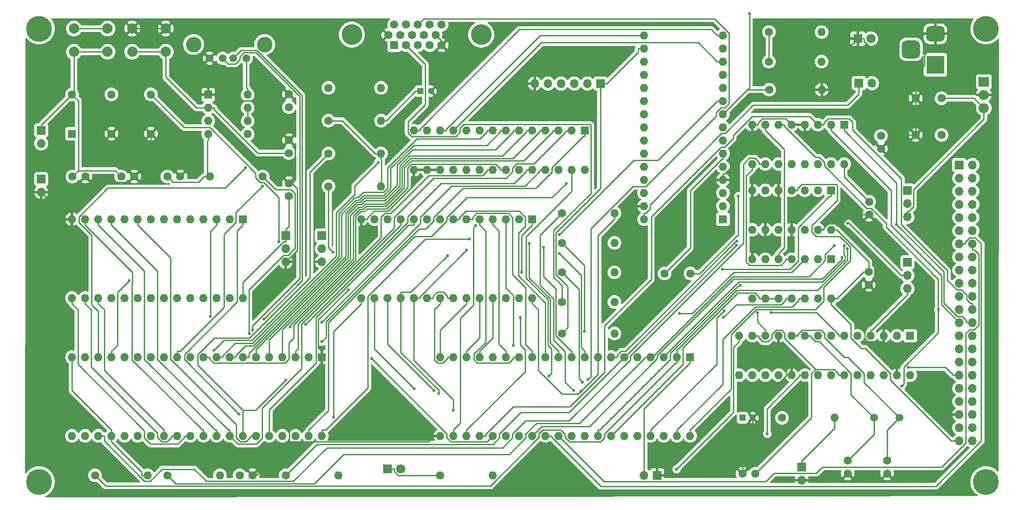
<source format=gbr>
%TF.GenerationSoftware,KiCad,Pcbnew,(6.0.10)*%
%TF.CreationDate,2023-07-26T11:36:41-05:00*%
%TF.ProjectId,Open Apple 1 SBC,4f70656e-2041-4707-906c-652031205342,rev?*%
%TF.SameCoordinates,Original*%
%TF.FileFunction,Copper,L2,Bot*%
%TF.FilePolarity,Positive*%
%FSLAX46Y46*%
G04 Gerber Fmt 4.6, Leading zero omitted, Abs format (unit mm)*
G04 Created by KiCad (PCBNEW (6.0.10)) date 2023-07-26 11:36:41*
%MOMM*%
%LPD*%
G01*
G04 APERTURE LIST*
G04 Aperture macros list*
%AMRoundRect*
0 Rectangle with rounded corners*
0 $1 Rounding radius*
0 $2 $3 $4 $5 $6 $7 $8 $9 X,Y pos of 4 corners*
0 Add a 4 corners polygon primitive as box body*
4,1,4,$2,$3,$4,$5,$6,$7,$8,$9,$2,$3,0*
0 Add four circle primitives for the rounded corners*
1,1,$1+$1,$2,$3*
1,1,$1+$1,$4,$5*
1,1,$1+$1,$6,$7*
1,1,$1+$1,$8,$9*
0 Add four rect primitives between the rounded corners*
20,1,$1+$1,$2,$3,$4,$5,0*
20,1,$1+$1,$4,$5,$6,$7,0*
20,1,$1+$1,$6,$7,$8,$9,0*
20,1,$1+$1,$8,$9,$2,$3,0*%
G04 Aperture macros list end*
%TA.AperFunction,ComponentPad*%
%ADD10R,1.700000X1.700000*%
%TD*%
%TA.AperFunction,ComponentPad*%
%ADD11O,1.700000X1.700000*%
%TD*%
%TA.AperFunction,ComponentPad*%
%ADD12R,1.200000X1.200000*%
%TD*%
%TA.AperFunction,ComponentPad*%
%ADD13C,1.200000*%
%TD*%
%TA.AperFunction,ComponentPad*%
%ADD14R,1.800000X1.800000*%
%TD*%
%TA.AperFunction,ComponentPad*%
%ADD15C,1.800000*%
%TD*%
%TA.AperFunction,ComponentPad*%
%ADD16R,1.600000X1.600000*%
%TD*%
%TA.AperFunction,ComponentPad*%
%ADD17O,1.600000X1.600000*%
%TD*%
%TA.AperFunction,ComponentPad*%
%ADD18C,5.000000*%
%TD*%
%TA.AperFunction,ComponentPad*%
%ADD19C,1.600000*%
%TD*%
%TA.AperFunction,ComponentPad*%
%ADD20C,2.000000*%
%TD*%
%TA.AperFunction,ComponentPad*%
%ADD21C,4.000000*%
%TD*%
%TA.AperFunction,ComponentPad*%
%ADD22C,1.500000*%
%TD*%
%TA.AperFunction,ComponentPad*%
%ADD23C,3.000000*%
%TD*%
%TA.AperFunction,ComponentPad*%
%ADD24R,3.500000X3.500000*%
%TD*%
%TA.AperFunction,ComponentPad*%
%ADD25RoundRect,0.750000X-1.000000X0.750000X-1.000000X-0.750000X1.000000X-0.750000X1.000000X0.750000X0*%
%TD*%
%TA.AperFunction,ComponentPad*%
%ADD26RoundRect,0.875000X-0.875000X0.875000X-0.875000X-0.875000X0.875000X-0.875000X0.875000X0.875000X0*%
%TD*%
%TA.AperFunction,ComponentPad*%
%ADD27R,2.000000X1.905000*%
%TD*%
%TA.AperFunction,ComponentPad*%
%ADD28O,2.000000X1.905000*%
%TD*%
%TA.AperFunction,ViaPad*%
%ADD29C,0.600000*%
%TD*%
%TA.AperFunction,Conductor*%
%ADD30C,0.250000*%
%TD*%
G04 APERTURE END LIST*
D10*
%TO.P,A1,1,1*%
%TO.N,VCC*%
X98425000Y-80645000D03*
D11*
%TO.P,A1,2,2*%
%TO.N,A13_W*%
X98425000Y-83185000D03*
%TO.P,A1,3,3*%
%TO.N,GND*%
X98425000Y-85725000D03*
%TD*%
D10*
%TO.P,A2,1,1*%
%TO.N,VCC*%
X105410000Y-80645000D03*
D11*
%TO.P,A2,2,2*%
%TO.N,A14_W*%
X105410000Y-83185000D03*
%TO.P,A2,3,3*%
%TO.N,GND*%
X105410000Y-85725000D03*
%TD*%
D12*
%TO.P,C3,1*%
%TO.N,Net-(C3-Pad1)*%
X124460000Y-52705000D03*
D13*
%TO.P,C3,2*%
%TO.N,GND*%
X126460000Y-52705000D03*
%TD*%
D14*
%TO.P,D1,1,K*%
%TO.N,GND*%
X208915000Y-42545000D03*
D15*
%TO.P,D1,2,A*%
%TO.N,Net-(D1-Pad2)*%
X211455000Y-42545000D03*
%TD*%
D10*
%TO.P,J5,1,P1*%
%TO.N,GND*%
X170180000Y-127000000D03*
D11*
%TO.P,J5,2,P2*%
%TO.N,Net-(J5-Pad2)*%
X167640000Y-127000000D03*
%TD*%
D16*
%TO.P,J6,1,D1/TX*%
%TO.N,TX*%
X182880000Y-77470000D03*
D17*
%TO.P,J6,2,D0/RX*%
%TO.N,Net-(A3-Pad2)*%
X182880000Y-74930000D03*
%TO.P,J6,3,RESET*%
%TO.N,unconnected-(J6-Pad3)*%
X182880000Y-72390000D03*
%TO.P,J6,4,GND*%
%TO.N,GND*%
X182880000Y-69850000D03*
%TO.P,J6,5,D2/INT0*%
%TO.N,KBD_READY*%
X182880000Y-67310000D03*
%TO.P,J6,6,D3/INT1*%
%TO.N,OUT_DA*%
X182880000Y-64770000D03*
%TO.P,J6,7,D4/T0*%
%TO.N,Net-(J6-Pad7)*%
X182880000Y-62230000D03*
%TO.P,J6,8,D5/T1*%
%TO.N,OUT_RDA*%
X182880000Y-59690000D03*
%TO.P,J6,9,D6/AIN0*%
%TO.N,CLR_SCR*%
X182880000Y-57150000D03*
%TO.P,J6,10,D7/AIN1*%
%TO.N,KBD_STROBE*%
X182880000Y-54610000D03*
%TO.P,J6,11,D8/ICP*%
%TO.N,unconnected-(J6-Pad11)*%
X182880000Y-52070000D03*
%TO.P,J6,12,D9/0C1*%
%TO.N,unconnected-(J6-Pad12)*%
X182880000Y-49530000D03*
%TO.P,J6,13,D10/SS*%
%TO.N,Net-(J6-Pad13)*%
X182880000Y-46990000D03*
%TO.P,J6,14,D11/MOSI*%
%TO.N,MOSI*%
X182880000Y-44450000D03*
%TO.P,J6,15,D12/MISO*%
%TO.N,MISO*%
X182880000Y-41910000D03*
%TO.P,J6,16,SCK/D13*%
%TO.N,CLK*%
X167640000Y-41910000D03*
%TO.P,J6,17,3V3*%
%TO.N,Net-(C18-Pad2)*%
X167640000Y-44450000D03*
%TO.P,J6,18,AREF*%
%TO.N,unconnected-(J6-Pad18)*%
X167640000Y-46990000D03*
%TO.P,J6,19,A0*%
%TO.N,unconnected-(J6-Pad19)*%
X167640000Y-49530000D03*
%TO.P,J6,20,A1*%
%TO.N,unconnected-(J6-Pad20)*%
X167640000Y-52070000D03*
%TO.P,J6,21,A2*%
%TO.N,unconnected-(J6-Pad21)*%
X167640000Y-54610000D03*
%TO.P,J6,22,A3*%
%TO.N,unconnected-(J6-Pad22)*%
X167640000Y-57150000D03*
%TO.P,J6,23,A4*%
%TO.N,unconnected-(J6-Pad23)*%
X167640000Y-59690000D03*
%TO.P,J6,24,A5*%
%TO.N,unconnected-(J6-Pad24)*%
X167640000Y-62230000D03*
%TO.P,J6,25,A6*%
%TO.N,unconnected-(J6-Pad25)*%
X167640000Y-64770000D03*
%TO.P,J6,26,A7*%
%TO.N,unconnected-(J6-Pad26)*%
X167640000Y-67310000D03*
%TO.P,J6,27,5V*%
%TO.N,Net-(A4-Pad1)*%
X167640000Y-69850000D03*
%TO.P,J6,28,RESET*%
%TO.N,P_RESET*%
X167640000Y-72390000D03*
%TO.P,J6,29,GND*%
%TO.N,GND*%
X167640000Y-74930000D03*
%TO.P,J6,30,VIN*%
%TO.N,Vin*%
X167640000Y-77470000D03*
%TD*%
D18*
%TO.P,J1,1,P1*%
%TO.N,unconnected-(J1-Pad1)*%
X233680000Y-128270000D03*
%TD*%
%TO.P,J2,1,P1*%
%TO.N,unconnected-(J2-Pad1)*%
X233680000Y-40640000D03*
%TD*%
%TO.P,J3,1,P1*%
%TO.N,unconnected-(J3-Pad1)*%
X50800000Y-128270000D03*
%TD*%
%TO.P,J4,1,P1*%
%TO.N,unconnected-(J4-Pad1)*%
X50800000Y-40640000D03*
%TD*%
D19*
%TO.P,R1,1*%
%TO.N,Net-(R1-Pad1)*%
X106680000Y-71120000D03*
D17*
%TO.P,R1,2*%
%TO.N,VCC*%
X116840000Y-71120000D03*
%TD*%
D19*
%TO.P,R2,1*%
%TO.N,VCC*%
X106680000Y-52070000D03*
D17*
%TO.P,R2,2*%
%TO.N,Net-(C1-Pad1)*%
X116840000Y-52070000D03*
%TD*%
D19*
%TO.P,R3,1*%
%TO.N,VCC*%
X106680000Y-58420000D03*
D17*
%TO.P,R3,2*%
%TO.N,Net-(C3-Pad1)*%
X116840000Y-58420000D03*
%TD*%
D19*
%TO.P,R4,1*%
%TO.N,RESET*%
X106680000Y-64770000D03*
D17*
%TO.P,R4,2*%
%TO.N,VCC*%
X116840000Y-64770000D03*
%TD*%
D19*
%TO.P,R5,1*%
%TO.N,VCC*%
X191770000Y-41275000D03*
D17*
%TO.P,R5,2*%
%TO.N,Net-(D1-Pad2)*%
X201930000Y-41275000D03*
%TD*%
D19*
%TO.P,R6,1*%
%TO.N,RDY*%
X61595000Y-127000000D03*
D17*
%TO.P,R6,2*%
%TO.N,VCC*%
X71755000Y-127000000D03*
%TD*%
D19*
%TO.P,R7,1*%
%TO.N,IRQ*%
X75565000Y-127000000D03*
D17*
%TO.P,R7,2*%
%TO.N,VCC*%
X85725000Y-127000000D03*
%TD*%
D19*
%TO.P,R8,1*%
%TO.N,NMI*%
X98425000Y-127000000D03*
D17*
%TO.P,R8,2*%
%TO.N,VCC*%
X108585000Y-127000000D03*
%TD*%
D19*
%TO.P,R9,1*%
%TO.N,VCC*%
X191770000Y-46990000D03*
D17*
%TO.P,R9,2*%
%TO.N,Net-(J6-Pad13)*%
X201930000Y-46990000D03*
%TD*%
D19*
%TO.P,R10,1*%
%TO.N,Net-(R10-Pad1)*%
X151765000Y-76327000D03*
D17*
%TO.P,R10,2*%
%TO.N,VCC*%
X161925000Y-76327000D03*
%TD*%
D20*
%TO.P,SW1,1,A*%
%TO.N,GND*%
X75275000Y-40600000D03*
X68775000Y-40600000D03*
%TO.P,SW1,2,B*%
%TO.N,Net-(C1-Pad1)*%
X75275000Y-45100000D03*
X68775000Y-45100000D03*
%TD*%
D16*
%TO.P,U9,1,~{VP}*%
%TO.N,Net-(J5-Pad2)*%
X176530000Y-104140000D03*
D17*
%TO.P,U9,2,RDY*%
%TO.N,RDY*%
X173990000Y-104140000D03*
%TO.P,U9,3,PHI1out*%
%TO.N,PHI1*%
X171450000Y-104140000D03*
%TO.P,U9,4,~{IRQ}*%
%TO.N,IRQ*%
X168910000Y-104140000D03*
%TO.P,U9,5,~{ML}*%
%TO.N,unconnected-(U9-Pad5)*%
X166370000Y-104140000D03*
%TO.P,U9,6,~{NMI}*%
%TO.N,NMI*%
X163830000Y-104140000D03*
%TO.P,U9,7,SYNC*%
%TO.N,SYNC*%
X161290000Y-104140000D03*
%TO.P,U9,8,VCC*%
%TO.N,VCC*%
X158750000Y-104140000D03*
%TO.P,U9,9,A0*%
%TO.N,A0*%
X156210000Y-104140000D03*
%TO.P,U9,10,A1*%
%TO.N,A1*%
X153670000Y-104140000D03*
%TO.P,U9,11,A2*%
%TO.N,A2*%
X151130000Y-104140000D03*
%TO.P,U9,12,A3*%
%TO.N,A3*%
X148590000Y-104140000D03*
%TO.P,U9,13,A4*%
%TO.N,A4*%
X146050000Y-104140000D03*
%TO.P,U9,14,A5*%
%TO.N,A5*%
X143510000Y-104140000D03*
%TO.P,U9,15,A6*%
%TO.N,A6*%
X140970000Y-104140000D03*
%TO.P,U9,16,A7*%
%TO.N,A7*%
X138430000Y-104140000D03*
%TO.P,U9,17,A8*%
%TO.N,A8*%
X135890000Y-104140000D03*
%TO.P,U9,18,A9*%
%TO.N,A9*%
X133350000Y-104140000D03*
%TO.P,U9,19,A10*%
%TO.N,A10*%
X130810000Y-104140000D03*
%TO.P,U9,20,A11*%
%TO.N,A11*%
X128270000Y-104140000D03*
%TO.P,U9,21,GND*%
%TO.N,GND*%
X128270000Y-119380000D03*
%TO.P,U9,22,A12*%
%TO.N,A12*%
X130810000Y-119380000D03*
%TO.P,U9,23,A13*%
%TO.N,A13*%
X133350000Y-119380000D03*
%TO.P,U9,24,A14*%
%TO.N,A14*%
X135890000Y-119380000D03*
%TO.P,U9,25,A15*%
%TO.N,A15*%
X138430000Y-119380000D03*
%TO.P,U9,26,D7*%
%TO.N,D7*%
X140970000Y-119380000D03*
%TO.P,U9,27,D6*%
%TO.N,D6*%
X143510000Y-119380000D03*
%TO.P,U9,28,D5*%
%TO.N,D5*%
X146050000Y-119380000D03*
%TO.P,U9,29,D4*%
%TO.N,D4*%
X148590000Y-119380000D03*
%TO.P,U9,30,D3*%
%TO.N,D3*%
X151130000Y-119380000D03*
%TO.P,U9,31,D2*%
%TO.N,D2*%
X153670000Y-119380000D03*
%TO.P,U9,32,D1*%
%TO.N,D1*%
X156210000Y-119380000D03*
%TO.P,U9,33,D0*%
%TO.N,D0*%
X158750000Y-119380000D03*
%TO.P,U9,34,R/~{W}*%
%TO.N,RW*%
X161290000Y-119380000D03*
%TO.P,U9,35,NC*%
%TO.N,unconnected-(U9-Pad35)*%
X163830000Y-119380000D03*
%TO.P,U9,36,BE*%
%TO.N,Net-(R10-Pad1)*%
X166370000Y-119380000D03*
%TO.P,U9,37,PHI2*%
%TO.N,CLOCK*%
X168910000Y-119380000D03*
%TO.P,U9,38,~{SO}*%
%TO.N,VCC*%
X171450000Y-119380000D03*
%TO.P,U9,39,PHI2out*%
%TO.N,PHI2*%
X173990000Y-119380000D03*
%TO.P,U9,40,~{RESET}*%
%TO.N,RESET*%
X176530000Y-119380000D03*
%TD*%
D16*
%TO.P,U4,1,A14*%
%TO.N,A14*%
X90170000Y-77470000D03*
D17*
%TO.P,U4,2,A12*%
%TO.N,A12*%
X87630000Y-77470000D03*
%TO.P,U4,3,A7*%
%TO.N,A7*%
X85090000Y-77470000D03*
%TO.P,U4,4,A6*%
%TO.N,A6*%
X82550000Y-77470000D03*
%TO.P,U4,5,A5*%
%TO.N,A5*%
X80010000Y-77470000D03*
%TO.P,U4,6,A4*%
%TO.N,A4*%
X77470000Y-77470000D03*
%TO.P,U4,7,A3*%
%TO.N,A3*%
X74930000Y-77470000D03*
%TO.P,U4,8,A2*%
%TO.N,A2*%
X72390000Y-77470000D03*
%TO.P,U4,9,A1*%
%TO.N,A1*%
X69850000Y-77470000D03*
%TO.P,U4,10,A0*%
%TO.N,A0*%
X67310000Y-77470000D03*
%TO.P,U4,11,D0*%
%TO.N,D0*%
X64770000Y-77470000D03*
%TO.P,U4,12,D1*%
%TO.N,D1*%
X62230000Y-77470000D03*
%TO.P,U4,13,D2*%
%TO.N,D2*%
X59690000Y-77470000D03*
%TO.P,U4,14,GND*%
%TO.N,GND*%
X57150000Y-77470000D03*
%TO.P,U4,15,D3*%
%TO.N,D3*%
X57150000Y-92710000D03*
%TO.P,U4,16,D4*%
%TO.N,D4*%
X59690000Y-92710000D03*
%TO.P,U4,17,D5*%
%TO.N,D5*%
X62230000Y-92710000D03*
%TO.P,U4,18,D6*%
%TO.N,D6*%
X64770000Y-92710000D03*
%TO.P,U4,19,D7*%
%TO.N,D7*%
X67310000Y-92710000D03*
%TO.P,U4,20,~{CS}*%
%TO.N,A15*%
X69850000Y-92710000D03*
%TO.P,U4,21,A10*%
%TO.N,A10*%
X72390000Y-92710000D03*
%TO.P,U4,22,~{OE}*%
%TO.N,A15*%
X74930000Y-92710000D03*
%TO.P,U4,23,A11*%
%TO.N,A11*%
X77470000Y-92710000D03*
%TO.P,U4,24,A9*%
%TO.N,A9*%
X80010000Y-92710000D03*
%TO.P,U4,25,A8*%
%TO.N,A8*%
X82550000Y-92710000D03*
%TO.P,U4,26,A13*%
%TO.N,A13*%
X85090000Y-92710000D03*
%TO.P,U4,27,~{WE}*%
%TO.N,Net-(U3-Pad11)*%
X87630000Y-92710000D03*
%TO.P,U4,28,VCC*%
%TO.N,VCC*%
X90170000Y-92710000D03*
%TD*%
D16*
%TO.P,U1,1,A0*%
%TO.N,A12*%
X206290000Y-59195000D03*
D17*
%TO.P,U1,2,A1*%
%TO.N,A13*%
X203750000Y-59195000D03*
%TO.P,U1,3,A2*%
%TO.N,A14*%
X201210000Y-59195000D03*
%TO.P,U1,4,E1*%
%TO.N,GND*%
X198670000Y-59195000D03*
%TO.P,U1,5,E2*%
X196130000Y-59195000D03*
%TO.P,U1,6,E3*%
%TO.N,A15*%
X193590000Y-59195000D03*
%TO.P,U1,7,O7*%
%TO.N,Net-(U1-Pad7)*%
X191050000Y-59195000D03*
%TO.P,U1,8,GND*%
%TO.N,GND*%
X188510000Y-59195000D03*
%TO.P,U1,9,O6*%
%TO.N,Net-(U1-Pad9)*%
X188510000Y-66815000D03*
%TO.P,U1,10,O5*%
%TO.N,CS_PIA*%
X191050000Y-66815000D03*
%TO.P,U1,11,O4*%
%TO.N,unconnected-(U1-Pad11)*%
X193590000Y-66815000D03*
%TO.P,U1,12,O3*%
%TO.N,unconnected-(U1-Pad12)*%
X196130000Y-66815000D03*
%TO.P,U1,13,O2*%
%TO.N,unconnected-(U1-Pad13)*%
X198670000Y-66815000D03*
%TO.P,U1,14,O1*%
%TO.N,unconnected-(U1-Pad14)*%
X201210000Y-66815000D03*
%TO.P,U1,15,O0*%
%TO.N,unconnected-(U1-Pad15)*%
X203750000Y-66815000D03*
%TO.P,U1,16,VCC*%
%TO.N,VCC*%
X206290000Y-66815000D03*
%TD*%
D16*
%TO.P,U2,1,A14*%
%TO.N,A14_W*%
X146050000Y-77470000D03*
D17*
%TO.P,U2,2,A12*%
%TO.N,A12*%
X143510000Y-77470000D03*
%TO.P,U2,3,A7*%
%TO.N,A7*%
X140970000Y-77470000D03*
%TO.P,U2,4,A6*%
%TO.N,A6*%
X138430000Y-77470000D03*
%TO.P,U2,5,A5*%
%TO.N,A5*%
X135890000Y-77470000D03*
%TO.P,U2,6,A4*%
%TO.N,A4*%
X133350000Y-77470000D03*
%TO.P,U2,7,A3*%
%TO.N,A3*%
X130810000Y-77470000D03*
%TO.P,U2,8,A2*%
%TO.N,A2*%
X128270000Y-77470000D03*
%TO.P,U2,9,A1*%
%TO.N,A1*%
X125730000Y-77470000D03*
%TO.P,U2,10,A0*%
%TO.N,A0*%
X123190000Y-77470000D03*
%TO.P,U2,11,D0*%
%TO.N,D0*%
X120650000Y-77470000D03*
%TO.P,U2,12,D1*%
%TO.N,D1*%
X118110000Y-77470000D03*
%TO.P,U2,13,D2*%
%TO.N,D2*%
X115570000Y-77470000D03*
%TO.P,U2,14,GND*%
%TO.N,GND*%
X113030000Y-77470000D03*
%TO.P,U2,15,D3*%
%TO.N,D3*%
X113030000Y-92710000D03*
%TO.P,U2,16,D4*%
%TO.N,D4*%
X115570000Y-92710000D03*
%TO.P,U2,17,D5*%
%TO.N,D5*%
X118110000Y-92710000D03*
%TO.P,U2,18,D6*%
%TO.N,D6*%
X120650000Y-92710000D03*
%TO.P,U2,19,D7*%
%TO.N,D7*%
X123190000Y-92710000D03*
%TO.P,U2,20,CS*%
%TO.N,CS_ROM*%
X125730000Y-92710000D03*
%TO.P,U2,21,A10*%
%TO.N,A10*%
X128270000Y-92710000D03*
%TO.P,U2,22,OE*%
%TO.N,CS_ROM*%
X130810000Y-92710000D03*
%TO.P,U2,23,A11*%
%TO.N,A11*%
X133350000Y-92710000D03*
%TO.P,U2,24,A9*%
%TO.N,A9*%
X135890000Y-92710000D03*
%TO.P,U2,25,A8*%
%TO.N,A8*%
X138430000Y-92710000D03*
%TO.P,U2,26,A13*%
%TO.N,A13_W*%
X140970000Y-92710000D03*
%TO.P,U2,27,WE*%
%TO.N,Net-(R1-Pad1)*%
X143510000Y-92710000D03*
%TO.P,U2,28,VCC*%
%TO.N,VCC*%
X146050000Y-92710000D03*
%TD*%
D16*
%TO.P,U3,1*%
%TO.N,Net-(U3-Pad1)*%
X203750000Y-85230000D03*
D17*
%TO.P,U3,2*%
X201210000Y-85230000D03*
%TO.P,U3,3*%
%TO.N,CS_ROM*%
X198670000Y-85230000D03*
%TO.P,U3,4*%
%TO.N,Net-(U1-Pad9)*%
X196130000Y-85230000D03*
%TO.P,U3,5*%
%TO.N,Net-(U1-Pad7)*%
X193590000Y-85230000D03*
%TO.P,U3,6*%
%TO.N,Net-(U3-Pad1)*%
X191050000Y-85230000D03*
%TO.P,U3,7,GND*%
%TO.N,GND*%
X188510000Y-85230000D03*
%TO.P,U3,8*%
%TO.N,Net-(U3-Pad13)*%
X188510000Y-92850000D03*
%TO.P,U3,9*%
%TO.N,RW*%
X191050000Y-92850000D03*
%TO.P,U3,10*%
X193590000Y-92850000D03*
%TO.P,U3,11*%
%TO.N,Net-(U3-Pad11)*%
X196130000Y-92850000D03*
%TO.P,U3,12*%
%TO.N,PHI2*%
X198670000Y-92850000D03*
%TO.P,U3,13*%
%TO.N,Net-(U3-Pad13)*%
X201210000Y-92850000D03*
%TO.P,U3,14,VCC*%
%TO.N,VCC*%
X203750000Y-92850000D03*
%TD*%
D16*
%TO.P,U5,1*%
%TO.N,Net-(U5-Pad1)*%
X203750000Y-71895000D03*
D17*
%TO.P,U5,2*%
%TO.N,Net-(C2-Pad2)*%
X201210000Y-71895000D03*
%TO.P,U5,3*%
%TO.N,Net-(U5-Pad3)*%
X198670000Y-71895000D03*
%TO.P,U5,4*%
%TO.N,RESET*%
X196130000Y-71895000D03*
%TO.P,U5,5*%
%TO.N,GND*%
X193590000Y-71895000D03*
%TO.P,U5,6*%
%TO.N,unconnected-(U5-Pad6)*%
X191050000Y-71895000D03*
%TO.P,U5,7,GND*%
%TO.N,GND*%
X188510000Y-71895000D03*
%TO.P,U5,8*%
%TO.N,unconnected-(U5-Pad8)*%
X188510000Y-79515000D03*
%TO.P,U5,9*%
%TO.N,GND*%
X191050000Y-79515000D03*
%TO.P,U5,10*%
%TO.N,unconnected-(U5-Pad10)*%
X193590000Y-79515000D03*
%TO.P,U5,11*%
%TO.N,GND*%
X196130000Y-79515000D03*
%TO.P,U5,12*%
%TO.N,unconnected-(U5-Pad12)*%
X198670000Y-79515000D03*
%TO.P,U5,13*%
%TO.N,GND*%
X201210000Y-79515000D03*
%TO.P,U5,14,VCC*%
%TO.N,VCC*%
X203750000Y-79515000D03*
%TD*%
D16*
%TO.P,U7,1,GND*%
%TO.N,GND*%
X105410000Y-104140000D03*
D17*
%TO.P,U7,2,PA0*%
%TO.N,KBD_D0*%
X102870000Y-104140000D03*
%TO.P,U7,3,PA1*%
%TO.N,KBD_D1*%
X100330000Y-104140000D03*
%TO.P,U7,4,PA2*%
%TO.N,KBD_D2*%
X97790000Y-104140000D03*
%TO.P,U7,5,PA3*%
%TO.N,KBD_D3*%
X95250000Y-104140000D03*
%TO.P,U7,6,PA4*%
%TO.N,KBD_D4*%
X92710000Y-104140000D03*
%TO.P,U7,7,PA5*%
%TO.N,KBD_D5*%
X90170000Y-104140000D03*
%TO.P,U7,8,PA6*%
%TO.N,KBD_D6*%
X87630000Y-104140000D03*
%TO.P,U7,9,PA7*%
%TO.N,KBD_D7*%
X85090000Y-104140000D03*
%TO.P,U7,10,PB0*%
%TO.N,OUT_D0*%
X82550000Y-104140000D03*
%TO.P,U7,11,PB1*%
%TO.N,OUT_D1*%
X80010000Y-104140000D03*
%TO.P,U7,12,PB2*%
%TO.N,OUT_D2*%
X77470000Y-104140000D03*
%TO.P,U7,13,PB3*%
%TO.N,OUT_D3*%
X74930000Y-104140000D03*
%TO.P,U7,14,PB4*%
%TO.N,OUT_D4*%
X72390000Y-104140000D03*
%TO.P,U7,15,PB5*%
%TO.N,OUT_D5*%
X69850000Y-104140000D03*
%TO.P,U7,16,PB6*%
%TO.N,OUT_D6*%
X67310000Y-104140000D03*
%TO.P,U7,17,PB7*%
%TO.N,OUT_DA*%
X64770000Y-104140000D03*
%TO.P,U7,18,CB1*%
%TO.N,OUT_RDA*%
X62230000Y-104140000D03*
%TO.P,U7,19,CB2*%
%TO.N,Net-(U5-Pad1)*%
X59690000Y-104140000D03*
%TO.P,U7,20,VCC*%
%TO.N,VCC*%
X57150000Y-104140000D03*
%TO.P,U7,21,R/~{W}*%
%TO.N,RW*%
X57150000Y-119380000D03*
%TO.P,U7,22,CS0*%
%TO.N,A4*%
X59690000Y-119380000D03*
%TO.P,U7,23,~{CS2}*%
%TO.N,CS_PIA*%
X62230000Y-119380000D03*
%TO.P,U7,24,CS1*%
%TO.N,VCC*%
X64770000Y-119380000D03*
%TO.P,U7,25,PHI2*%
%TO.N,PHI2*%
X67310000Y-119380000D03*
%TO.P,U7,26,D7*%
%TO.N,D7*%
X69850000Y-119380000D03*
%TO.P,U7,27,D6*%
%TO.N,D6*%
X72390000Y-119380000D03*
%TO.P,U7,28,D5*%
%TO.N,D5*%
X74930000Y-119380000D03*
%TO.P,U7,29,D4*%
%TO.N,D4*%
X77470000Y-119380000D03*
%TO.P,U7,30,D3*%
%TO.N,D3*%
X80010000Y-119380000D03*
%TO.P,U7,31,D2*%
%TO.N,D2*%
X82550000Y-119380000D03*
%TO.P,U7,32,D1*%
%TO.N,D1*%
X85090000Y-119380000D03*
%TO.P,U7,33,D0*%
%TO.N,D0*%
X87630000Y-119380000D03*
%TO.P,U7,34,~{RESET}*%
%TO.N,RESET*%
X90170000Y-119380000D03*
%TO.P,U7,35,RS1*%
%TO.N,A1*%
X92710000Y-119380000D03*
%TO.P,U7,36,RS0*%
%TO.N,A0*%
X95250000Y-119380000D03*
%TO.P,U7,37,~{IRQB}*%
%TO.N,unconnected-(U7-Pad37)*%
X97790000Y-119380000D03*
%TO.P,U7,38,~{IRQA}*%
%TO.N,unconnected-(U7-Pad38)*%
X100330000Y-119380000D03*
%TO.P,U7,39,CA2*%
%TO.N,KBD_READY*%
X102870000Y-119380000D03*
%TO.P,U7,40,CA1*%
%TO.N,KBD_STROBE*%
X105410000Y-119380000D03*
%TD*%
D16*
%TO.P,U8,1,GPB0*%
%TO.N,KBD_D0*%
X156210000Y-60325000D03*
D17*
%TO.P,U8,2,GPB1*%
%TO.N,KBD_D1*%
X153670000Y-60325000D03*
%TO.P,U8,3,GPB2*%
%TO.N,KBD_D2*%
X151130000Y-60325000D03*
%TO.P,U8,4,GPB3*%
%TO.N,KBD_D3*%
X148590000Y-60325000D03*
%TO.P,U8,5,GPB4*%
%TO.N,KBD_D4*%
X146050000Y-60325000D03*
%TO.P,U8,6,GPB5*%
%TO.N,KBD_D5*%
X143510000Y-60325000D03*
%TO.P,U8,7,GPB6*%
%TO.N,KBD_D6*%
X140970000Y-60325000D03*
%TO.P,U8,8,GPB7*%
%TO.N,KBD_D7*%
X138430000Y-60325000D03*
%TO.P,U8,9,VCC*%
%TO.N,VCC*%
X135890000Y-60325000D03*
%TO.P,U8,10,GND*%
%TO.N,GND*%
X133350000Y-60325000D03*
%TO.P,U8,11,~{CS}*%
%TO.N,Net-(J6-Pad13)*%
X130810000Y-60325000D03*
%TO.P,U8,12,SCK*%
%TO.N,CLK*%
X128270000Y-60325000D03*
%TO.P,U8,13,SI*%
%TO.N,MOSI*%
X125730000Y-60325000D03*
%TO.P,U8,14,SO*%
%TO.N,MISO*%
X123190000Y-60325000D03*
%TO.P,U8,15,A0*%
%TO.N,GND*%
X123190000Y-67945000D03*
%TO.P,U8,16,A1*%
X125730000Y-67945000D03*
%TO.P,U8,17,A2*%
X128270000Y-67945000D03*
%TO.P,U8,18,~{RESET}*%
%TO.N,P_RESET*%
X130810000Y-67945000D03*
%TO.P,U8,19,INTB*%
%TO.N,unconnected-(U8-Pad19)*%
X133350000Y-67945000D03*
%TO.P,U8,20,INTA*%
%TO.N,unconnected-(U8-Pad20)*%
X135890000Y-67945000D03*
%TO.P,U8,21,GPA0*%
%TO.N,OUT_D0*%
X138430000Y-67945000D03*
%TO.P,U8,22,GPA1*%
%TO.N,OUT_D1*%
X140970000Y-67945000D03*
%TO.P,U8,23,GPA2*%
%TO.N,OUT_D2*%
X143510000Y-67945000D03*
%TO.P,U8,24,GPA3*%
%TO.N,OUT_D3*%
X146050000Y-67945000D03*
%TO.P,U8,25,GPA4*%
%TO.N,OUT_D4*%
X148590000Y-67945000D03*
%TO.P,U8,26,GPA5*%
%TO.N,OUT_D5*%
X151130000Y-67945000D03*
%TO.P,U8,27,GPA6*%
%TO.N,OUT_D6*%
X153670000Y-67945000D03*
%TO.P,U8,28,GPA7*%
%TO.N,unconnected-(U8-Pad28)*%
X156210000Y-67945000D03*
%TD*%
D16*
%TO.P,X1,1,NC*%
%TO.N,unconnected-(X1-Pad1)*%
X57150000Y-60960000D03*
D19*
%TO.P,X1,7,GND*%
%TO.N,GND*%
X64770000Y-60960000D03*
X72390000Y-60960000D03*
%TO.P,X1,8,OUT*%
%TO.N,CLOCK*%
X64770000Y-53340000D03*
X72390000Y-53340000D03*
%TO.P,X1,14,Vcc*%
%TO.N,VCC*%
X57150000Y-53340000D03*
%TD*%
D10*
%TO.P,JP1,1,1*%
%TO.N,Net-(C1-Pad1)*%
X51200000Y-69700000D03*
D11*
%TO.P,JP1,2,2*%
%TO.N,GND*%
X51200000Y-72240000D03*
%TD*%
D19*
%TO.P,C5,1*%
%TO.N,VCC*%
X89535000Y-127000000D03*
%TO.P,C5,2*%
%TO.N,GND*%
X92035000Y-127000000D03*
%TD*%
%TO.P,C6,1*%
%TO.N,VCC*%
X57230000Y-69215000D03*
%TO.P,C6,2*%
%TO.N,GND*%
X59730000Y-69215000D03*
%TD*%
%TO.P,C7,1*%
%TO.N,VCC*%
X213400000Y-61350000D03*
%TO.P,C7,2*%
%TO.N,GND*%
X213400000Y-63850000D03*
%TD*%
%TO.P,C8,1*%
%TO.N,VCC*%
X66675000Y-69215000D03*
%TO.P,C8,2*%
%TO.N,GND*%
X69175000Y-69215000D03*
%TD*%
%TO.P,C9,1*%
%TO.N,VCC*%
X211130000Y-74110000D03*
%TO.P,C9,2*%
%TO.N,GND*%
X211130000Y-76610000D03*
%TD*%
%TO.P,C1,1*%
%TO.N,Net-(C1-Pad1)*%
X99060000Y-64690000D03*
%TO.P,C1,2*%
%TO.N,GND*%
X99060000Y-62190000D03*
%TD*%
%TO.P,C10,1*%
%TO.N,VCC*%
X211040000Y-87690000D03*
%TO.P,C10,2*%
%TO.N,GND*%
X211040000Y-90190000D03*
%TD*%
%TO.P,C11,1*%
%TO.N,VCC*%
X99060000Y-73025000D03*
%TO.P,C11,2*%
%TO.N,GND*%
X99060000Y-70525000D03*
%TD*%
%TO.P,C12,1*%
%TO.N,VCC*%
X75565000Y-69215000D03*
%TO.P,C12,2*%
%TO.N,GND*%
X78065000Y-69215000D03*
%TD*%
%TO.P,C4,1*%
%TO.N,VCC*%
X99060000Y-55800000D03*
%TO.P,C4,2*%
%TO.N,GND*%
X99060000Y-53300000D03*
%TD*%
%TO.P,C13,1*%
%TO.N,Net-(C13-Pad1)*%
X206980000Y-124150000D03*
%TO.P,C13,2*%
%TO.N,GND*%
X206980000Y-126650000D03*
%TD*%
%TO.P,C14,1*%
%TO.N,Net-(C14-Pad1)*%
X214600000Y-124150000D03*
%TO.P,C14,2*%
%TO.N,GND*%
X214600000Y-126650000D03*
%TD*%
D12*
%TO.P,C17,1*%
%TO.N,Net-(C17-Pad1)*%
X186660000Y-115895000D03*
D13*
%TO.P,C17,2*%
%TO.N,GND*%
X188660000Y-115895000D03*
%TD*%
D19*
%TO.P,C18,1*%
%TO.N,GND*%
X186660000Y-126690000D03*
%TO.P,C18,2*%
%TO.N,Net-(C18-Pad2)*%
X189160000Y-126690000D03*
%TD*%
D21*
%TO.P,J7,0*%
%TO.N,N/C*%
X136195000Y-41765000D03*
X111195000Y-41765000D03*
D16*
%TO.P,J7,1*%
%TO.N,unconnected-(J7-Pad1)*%
X119380000Y-43815000D03*
D19*
%TO.P,J7,2*%
%TO.N,Net-(J7-Pad2)*%
X121670000Y-43815000D03*
%TO.P,J7,3*%
%TO.N,unconnected-(J7-Pad3)*%
X123960000Y-43815000D03*
%TO.P,J7,4*%
%TO.N,unconnected-(J7-Pad4)*%
X126250000Y-43815000D03*
%TO.P,J7,5*%
%TO.N,GND*%
X128540000Y-43815000D03*
%TO.P,J7,6*%
X118235000Y-41835000D03*
%TO.P,J7,7*%
X120525000Y-41835000D03*
%TO.P,J7,8*%
X122815000Y-41835000D03*
%TO.P,J7,9*%
%TO.N,unconnected-(J7-Pad9)*%
X125105000Y-41835000D03*
%TO.P,J7,10*%
%TO.N,GND*%
X127395000Y-41835000D03*
%TO.P,J7,11*%
%TO.N,unconnected-(J7-Pad11)*%
X119380000Y-39855000D03*
%TO.P,J7,12*%
%TO.N,unconnected-(J7-Pad12)*%
X121670000Y-39855000D03*
%TO.P,J7,13*%
%TO.N,Net-(J7-Pad13)*%
X123960000Y-39855000D03*
%TO.P,J7,14*%
%TO.N,Net-(J7-Pad14)*%
X126250000Y-39855000D03*
%TO.P,J7,15*%
%TO.N,unconnected-(J7-Pad15)*%
X128540000Y-39855000D03*
%TD*%
D10*
%TO.P,P2,1,P1*%
%TO.N,Net-(P2-Pad1)*%
X198090000Y-125420000D03*
D11*
%TO.P,P2,2,P2*%
%TO.N,GND*%
X198090000Y-127960000D03*
%TD*%
D19*
%TO.P,R12,1*%
%TO.N,Net-(R12-Pad1)*%
X151765000Y-82042000D03*
D17*
%TO.P,R12,2*%
%TO.N,TX*%
X161925000Y-82042000D03*
%TD*%
D19*
%TO.P,R14,1*%
%TO.N,Net-(P2-Pad1)*%
X151765000Y-87757000D03*
D17*
%TO.P,R14,2*%
%TO.N,Net-(R14-Pad2)*%
X161925000Y-87757000D03*
%TD*%
D19*
%TO.P,R15,1*%
%TO.N,Net-(J7-Pad2)*%
X151765000Y-93472000D03*
D17*
%TO.P,R15,2*%
%TO.N,Net-(R15-Pad2)*%
X161925000Y-93472000D03*
%TD*%
D19*
%TO.P,R16,1*%
%TO.N,Net-(J7-Pad13)*%
X194280000Y-115895000D03*
D17*
%TO.P,R16,2*%
%TO.N,Net-(P2-Pad1)*%
X204440000Y-115895000D03*
%TD*%
D16*
%TO.P,U11,1,MCLR*%
%TO.N,Net-(R13-Pad2)*%
X219045000Y-100020000D03*
D17*
%TO.P,U11,2,AN0/RPA0/RA0/PGED3*%
%TO.N,unconnected-(U11-Pad2)*%
X216505000Y-100020000D03*
%TO.P,U11,3,AN1/RPA1/RA1/PGEC3*%
%TO.N,GND*%
X213965000Y-100020000D03*
%TO.P,U11,4,AN2/RPB0/RB0/PGED1*%
%TO.N,RX*%
X211425000Y-100020000D03*
%TO.P,U11,5,AN3/RPB1/RB1/PGEC1*%
%TO.N,Net-(R12-Pad1)*%
X208885000Y-100020000D03*
%TO.P,U11,6,AN4/RPB2/SDA2/RB2*%
%TO.N,Net-(R14-Pad2)*%
X206345000Y-100020000D03*
%TO.P,U11,7,AN5/RPB3/SCL2/RB3*%
%TO.N,unconnected-(U11-Pad7)*%
X203805000Y-100020000D03*
%TO.P,U11,8,VSS1*%
%TO.N,GND*%
X201265000Y-100020000D03*
%TO.P,U11,9,RPA2/RA2*%
%TO.N,Net-(C13-Pad1)*%
X198725000Y-100020000D03*
%TO.P,U11,10,RPA3/RA3*%
%TO.N,Net-(C14-Pad1)*%
X196185000Y-100020000D03*
%TO.P,U11,11,RPB4/RB4*%
%TO.N,GND*%
X193645000Y-100020000D03*
%TO.P,U11,12,RPA4/RA4*%
%TO.N,Net-(R15-Pad2)*%
X191105000Y-100020000D03*
%TO.P,U11,13,VDD*%
%TO.N,Net-(C18-Pad2)*%
X188565000Y-100020000D03*
%TO.P,U11,14,RPB5/RB5*%
%TO.N,Net-(R11-Pad2)*%
X186025000Y-100020000D03*
%TO.P,U11,15,VBUS*%
%TO.N,Net-(R17-Pad1)*%
X186025000Y-107640000D03*
%TO.P,U11,16,RPB7/INT0/RB7*%
%TO.N,unconnected-(U11-Pad16)*%
X188565000Y-107640000D03*
%TO.P,U11,17,RPB8/SCL1/RB8*%
%TO.N,unconnected-(U11-Pad17)*%
X191105000Y-107640000D03*
%TO.P,U11,18,RPB9/SDA1/RB9*%
%TO.N,Net-(J7-Pad13)*%
X193645000Y-107640000D03*
%TO.P,U11,19,VSS2*%
%TO.N,GND*%
X196185000Y-107640000D03*
%TO.P,U11,20,VCAP*%
%TO.N,Net-(C17-Pad1)*%
X198725000Y-107640000D03*
%TO.P,U11,21,PGED2/RPB10/RB10*%
%TO.N,Net-(P4-Pad3)*%
X201265000Y-107640000D03*
%TO.P,U11,22,PGEC2/RPB11/RB11*%
%TO.N,Net-(P4-Pad2)*%
X203805000Y-107640000D03*
%TO.P,U11,23,VUSB3V3*%
%TO.N,Net-(C18-Pad2)*%
X206345000Y-107640000D03*
%TO.P,U11,24,AN11/RPB13/RB13*%
%TO.N,Net-(J7-Pad14)*%
X208885000Y-107640000D03*
%TO.P,U11,25,AN10/RPB14/SCK1/RB14*%
%TO.N,Net-(J7-Pad13)*%
X211425000Y-107640000D03*
%TO.P,U11,26,AN9/RPB15/SCK2/RB15*%
%TO.N,unconnected-(U11-Pad26)*%
X213965000Y-107640000D03*
%TO.P,U11,27,AVSS*%
%TO.N,GND*%
X216505000Y-107640000D03*
%TO.P,U11,28,AVDD*%
%TO.N,Net-(C18-Pad2)*%
X219045000Y-107640000D03*
%TD*%
D22*
%TO.P,Y1,1,1*%
%TO.N,Net-(C13-Pad1)*%
X212060000Y-115895000D03*
%TO.P,Y1,2,2*%
%TO.N,Net-(C14-Pad1)*%
X216940000Y-115895000D03*
%TD*%
D10*
%TO.P,P3,1,P1*%
%TO.N,Net-(C18-Pad2)*%
X159230000Y-51240000D03*
D11*
%TO.P,P3,2,P2*%
%TO.N,Net-(J6-Pad7)*%
X156690000Y-51240000D03*
%TO.P,P3,3,P3*%
%TO.N,MOSI*%
X154150000Y-51240000D03*
%TO.P,P3,4,P4*%
%TO.N,CLK*%
X151610000Y-51240000D03*
%TO.P,P3,5,P5*%
%TO.N,MISO*%
X149070000Y-51240000D03*
%TO.P,P3,6,P6*%
%TO.N,GND*%
X146530000Y-51240000D03*
%TD*%
D14*
%TO.P,D2,1,K*%
%TO.N,Net-(D2-Pad1)*%
X118110000Y-125730000D03*
D15*
%TO.P,D2,2,A*%
%TO.N,Net-(C18-Pad2)*%
X120650000Y-125730000D03*
%TD*%
D19*
%TO.P,R11,1*%
%TO.N,Net-(D2-Pad1)*%
X128270000Y-127000000D03*
D17*
%TO.P,R11,2*%
%TO.N,Net-(R11-Pad2)*%
X138430000Y-127000000D03*
%TD*%
D19*
%TO.P,R17,1*%
%TO.N,Net-(R17-Pad1)*%
X93980000Y-69215000D03*
D17*
%TO.P,R17,2*%
%TO.N,VCC*%
X83820000Y-69215000D03*
%TD*%
D22*
%TO.P,P4,1,VBUS*%
%TO.N,VCC*%
X90805000Y-46355000D03*
%TO.P,P4,2,D-*%
%TO.N,Net-(P4-Pad2)*%
X88265000Y-46355000D03*
%TO.P,P4,3,D+*%
%TO.N,Net-(P4-Pad3)*%
X86235000Y-46355000D03*
%TO.P,P4,4,GND*%
%TO.N,GND*%
X83695000Y-46355000D03*
D23*
%TO.P,P4,5,shield*%
%TO.N,unconnected-(P4-Pad5)*%
X94365000Y-43685000D03*
X80645000Y-43685000D03*
%TD*%
D10*
%TO.P,A3,1,1*%
%TO.N,unconnected-(A3-Pad1)*%
X218510000Y-85805000D03*
D11*
%TO.P,A3,2,2*%
%TO.N,Net-(A3-Pad2)*%
X218510000Y-88345000D03*
%TO.P,A3,3,3*%
%TO.N,RX*%
X218510000Y-90885000D03*
%TD*%
D19*
%TO.P,R13,1*%
%TO.N,Net-(C18-Pad2)*%
X151765000Y-99568000D03*
D17*
%TO.P,R13,2*%
%TO.N,Net-(R13-Pad2)*%
X161925000Y-99568000D03*
%TD*%
D10*
%TO.P,P1,1,P1*%
%TO.N,unconnected-(P1-Pad1)*%
X228530000Y-67000000D03*
D11*
%TO.P,P1,2,P2*%
%TO.N,PHI2*%
X231070000Y-67000000D03*
%TO.P,P1,3,P3*%
%TO.N,RESET*%
X228530000Y-69540000D03*
%TO.P,P1,4,P4*%
%TO.N,SYNC*%
X231070000Y-69540000D03*
%TO.P,P1,5,P5*%
%TO.N,NMI*%
X228530000Y-72080000D03*
%TO.P,P1,6,P6*%
%TO.N,unconnected-(P1-Pad6)*%
X231070000Y-72080000D03*
%TO.P,P1,7,P7*%
%TO.N,IRQ*%
X228530000Y-74620000D03*
%TO.P,P1,8,P8*%
%TO.N,PHI1*%
X231070000Y-74620000D03*
%TO.P,P1,9,P9*%
%TO.N,RDY*%
X228530000Y-77160000D03*
%TO.P,P1,10,P10*%
%TO.N,D7*%
X231070000Y-77160000D03*
%TO.P,P1,11,P11*%
%TO.N,D6*%
X228530000Y-79700000D03*
%TO.P,P1,12,P12*%
%TO.N,D5*%
X231070000Y-79700000D03*
%TO.P,P1,13,P13*%
%TO.N,D4*%
X228530000Y-82240000D03*
%TO.P,P1,14,P14*%
%TO.N,D3*%
X231070000Y-82240000D03*
%TO.P,P1,15,P15*%
%TO.N,D2*%
X228530000Y-84780000D03*
%TO.P,P1,16,P16*%
%TO.N,D1*%
X231070000Y-84780000D03*
%TO.P,P1,17,P17*%
%TO.N,D0*%
X228530000Y-87320000D03*
%TO.P,P1,18,P18*%
%TO.N,RW*%
X231070000Y-87320000D03*
%TO.P,P1,19,P19*%
%TO.N,unconnected-(P1-Pad19)*%
X228530000Y-89860000D03*
%TO.P,P1,20,P20*%
%TO.N,unconnected-(P1-Pad20)*%
X231070000Y-89860000D03*
%TO.P,P1,21,P21*%
%TO.N,unconnected-(P1-Pad21)*%
X228530000Y-92400000D03*
%TO.P,P1,22,P22*%
%TO.N,CLOCK*%
X231070000Y-92400000D03*
%TO.P,P1,23,P23*%
%TO.N,A15*%
X228530000Y-94940000D03*
%TO.P,P1,24,P24*%
%TO.N,A14*%
X231070000Y-94940000D03*
%TO.P,P1,25,P25*%
%TO.N,A13*%
X228530000Y-97480000D03*
%TO.P,P1,26,P26*%
%TO.N,A12*%
X231070000Y-97480000D03*
%TO.P,P1,27,P27*%
%TO.N,A11*%
X228530000Y-100020000D03*
%TO.P,P1,28,P28*%
%TO.N,A10*%
X231070000Y-100020000D03*
%TO.P,P1,29,P29*%
%TO.N,A9*%
X228530000Y-102560000D03*
%TO.P,P1,30,P30*%
%TO.N,A8*%
X231070000Y-102560000D03*
%TO.P,P1,31,P31*%
%TO.N,A7*%
X228530000Y-105100000D03*
%TO.P,P1,32,P32*%
%TO.N,A6*%
X231070000Y-105100000D03*
%TO.P,P1,33,P33*%
%TO.N,A5*%
X228530000Y-107640000D03*
%TO.P,P1,34,P34*%
%TO.N,A4*%
X231070000Y-107640000D03*
%TO.P,P1,35,P35*%
%TO.N,A3*%
X228530000Y-110180000D03*
%TO.P,P1,36,P36*%
%TO.N,A2*%
X231070000Y-110180000D03*
%TO.P,P1,37,P37*%
%TO.N,A1*%
X228530000Y-112720000D03*
%TO.P,P1,38,P38*%
%TO.N,A0*%
X231070000Y-112720000D03*
%TO.P,P1,39,P39*%
%TO.N,GND*%
X228530000Y-115260000D03*
%TO.P,P1,40,P40*%
X231070000Y-115260000D03*
%TO.P,P1,41,P41*%
%TO.N,Vin*%
X228530000Y-117800000D03*
%TO.P,P1,42,P42*%
%TO.N,unconnected-(P1-Pad42)*%
X231070000Y-117800000D03*
%TO.P,P1,43,P43*%
%TO.N,VCC*%
X228530000Y-120340000D03*
%TO.P,P1,44,P44*%
%TO.N,unconnected-(P1-Pad44)*%
X231070000Y-120340000D03*
%TD*%
D24*
%TO.P,CON1,1*%
%TO.N,Net-(CON1-Pad1)*%
X223901000Y-47625000D03*
D25*
%TO.P,CON1,2*%
%TO.N,GND*%
X223901000Y-41625000D03*
D26*
%TO.P,CON1,3*%
%TO.N,unconnected-(CON1-Pad3)*%
X219201000Y-44625000D03*
%TD*%
D16*
%TO.P,U6,1,GND*%
%TO.N,GND*%
X83460000Y-53390000D03*
D17*
%TO.P,U6,2,TR*%
%TO.N,Net-(C1-Pad1)*%
X83460000Y-55930000D03*
%TO.P,U6,3,Q*%
%TO.N,Net-(U5-Pad3)*%
X83460000Y-58470000D03*
%TO.P,U6,4,R*%
%TO.N,VCC*%
X83460000Y-61010000D03*
%TO.P,U6,5,CV*%
%TO.N,unconnected-(U6-Pad5)*%
X91080000Y-61010000D03*
%TO.P,U6,6,THR*%
%TO.N,Net-(C3-Pad1)*%
X91080000Y-58470000D03*
%TO.P,U6,7,DIS*%
X91080000Y-55930000D03*
%TO.P,U6,8,VCC*%
%TO.N,VCC*%
X91080000Y-53390000D03*
%TD*%
D19*
%TO.P,C15,1*%
%TO.N,GND*%
X220110000Y-54070000D03*
%TO.P,C15,2*%
%TO.N,Net-(A4-Pad3)*%
X225110000Y-54070000D03*
%TD*%
%TO.P,C16,1*%
%TO.N,GND*%
X220110000Y-61170000D03*
%TO.P,C16,2*%
%TO.N,Vin*%
X225110000Y-61170000D03*
%TD*%
D10*
%TO.P,A4,1,1*%
%TO.N,Net-(A4-Pad1)*%
X218510000Y-71955000D03*
D11*
%TO.P,A4,2,2*%
%TO.N,VCC*%
X218510000Y-74495000D03*
%TO.P,A4,3,3*%
%TO.N,Net-(A4-Pad3)*%
X218510000Y-77035000D03*
%TD*%
D10*
%TO.P,JP2,1,1*%
%TO.N,Vin*%
X209125000Y-51150000D03*
D11*
%TO.P,JP2,2,2*%
%TO.N,Net-(CON1-Pad1)*%
X211665000Y-51150000D03*
%TD*%
D27*
%TO.P,U10,1,IN*%
%TO.N,Vin*%
X233275000Y-50900000D03*
D28*
%TO.P,U10,2,GND*%
%TO.N,GND*%
X233275000Y-53440000D03*
%TO.P,U10,3,OUT*%
%TO.N,Net-(A4-Pad3)*%
X233275000Y-55980000D03*
%TD*%
D10*
%TO.P,JP3,1,1*%
%TO.N,VCC*%
X51200000Y-60275000D03*
D11*
%TO.P,JP3,2,2*%
%TO.N,CLR_SCR*%
X51200000Y-62815000D03*
%TD*%
D19*
%TO.P,C2,1*%
%TO.N,OUT_DA*%
X171600000Y-87975000D03*
%TO.P,C2,2*%
%TO.N,Net-(C2-Pad2)*%
X176600000Y-87975000D03*
%TD*%
D20*
%TO.P,SW2,1,A*%
%TO.N,CLR_SCR*%
X57525000Y-40600000D03*
X64025000Y-40600000D03*
%TO.P,SW2,2,B*%
%TO.N,VCC*%
X57525000Y-45100000D03*
X64025000Y-45100000D03*
%TD*%
D19*
%TO.P,R18,1*%
%TO.N,CLR_SCR*%
X191800000Y-52425000D03*
D17*
%TO.P,R18,2*%
%TO.N,GND*%
X201960000Y-52425000D03*
%TD*%
D29*
%TO.N,VCC*%
X155419900Y-110763100D03*
%TO.N,GND*%
X110532400Y-91131600D03*
%TO.N,A14_W*%
X144004000Y-87754100D03*
%TO.N,OUT_DA*%
X68221100Y-89318300D03*
%TO.N,Net-(A3-Pad2)*%
X206973500Y-78286400D03*
%TO.N,KBD_READY*%
X152644000Y-70536700D03*
%TO.N,KBD_STROBE*%
X133889000Y-81274700D03*
X151243900Y-80455400D03*
%TO.N,OUT_RDA*%
X90647800Y-67534800D03*
%TO.N,Net-(C2-Pad2)*%
X185858600Y-73021600D03*
%TO.N,CS_ROM*%
X174481000Y-95743200D03*
%TO.N,A15*%
X217373100Y-109789100D03*
X224475000Y-94900000D03*
X115015300Y-104464700D03*
%TO.N,CLOCK*%
X183129000Y-95195600D03*
X97063500Y-81820400D03*
%TO.N,Net-(R1-Pad1)*%
X107593100Y-83832500D03*
%TO.N,RESET*%
X98421600Y-108602200D03*
%TO.N,RDY*%
X206881000Y-83212400D03*
%TO.N,IRQ*%
X204376100Y-82541700D03*
%TO.N,NMI*%
X185500700Y-82523700D03*
%TO.N,Net-(R10-Pad1)*%
X154074600Y-110634900D03*
%TO.N,A12*%
X216426700Y-78489600D03*
X135150400Y-78663000D03*
%TO.N,A13*%
X143705300Y-96465400D03*
%TO.N,A14*%
X89426300Y-115165200D03*
%TO.N,D7*%
X133336000Y-83461500D03*
X130786300Y-114377900D03*
%TO.N,D6*%
X129675600Y-84522600D03*
X127966700Y-111158400D03*
%TO.N,D5*%
X205868200Y-84839600D03*
X127074200Y-110599300D03*
%TO.N,A0*%
X151242900Y-84094200D03*
%TO.N,D4*%
X123282900Y-110233300D03*
%TO.N,A1*%
X148232300Y-82918400D03*
%TO.N,D3*%
X107718100Y-115790600D03*
%TO.N,A2*%
X145471900Y-82118000D03*
%TO.N,D0*%
X186214300Y-90244500D03*
%TO.N,A5*%
X218668600Y-106133000D03*
%TO.N,A7*%
X83850900Y-96270300D03*
X142363000Y-101873000D03*
%TO.N,Net-(C17-Pad1)*%
X191450000Y-118975000D03*
%TO.N,Net-(U5-Pad1)*%
X182739900Y-87125800D03*
%TO.N,KBD_D0*%
X105405300Y-101154700D03*
%TO.N,OUT_D1*%
X99263200Y-98303400D03*
%TO.N,OUT_D2*%
X93929600Y-71051500D03*
%TO.N,OUT_D3*%
X102284900Y-97846100D03*
%TO.N,OUT_D4*%
X105382900Y-97381300D03*
%TO.N,OUT_D5*%
X84601100Y-102821100D03*
X116274000Y-66532300D03*
%TO.N,OUT_D6*%
X149247900Y-107847900D03*
%TO.N,CLR_SCR*%
X188025000Y-37725000D03*
%TO.N,Net-(R15-Pad2)*%
X189512700Y-95564800D03*
%TO.N,PHI1*%
X206275600Y-82545200D03*
%TO.N,SYNC*%
X185568900Y-81723300D03*
%TO.N,Net-(J7-Pad13)*%
X156747400Y-108502500D03*
%TO.N,Net-(P2-Pad1)*%
X155725400Y-108998200D03*
%TO.N,Net-(P4-Pad2)*%
X94182100Y-96786800D03*
%TO.N,Net-(P4-Pad3)*%
X92013900Y-98934900D03*
%TO.N,Net-(R11-Pad2)*%
X173925900Y-125824600D03*
%TO.N,Net-(R12-Pad1)*%
X156140800Y-99201500D03*
%TO.N,Net-(R14-Pad2)*%
X192186300Y-95526000D03*
%TO.N,Net-(R17-Pad1)*%
X91397200Y-99570000D03*
%TO.N,Net-(U3-Pad11)*%
X182983300Y-96446300D03*
%TD*%
D30*
%TO.N,VCC*%
X155419900Y-110763100D02*
X154921500Y-111261500D01*
X58371700Y-68073300D02*
X58371700Y-54561700D01*
X209656200Y-102461400D02*
X207615000Y-100420200D01*
X51200000Y-60275000D02*
X51200000Y-59290000D01*
X203750000Y-79515000D02*
X204875300Y-79515000D01*
X58371700Y-54561700D02*
X57150000Y-53340000D01*
X146050000Y-92710000D02*
X146050000Y-93835300D01*
X65533300Y-68073300D02*
X58371700Y-68073300D01*
X116840000Y-71120000D02*
X116840000Y-69994700D01*
X116840000Y-64770000D02*
X116840000Y-65895300D01*
X82694700Y-69215000D02*
X81569400Y-70340300D01*
X91080000Y-52264700D02*
X90805000Y-51989700D01*
X51200000Y-59290000D02*
X57150000Y-53340000D01*
X211040000Y-87690000D02*
X210035300Y-87690000D01*
X71755000Y-127000000D02*
X70629700Y-127000000D01*
X90805000Y-51989700D02*
X90805000Y-46355000D01*
X109364700Y-58420000D02*
X115714700Y-64770000D01*
X158750000Y-105265300D02*
X158750000Y-107433000D01*
X64770000Y-120505300D02*
X70629700Y-126365000D01*
X226968500Y-120340000D02*
X215235000Y-108606500D01*
X90170000Y-92710000D02*
X90170000Y-89708000D01*
X91080000Y-53390000D02*
X91080000Y-52264700D01*
X116912500Y-65967800D02*
X116840000Y-65895300D01*
X57525000Y-45100000D02*
X64025000Y-45100000D01*
X211130000Y-74110000D02*
X206290000Y-69270000D01*
X158750000Y-80627300D02*
X158750000Y-104140000D01*
X116912500Y-69922200D02*
X116912500Y-65967800D01*
X99060000Y-78834700D02*
X99060000Y-73025000D01*
X98425000Y-80645000D02*
X98425000Y-81820300D01*
X151762600Y-111261500D02*
X147175300Y-106674200D01*
X207615000Y-100420200D02*
X207615000Y-97840300D01*
X83257400Y-62337900D02*
X83460000Y-62135300D01*
X106680000Y-58420000D02*
X109364700Y-58420000D01*
X154921500Y-111261500D02*
X151762600Y-111261500D01*
X203750000Y-92850000D02*
X203750000Y-93975300D01*
X58371700Y-68073300D02*
X57230000Y-69215000D01*
X206290000Y-69270000D02*
X206290000Y-66815000D01*
X90170000Y-89708000D02*
X98057700Y-81820300D01*
X83257400Y-69215000D02*
X82694700Y-69215000D01*
X64770000Y-119380000D02*
X64770000Y-120505300D01*
X207615000Y-97840300D02*
X203750000Y-93975300D01*
X215235000Y-108606500D02*
X215235000Y-107299100D01*
X215235000Y-107299100D02*
X210397300Y-102461400D01*
X70629700Y-126365000D02*
X70629700Y-127000000D01*
X116840000Y-64770000D02*
X115714700Y-64770000D01*
X204875300Y-79515000D02*
X211040000Y-85679700D01*
X98425000Y-80645000D02*
X98425000Y-79469700D01*
X211040000Y-85679700D02*
X211040000Y-87690000D01*
X158750000Y-107433000D02*
X155419900Y-110763100D01*
X57525000Y-45100000D02*
X57525000Y-52965000D01*
X147175300Y-94960600D02*
X146050000Y-93835300D01*
X83257400Y-69215000D02*
X83257400Y-62337900D01*
X83820000Y-69215000D02*
X83257400Y-69215000D01*
X158750000Y-104140000D02*
X158750000Y-105265300D01*
X64770000Y-119380000D02*
X64770000Y-118254700D01*
X161925000Y-76327000D02*
X161925000Y-77452300D01*
X161925000Y-77452300D02*
X158750000Y-80627300D01*
X191770000Y-41275000D02*
X191770000Y-46990000D01*
X83460000Y-61010000D02*
X83460000Y-62135300D01*
X210035300Y-87690000D02*
X204875300Y-92850000D01*
X76690300Y-70340300D02*
X75565000Y-69215000D01*
X57525000Y-52965000D02*
X57150000Y-53340000D01*
X210397300Y-102461400D02*
X209656200Y-102461400D01*
X147175300Y-106674200D02*
X147175300Y-94960600D01*
X57150000Y-110634700D02*
X64770000Y-118254700D01*
X66675000Y-69215000D02*
X65533300Y-68073300D01*
X57150000Y-104140000D02*
X57150000Y-110634700D01*
X98425000Y-79469700D02*
X99060000Y-78834700D01*
X98057700Y-81820300D02*
X98425000Y-81820300D01*
X228530000Y-120340000D02*
X226968500Y-120340000D01*
X203750000Y-92850000D02*
X204875300Y-92850000D01*
X81569400Y-70340300D02*
X76690300Y-70340300D01*
X116840000Y-69994700D02*
X116912500Y-69922200D01*
%TO.N,GND*%
X220110000Y-54070000D02*
X220110000Y-61170000D01*
X78065000Y-69215000D02*
X74850000Y-66000000D01*
X182880000Y-69850000D02*
X182880000Y-68724700D01*
X213965000Y-103974700D02*
X213965000Y-101145500D01*
X188510000Y-59195000D02*
X189635300Y-59195000D01*
X220110000Y-61170000D02*
X216080000Y-61170000D01*
X69175000Y-69215000D02*
X68046700Y-70343300D01*
X189463300Y-115091700D02*
X188660000Y-115895000D01*
X202335300Y-79233700D02*
X202335300Y-79515000D01*
X115493800Y-75878300D02*
X118185300Y-75878300D01*
X193589900Y-73020300D02*
X193590000Y-73020300D01*
X205670000Y-127960000D02*
X206980000Y-126650000D01*
X104746300Y-102351000D02*
X104746300Y-96917700D01*
X188510000Y-85230000D02*
X188510000Y-84104700D01*
X201960000Y-52425000D02*
X201960000Y-49500000D01*
X114155300Y-77216800D02*
X115493800Y-75878300D01*
X189635300Y-58913600D02*
X189635300Y-59195000D01*
X212191300Y-84512700D02*
X205990400Y-78311700D01*
X188510000Y-71895000D02*
X188510000Y-73020300D01*
X193645000Y-100020000D02*
X193645000Y-101145300D01*
X216505000Y-107640000D02*
X216505000Y-106514700D01*
X99159200Y-120531700D02*
X92690900Y-127000000D01*
X196130000Y-59195000D02*
X195004700Y-58069700D01*
X203257300Y-78311700D02*
X202335300Y-79233700D01*
X188510000Y-63376000D02*
X188510000Y-59195000D01*
X205990300Y-78311700D02*
X203257300Y-78311700D01*
X57175800Y-74025800D02*
X57150000Y-74051600D01*
X85710600Y-54515300D02*
X92215100Y-54515300D01*
X83460000Y-53390000D02*
X84585300Y-53390000D01*
X196185000Y-107640000D02*
X195130700Y-107640000D01*
X191050000Y-81564700D02*
X191050000Y-79515000D01*
X188660000Y-117315000D02*
X188660000Y-115895000D01*
X216550500Y-49414700D02*
X210140300Y-43004500D01*
X212191300Y-89038700D02*
X212191300Y-84512700D01*
X105410000Y-104140000D02*
X105410000Y-105265300D01*
X68775000Y-40575000D02*
X75275000Y-40575000D01*
X95029900Y-58159900D02*
X99060000Y-62190000D01*
X189463300Y-113413300D02*
X189463300Y-115091700D01*
X68046700Y-70343300D02*
X60858300Y-70343300D01*
X198090000Y-127960000D02*
X205670000Y-127960000D01*
X100259900Y-63389900D02*
X100259900Y-69925100D01*
X127395000Y-41835000D02*
X128540000Y-42980000D01*
X223901000Y-43700300D02*
X223771200Y-43700300D01*
X223771200Y-43700300D02*
X221825700Y-45645800D01*
X95029900Y-57330100D02*
X95029900Y-58159900D01*
X99159200Y-120531700D02*
X125993000Y-120531700D01*
X216505000Y-106514700D02*
X213965000Y-103974700D01*
X52985800Y-74025800D02*
X51200000Y-72240000D01*
X105410000Y-104140000D02*
X105410000Y-103014700D01*
X183161300Y-68724700D02*
X188510000Y-63376000D01*
X125993000Y-120531700D02*
X127144700Y-119380000D01*
X92215100Y-54515300D02*
X95029900Y-57330100D01*
X104746300Y-96917700D02*
X110532400Y-91131600D01*
X118185300Y-75878300D02*
X123190000Y-70873600D01*
X210299600Y-90930400D02*
X211040000Y-90190000D01*
X188510000Y-84104700D02*
X191050000Y-81564700D01*
X123190000Y-70873600D02*
X123190000Y-69070300D01*
X60858300Y-70343300D02*
X57175800Y-74025800D01*
X123190000Y-67945000D02*
X123190000Y-69070300D01*
X223901000Y-41625000D02*
X223901000Y-43700300D01*
X128270000Y-119380000D02*
X127144700Y-119380000D01*
X195130700Y-107640000D02*
X195130700Y-107745900D01*
X99660000Y-70525000D02*
X100675200Y-71540200D01*
X57175800Y-74025800D02*
X52985800Y-74025800D01*
X113030000Y-77470000D02*
X114155300Y-77470000D01*
X186660000Y-126690000D02*
X186660000Y-119315000D01*
X188510100Y-73020300D02*
X191050000Y-75560200D01*
X99060000Y-70525000D02*
X99660000Y-70525000D01*
X220110000Y-49414700D02*
X220110000Y-54070000D01*
X99159200Y-111516100D02*
X105410000Y-105265300D01*
X193645000Y-101145300D02*
X195130700Y-102631000D01*
X195130700Y-102631000D02*
X195130700Y-107640000D01*
X221825700Y-47699000D02*
X220110000Y-49414700D01*
X105410000Y-103014700D02*
X104746300Y-102351000D01*
X60858300Y-70343300D02*
X59730000Y-69215000D01*
X99060000Y-53300000D02*
X95029900Y-57330100D01*
X92690900Y-127000000D02*
X92035000Y-127000000D01*
X190479200Y-58069700D02*
X189635300Y-58913600D01*
X100675200Y-71540200D02*
X100675200Y-83474800D01*
X211040000Y-90190000D02*
X212191300Y-89038700D01*
X205990400Y-78311700D02*
X205990300Y-78311700D01*
X188510000Y-73020300D02*
X188510100Y-73020300D01*
X201960000Y-49500000D02*
X208915000Y-42545000D01*
X191050000Y-75560200D02*
X193589900Y-73020300D01*
X195004700Y-58069700D02*
X190479200Y-58069700D01*
X191050000Y-79515000D02*
X191050000Y-75560200D01*
X221825700Y-45645800D02*
X221825700Y-47699000D01*
X99060000Y-62190000D02*
X100259900Y-63389900D01*
X84585300Y-53390000D02*
X85710600Y-54515300D01*
X57150000Y-74051600D02*
X57150000Y-77470000D01*
X216080000Y-61170000D02*
X213400000Y-63850000D01*
X210936100Y-101145500D02*
X210299600Y-100509000D01*
X195130700Y-107745900D02*
X189463300Y-113413300D01*
X213965000Y-101145500D02*
X213965000Y-100020000D01*
X100259900Y-69925100D02*
X99660000Y-70525000D01*
X201210000Y-79515000D02*
X202335300Y-79515000D01*
X193590000Y-71895000D02*
X193590000Y-73020300D01*
X99159200Y-120531700D02*
X99159200Y-111516100D01*
X210140300Y-43004500D02*
X210140300Y-42545000D01*
X186660000Y-119315000D02*
X188660000Y-117315000D01*
X208915000Y-42545000D02*
X210140300Y-42545000D01*
X72390000Y-66000000D02*
X69175000Y-69215000D01*
X210299600Y-100509000D02*
X210299600Y-90930400D01*
X220110000Y-49414700D02*
X216550500Y-49414700D01*
X114155300Y-77470000D02*
X114155300Y-77216800D01*
X74850000Y-66000000D02*
X72390000Y-66000000D01*
X207692100Y-76610000D02*
X211130000Y-76610000D01*
X182880000Y-68724700D02*
X183161300Y-68724700D01*
X72390000Y-60960000D02*
X72390000Y-66000000D01*
X205990400Y-78311700D02*
X207692100Y-76610000D01*
X213965000Y-101145500D02*
X210936100Y-101145500D01*
X128540000Y-42980000D02*
X128540000Y-43815000D01*
X100675200Y-83474800D02*
X98425000Y-85725000D01*
%TO.N,A14_W*%
X144004000Y-80641300D02*
X146050000Y-78595300D01*
X144004000Y-87754100D02*
X144004000Y-80641300D01*
X146050000Y-77470000D02*
X146050000Y-78595300D01*
%TO.N,OUT_DA*%
X182880000Y-65895300D02*
X182880000Y-64770000D01*
X176590000Y-71904000D02*
X182598700Y-65895300D01*
X171600000Y-87975000D02*
X176590000Y-82985000D01*
X68221100Y-89318300D02*
X65895300Y-91644100D01*
X64770000Y-104140000D02*
X64770000Y-103014700D01*
X182598700Y-65895300D02*
X182880000Y-65895300D01*
X176590000Y-82985000D02*
X176590000Y-71904000D01*
X65895300Y-91644100D02*
X65895300Y-101889400D01*
X65895300Y-101889400D02*
X64770000Y-103014700D01*
%TO.N,Net-(A3-Pad2)*%
X218510000Y-88345000D02*
X217334700Y-88345000D01*
X217334700Y-88345000D02*
X207276100Y-78286400D01*
X207276100Y-78286400D02*
X206973500Y-78286400D01*
%TO.N,KBD_READY*%
X126565300Y-80824300D02*
X129540000Y-77849600D01*
X129540000Y-77849600D02*
X129540000Y-77140400D01*
X123319900Y-80824300D02*
X126565300Y-80824300D01*
X106662000Y-97482200D02*
X123319900Y-80824300D01*
X133382000Y-73298400D02*
X149882300Y-73298400D01*
X102870000Y-118254700D02*
X106662000Y-114462700D01*
X129540000Y-77140400D02*
X133382000Y-73298400D01*
X102870000Y-119380000D02*
X102870000Y-118254700D01*
X149882300Y-73298400D02*
X152644000Y-70536700D01*
X106662000Y-114462700D02*
X106662000Y-97482200D01*
%TO.N,KBD_STROBE*%
X105410000Y-119380000D02*
X105410000Y-118254700D01*
X114300000Y-92368400D02*
X125393700Y-81274700D01*
X181754700Y-54610000D02*
X170324700Y-66040000D01*
X170324700Y-66040000D02*
X165659300Y-66040000D01*
X182880000Y-54610000D02*
X181754700Y-54610000D01*
X165659300Y-66040000D02*
X151243900Y-80455400D01*
X114300000Y-110103200D02*
X114300000Y-92368400D01*
X125393700Y-81274700D02*
X133889000Y-81274700D01*
X105410000Y-118254700D02*
X106148500Y-118254700D01*
X106148500Y-118254700D02*
X114300000Y-110103200D01*
%TO.N,OUT_RDA*%
X62230000Y-104140000D02*
X62230000Y-95245300D01*
X60960000Y-93975300D02*
X60960000Y-80540200D01*
X58500500Y-77058900D02*
X64113400Y-71446000D01*
X64113400Y-71446000D02*
X86736600Y-71446000D01*
X60960000Y-80540200D02*
X58500500Y-78080700D01*
X58500500Y-78080700D02*
X58500500Y-77058900D01*
X86736600Y-71446000D02*
X90647800Y-67534800D01*
X62230000Y-95245300D02*
X60960000Y-93975300D01*
%TO.N,Net-(A4-Pad3)*%
X219685300Y-71742500D02*
X233275000Y-58152800D01*
X233275000Y-58152800D02*
X233275000Y-55980000D01*
X218510000Y-77035000D02*
X218510000Y-75859700D01*
X218877400Y-75859700D02*
X219685300Y-75051800D01*
X231365000Y-54070000D02*
X233275000Y-55980000D01*
X218510000Y-75859700D02*
X218877400Y-75859700D01*
X219685300Y-75051800D02*
X219685300Y-71742500D01*
X225110000Y-54070000D02*
X231365000Y-54070000D01*
%TO.N,Net-(C1-Pad1)*%
X81180000Y-55930000D02*
X75275000Y-50025000D01*
X68775000Y-45075000D02*
X75275000Y-45075000D01*
X83460000Y-55930000D02*
X81180000Y-55930000D01*
X75275000Y-50025000D02*
X75275000Y-45075000D01*
X93064000Y-64690000D02*
X84585300Y-56211300D01*
X84585300Y-56211300D02*
X84585300Y-55930000D01*
X99060000Y-64690000D02*
X93064000Y-64690000D01*
X83460000Y-55930000D02*
X84585300Y-55930000D01*
%TO.N,Net-(C2-Pad2)*%
X185858600Y-80505600D02*
X178389200Y-87975000D01*
X178389200Y-87975000D02*
X176600000Y-87975000D01*
X185858600Y-73021600D02*
X185858600Y-80505600D01*
%TO.N,CS_ROM*%
X129684700Y-92428700D02*
X128840700Y-91584700D01*
X198670000Y-85230000D02*
X196163900Y-87736100D01*
X184972800Y-87736100D02*
X176965700Y-95743200D01*
X129684700Y-92710000D02*
X129684700Y-92428700D01*
X126855300Y-92428600D02*
X126855300Y-92710000D01*
X125730000Y-92710000D02*
X126855300Y-92710000D01*
X128840700Y-91584700D02*
X127699200Y-91584700D01*
X176965700Y-95743200D02*
X174481000Y-95743200D01*
X127699200Y-91584700D02*
X126855300Y-92428600D01*
X196163900Y-87736100D02*
X184972800Y-87736100D01*
X130810000Y-92710000D02*
X129684700Y-92710000D01*
%TO.N,A15*%
X217815700Y-106101600D02*
X217815700Y-109346500D01*
X129540000Y-118989400D02*
X115015300Y-104464700D01*
X200734400Y-65495500D02*
X201520400Y-65495500D01*
X224456600Y-94940000D02*
X224456600Y-99460700D01*
X194715300Y-59476400D02*
X200734400Y-65495500D01*
X130328400Y-120531700D02*
X129540000Y-119743300D01*
X129540000Y-119743300D02*
X129540000Y-118989400D01*
X201520400Y-65495500D02*
X202480000Y-66455100D01*
X193590000Y-59195000D02*
X194715300Y-59195000D01*
X138430000Y-119380000D02*
X137278300Y-120531700D01*
X194715300Y-59195000D02*
X194715300Y-59476400D01*
X210638400Y-75360000D02*
X211471600Y-75360000D01*
X224456600Y-89059700D02*
X224456600Y-94940000D01*
X137278300Y-120531700D02*
X130328400Y-120531700D01*
X202480000Y-67201600D02*
X210638400Y-75360000D01*
X224456600Y-99460700D02*
X217815700Y-106101600D01*
X217815700Y-109346500D02*
X217373100Y-109789100D01*
X202480000Y-66455100D02*
X202480000Y-67201600D01*
X211471600Y-75360000D02*
X214400000Y-78288400D01*
X214400000Y-78288400D02*
X214400000Y-79003100D01*
X214400000Y-79003100D02*
X224456600Y-89059700D01*
%TO.N,CLOCK*%
X183129000Y-95195600D02*
X181679700Y-96644900D01*
X78790000Y-59740000D02*
X72390000Y-53340000D01*
X168910000Y-119380000D02*
X168910000Y-118254700D01*
X181679700Y-96644900D02*
X181679700Y-105485000D01*
X92623800Y-68575700D02*
X83788100Y-59740000D01*
X181679700Y-105485000D02*
X168910000Y-118254700D01*
X97063500Y-81820400D02*
X97063500Y-73301000D01*
X93562400Y-70426200D02*
X92623800Y-69487600D01*
X92623800Y-69487600D02*
X92623800Y-68575700D01*
X97063500Y-73301000D02*
X94188700Y-70426200D01*
X83788100Y-59740000D02*
X78790000Y-59740000D01*
X94188700Y-70426200D02*
X93562400Y-70426200D01*
%TO.N,Net-(R1-Pad1)*%
X106680000Y-82919400D02*
X107593100Y-83832500D01*
X106680000Y-71120000D02*
X106680000Y-82919400D01*
%TO.N,RESET*%
X90170000Y-114421600D02*
X81423000Y-105674600D01*
X81423000Y-105674600D02*
X81423000Y-103623900D01*
X81423000Y-103623900D02*
X84619800Y-100427100D01*
X204916700Y-73831500D02*
X200084300Y-78663900D01*
X184449300Y-99743900D02*
X184449300Y-110335400D01*
X91449200Y-100427100D02*
X103131600Y-88744700D01*
X204916700Y-70985200D02*
X204916700Y-73831500D01*
X103131600Y-68318400D02*
X106680000Y-64770000D01*
X200084300Y-79981800D02*
X200909400Y-80806900D01*
X84619800Y-100427100D02*
X91449200Y-100427100D01*
X184449300Y-110335400D02*
X176530000Y-118254700D01*
X196130000Y-71895000D02*
X197255300Y-71895000D01*
X92602200Y-114421600D02*
X90170000Y-114421600D01*
X197255300Y-71895000D02*
X197255300Y-71613700D01*
X98421600Y-108602200D02*
X92602200Y-114421600D01*
X200760700Y-94900700D02*
X189292500Y-94900700D01*
X207506300Y-82870600D02*
X207506300Y-85473300D01*
X176530000Y-119380000D02*
X176530000Y-118254700D01*
X202343500Y-93317900D02*
X200760700Y-94900700D01*
X197255300Y-71613700D02*
X198126300Y-70742700D01*
X198126300Y-70742700D02*
X204674200Y-70742700D01*
X202343500Y-90636100D02*
X202343500Y-93317900D01*
X103131600Y-88744700D02*
X103131600Y-68318400D01*
X200084300Y-78663900D02*
X200084300Y-79981800D01*
X204674200Y-70742700D02*
X204916700Y-70985200D01*
X189292500Y-94900700D02*
X184449300Y-99743900D01*
X200909400Y-80806900D02*
X205442600Y-80806900D01*
X90170000Y-114421600D02*
X90170000Y-119380000D01*
X205442600Y-80806900D02*
X207506300Y-82870600D01*
X207506300Y-85473300D02*
X202343500Y-90636100D01*
%TO.N,RDY*%
X147320000Y-119702000D02*
X147320000Y-118978200D01*
X206943800Y-85393300D02*
X206943800Y-83275200D01*
X206943800Y-83275200D02*
X206881000Y-83212400D01*
X160020000Y-118954000D02*
X173708700Y-105265300D01*
X160020000Y-119756900D02*
X160020000Y-118954000D01*
X173708700Y-105265300D02*
X173990000Y-105265300D01*
X151569200Y-118226900D02*
X152400000Y-119057700D01*
X152400000Y-119057700D02*
X152400000Y-119705100D01*
X173990000Y-102813400D02*
X185605000Y-91198400D01*
X147320000Y-118978200D02*
X148071300Y-118226900D01*
X159239600Y-120537300D02*
X160020000Y-119756900D01*
X152400000Y-119705100D02*
X153232200Y-120537300D01*
X173990000Y-104140000D02*
X173990000Y-105265300D01*
X185605000Y-91198400D02*
X201138700Y-91198400D01*
X137966500Y-129055500D02*
X147320000Y-119702000D01*
X173990000Y-104140000D02*
X173990000Y-103014700D01*
X61595000Y-127000000D02*
X63650500Y-129055500D01*
X173990000Y-103014700D02*
X173990000Y-102813400D01*
X63650500Y-129055500D02*
X137966500Y-129055500D01*
X201138700Y-91198400D02*
X206943800Y-85393300D01*
X148071300Y-118226900D02*
X151569200Y-118226900D01*
X153232200Y-120537300D02*
X159239600Y-120537300D01*
%TO.N,IRQ*%
X146846600Y-116926600D02*
X155202600Y-116926600D01*
X199515300Y-88562500D02*
X202624600Y-85453200D01*
X169205800Y-104140000D02*
X184783300Y-88562500D01*
X168910000Y-104140000D02*
X167784700Y-104140000D01*
X75565000Y-127000000D02*
X77170200Y-128605200D01*
X141588600Y-122940700D02*
X144780000Y-119749300D01*
X103969500Y-128605200D02*
X109634000Y-122940700D01*
X77170200Y-128605200D02*
X103969500Y-128605200D01*
X167784700Y-104344500D02*
X167784700Y-104140000D01*
X155202600Y-116926600D02*
X167784700Y-104344500D01*
X184783300Y-88562500D02*
X199515300Y-88562500D01*
X144780000Y-119749300D02*
X144780000Y-118993200D01*
X168910000Y-104140000D02*
X169205800Y-104140000D01*
X202624600Y-85453200D02*
X202624600Y-84293200D01*
X109634000Y-122940700D02*
X141588600Y-122940700D01*
X144780000Y-118993200D02*
X146846600Y-116926600D01*
X202624600Y-84293200D02*
X204376100Y-82541700D01*
%TO.N,NMI*%
X139700000Y-118982500D02*
X143816300Y-114866200D01*
X104442900Y-120982100D02*
X138498200Y-120982100D01*
X143816300Y-114866200D02*
X153103800Y-114866200D01*
X185500700Y-82523700D02*
X163884400Y-104140000D01*
X98425000Y-127000000D02*
X104442900Y-120982100D01*
X139700000Y-119780300D02*
X139700000Y-118982500D01*
X153103800Y-114866200D02*
X163830000Y-104140000D01*
X163884400Y-104140000D02*
X163830000Y-104140000D01*
X138498200Y-120982100D02*
X139700000Y-119780300D01*
%TO.N,Net-(R10-Pad1)*%
X147564100Y-90259400D02*
X150169600Y-92864900D01*
X150169600Y-100839000D02*
X152400000Y-103069400D01*
X150169600Y-92864900D02*
X150169600Y-100839000D01*
X151765000Y-76327000D02*
X147564100Y-80527900D01*
X152400000Y-108960300D02*
X154074600Y-110634900D01*
X147564100Y-80527900D02*
X147564100Y-90259400D01*
X152400000Y-103069400D02*
X152400000Y-108960300D01*
%TO.N,A12*%
X206290000Y-59195000D02*
X206290000Y-60320300D01*
X134705300Y-79108100D02*
X135150400Y-78663000D01*
X229894700Y-97112600D02*
X229894700Y-97480000D01*
X216426700Y-78489600D02*
X225553300Y-87616200D01*
X231070000Y-97480000D02*
X229894700Y-97480000D01*
X134705300Y-94113600D02*
X134705300Y-79108100D01*
X229086800Y-96304700D02*
X229894700Y-97112600D01*
X132179500Y-116885200D02*
X132179500Y-96639400D01*
X216426700Y-70457000D02*
X216426700Y-78489600D01*
X130810000Y-118254700D02*
X132179500Y-116885200D01*
X132179500Y-96639400D02*
X134705300Y-94113600D01*
X206290000Y-60320300D02*
X216426700Y-70457000D01*
X228195700Y-96304700D02*
X229086800Y-96304700D01*
X225553300Y-93662300D02*
X228195700Y-96304700D01*
X130810000Y-119380000D02*
X130810000Y-118254700D01*
X225553300Y-87616200D02*
X225553300Y-93662300D01*
%TO.N,A13*%
X133350000Y-118254700D02*
X144645700Y-106959000D01*
X203750000Y-60320300D02*
X215357100Y-71927400D01*
X203750000Y-59195000D02*
X203750000Y-60320300D01*
X215357100Y-71927400D02*
X215357100Y-78686400D01*
X133350000Y-119380000D02*
X133350000Y-118254700D01*
X144645700Y-106959000D02*
X144645700Y-102740400D01*
X225103000Y-88432300D02*
X225103000Y-94053000D01*
X225103000Y-94053000D02*
X228530000Y-97480000D01*
X215357100Y-78686400D02*
X225103000Y-88432300D01*
X143705300Y-101800000D02*
X143705300Y-96465400D01*
X144645700Y-102740400D02*
X143705300Y-101800000D01*
%TO.N,A14*%
X201214400Y-59195000D02*
X199590300Y-57570900D01*
X226228700Y-89230800D02*
X226228700Y-87407100D01*
X183226700Y-63500000D02*
X182487200Y-63500000D01*
X169019800Y-76967400D02*
X169019800Y-89116400D01*
X228961000Y-91130000D02*
X228127900Y-91130000D01*
X201210000Y-59195000D02*
X201214400Y-59195000D01*
X202335300Y-58913600D02*
X202335300Y-59195000D01*
X207286200Y-58069700D02*
X203179200Y-58069700D01*
X201214400Y-59195000D02*
X202335300Y-59195000D01*
X184860700Y-61866000D02*
X183226700Y-63500000D01*
X203179200Y-58069700D02*
X202335300Y-58913600D01*
X228127900Y-91130000D02*
X226228700Y-89230800D01*
X230702600Y-93764700D02*
X229894700Y-92956800D01*
X90170000Y-77470000D02*
X90170000Y-78595300D01*
X231070000Y-93764700D02*
X230702600Y-93764700D01*
X184860700Y-61251000D02*
X184860700Y-61866000D01*
X90170000Y-78595300D02*
X89044700Y-79720600D01*
X207949600Y-58733100D02*
X207286200Y-58069700D01*
X89044700Y-93458500D02*
X78858300Y-103644900D01*
X226228700Y-87407100D02*
X217334600Y-78513000D01*
X78858300Y-104597200D02*
X89426300Y-115165200D01*
X135890000Y-119380000D02*
X137015300Y-119380000D01*
X137015300Y-119098700D02*
X137015300Y-119380000D01*
X199590300Y-57570900D02*
X188540800Y-57570900D01*
X217334600Y-78513000D02*
X217334600Y-69584700D01*
X160020000Y-98116200D02*
X160020000Y-107047500D01*
X188540800Y-57570900D02*
X184860700Y-61251000D01*
X217334600Y-69584700D02*
X207949600Y-60199700D01*
X160020000Y-107047500D02*
X153340000Y-113727500D01*
X153340000Y-113727500D02*
X142386500Y-113727500D01*
X231070000Y-94940000D02*
X231070000Y-93764700D01*
X229894700Y-92063700D02*
X228961000Y-91130000D01*
X229894700Y-92956800D02*
X229894700Y-92063700D01*
X207949600Y-60199700D02*
X207949600Y-58733100D01*
X78858300Y-103644900D02*
X78858300Y-104597200D01*
X142386500Y-113727500D02*
X137015300Y-119098700D01*
X169019800Y-89116400D02*
X160020000Y-98116200D01*
X182487200Y-63500000D02*
X169019800Y-76967400D01*
X89044700Y-79720600D02*
X89044700Y-93458500D01*
%TO.N,D7*%
X124315300Y-92482200D02*
X133336000Y-83461500D01*
X130786300Y-112397500D02*
X123190000Y-104801200D01*
X123190000Y-92710000D02*
X124315300Y-92710000D01*
X123190000Y-92710000D02*
X123190000Y-93835300D01*
X123190000Y-104801200D02*
X123190000Y-93835300D01*
X130786300Y-114377900D02*
X130786300Y-112397500D01*
X124315300Y-92710000D02*
X124315300Y-92482200D01*
%TO.N,D6*%
X122613500Y-91584700D02*
X129675600Y-84522600D01*
X120650000Y-92147300D02*
X120650000Y-91584700D01*
X127966700Y-110521600D02*
X120650000Y-103204900D01*
X120650000Y-92147300D02*
X120650000Y-92710000D01*
X120650000Y-91584700D02*
X122613500Y-91584700D01*
X120650000Y-103204900D02*
X120650000Y-92710000D01*
X127966700Y-111158400D02*
X127966700Y-110521600D01*
%TO.N,D5*%
X170180000Y-104463000D02*
X170180000Y-103815300D01*
X146050000Y-119380000D02*
X147889500Y-117540500D01*
X63355300Y-94960600D02*
X62230000Y-93835300D01*
X170180000Y-103815300D02*
X184982400Y-89012900D01*
X127074200Y-110599300D02*
X118110000Y-101635100D01*
X74930000Y-118254700D02*
X63355300Y-106680000D01*
X184982400Y-89012900D02*
X202050400Y-89012900D01*
X205868200Y-85195100D02*
X205868200Y-84839600D01*
X63355300Y-106680000D02*
X63355300Y-94960600D01*
X74930000Y-119380000D02*
X74930000Y-118254700D01*
X202050400Y-89012900D02*
X205868200Y-85195100D01*
X147889500Y-117540500D02*
X157102500Y-117540500D01*
X118110000Y-101635100D02*
X118110000Y-92710000D01*
X157102500Y-117540500D02*
X170180000Y-104463000D01*
X62230000Y-92710000D02*
X62230000Y-93835300D01*
%TO.N,A0*%
X104284600Y-96495100D02*
X122184400Y-78595300D01*
X155515400Y-88366700D02*
X151242900Y-84094200D01*
X156210000Y-103014700D02*
X155515400Y-102320100D01*
X155515400Y-102320100D02*
X155515400Y-88366700D01*
X123190000Y-77470000D02*
X123190000Y-78595300D01*
X156210000Y-104140000D02*
X156210000Y-103014700D01*
X95250000Y-114300000D02*
X104284600Y-105265400D01*
X104284600Y-105265400D02*
X104284600Y-96495100D01*
X122184400Y-78595300D02*
X123190000Y-78595300D01*
X95250000Y-119380000D02*
X95250000Y-114300000D01*
%TO.N,D4*%
X60815300Y-106005100D02*
X73660000Y-118849800D01*
X60815300Y-94960600D02*
X60815300Y-106005100D01*
X224004300Y-129138300D02*
X232769500Y-120373100D01*
X115570000Y-102520400D02*
X115570000Y-92710000D01*
X74463500Y-120505300D02*
X75500800Y-120505300D01*
X73660000Y-118849800D02*
X73660000Y-119701800D01*
X76344700Y-119661400D02*
X76344700Y-119380000D01*
X228530000Y-82240000D02*
X229705300Y-82240000D01*
X159289000Y-129138300D02*
X224004300Y-129138300D01*
X148590000Y-119380000D02*
X149715300Y-119380000D01*
X123282900Y-110233300D02*
X115570000Y-102520400D01*
X231625200Y-81058600D02*
X230519400Y-81058600D01*
X73660000Y-119701800D02*
X74463500Y-120505300D01*
X149715300Y-119380000D02*
X149715300Y-119564600D01*
X59690000Y-93835300D02*
X60815300Y-94960600D01*
X59690000Y-92710000D02*
X59690000Y-93835300D01*
X77470000Y-119380000D02*
X76344700Y-119380000D01*
X149715300Y-119564600D02*
X159289000Y-129138300D01*
X75500800Y-120505300D02*
X76344700Y-119661400D01*
X232769500Y-82202900D02*
X231625200Y-81058600D01*
X229705300Y-81872700D02*
X229705300Y-82240000D01*
X230519400Y-81058600D02*
X229705300Y-81872700D01*
X232769500Y-120373100D02*
X232769500Y-82202900D01*
%TO.N,A1*%
X69850000Y-77470000D02*
X69850000Y-78595300D01*
X90740800Y-120505300D02*
X91584700Y-119661400D01*
X91584700Y-119661400D02*
X91584700Y-119380000D01*
X148232300Y-88601400D02*
X148232300Y-82918400D01*
X150620000Y-100041000D02*
X150620000Y-90989100D01*
X69850000Y-78595300D02*
X76200000Y-84945300D01*
X88900000Y-117202100D02*
X88900000Y-119782600D01*
X153670000Y-103014700D02*
X153593700Y-103014700D01*
X153593700Y-103014700D02*
X150620000Y-100041000D01*
X89622700Y-120505300D02*
X90740800Y-120505300D01*
X76200000Y-104502100D02*
X88900000Y-117202100D01*
X153670000Y-104140000D02*
X153670000Y-103014700D01*
X88900000Y-119782600D02*
X89622700Y-120505300D01*
X76200000Y-84945300D02*
X76200000Y-104502100D01*
X92710000Y-119380000D02*
X91584700Y-119380000D01*
X150620000Y-90989100D02*
X148232300Y-88601400D01*
%TO.N,D3*%
X200912700Y-126595400D02*
X192767300Y-126595400D01*
X229800000Y-120739300D02*
X225139300Y-125400000D01*
X77569400Y-120976600D02*
X72322000Y-120976600D01*
X72322000Y-120976600D02*
X71120000Y-119774600D01*
X232267300Y-84245300D02*
X232267300Y-97973100D01*
X107718100Y-99147200D02*
X113030000Y-93835300D01*
X229800000Y-99542700D02*
X229800000Y-120739300D01*
X78884700Y-119380000D02*
X78884700Y-119661300D01*
X192767300Y-126595400D02*
X191165500Y-128197200D01*
X231437300Y-83415300D02*
X232267300Y-84245300D01*
X231070000Y-82240000D02*
X231070000Y-83415300D01*
X58275300Y-94960600D02*
X57150000Y-93835300D01*
X225139300Y-125400000D02*
X202108100Y-125400000D01*
X107718100Y-115790600D02*
X107718100Y-99147200D01*
X232267300Y-97973100D02*
X231395800Y-98844600D01*
X159947200Y-128197200D02*
X151130000Y-119380000D01*
X58275300Y-105560300D02*
X58275300Y-94960600D01*
X71120000Y-119774600D02*
X71120000Y-118405000D01*
X231070000Y-83415300D02*
X231437300Y-83415300D01*
X230498100Y-98844600D02*
X229800000Y-99542700D01*
X202108100Y-125400000D02*
X200912700Y-126595400D01*
X231395800Y-98844600D02*
X230498100Y-98844600D01*
X80010000Y-119380000D02*
X78884700Y-119380000D01*
X71120000Y-118405000D02*
X58275300Y-105560300D01*
X191165500Y-128197200D02*
X159947200Y-128197200D01*
X57150000Y-92710000D02*
X57150000Y-93835300D01*
X78884700Y-119661300D02*
X77569400Y-120976600D01*
X113030000Y-92710000D02*
X113030000Y-93835300D01*
%TO.N,A2*%
X149526800Y-92859000D02*
X145471900Y-88804100D01*
X151130000Y-103014700D02*
X149526800Y-101411500D01*
X149526800Y-101411500D02*
X149526800Y-92859000D01*
X151130000Y-104140000D02*
X151130000Y-103014700D01*
X145471900Y-88804100D02*
X145471900Y-82118000D01*
%TO.N,D2*%
X82550000Y-119380000D02*
X82550000Y-118254700D01*
X68846400Y-87751700D02*
X68846400Y-89577400D01*
X68846400Y-89577400D02*
X68706500Y-89717300D01*
X59690000Y-77470000D02*
X59690000Y-78595300D01*
X59690000Y-78595300D02*
X68846400Y-87751700D01*
X68706500Y-89717300D02*
X68706500Y-104640800D01*
X82320400Y-118254700D02*
X82550000Y-118254700D01*
X68706500Y-104640800D02*
X82320400Y-118254700D01*
%TO.N,A3*%
X148590000Y-93655800D02*
X143371500Y-88437300D01*
X133262600Y-75861400D02*
X131935300Y-77188700D01*
X148590000Y-103014700D02*
X148590000Y-93655800D01*
X144646400Y-76977700D02*
X143530100Y-75861400D01*
X144646400Y-78868900D02*
X144646400Y-76977700D01*
X148590000Y-104140000D02*
X148590000Y-103014700D01*
X143530100Y-75861400D02*
X133262600Y-75861400D01*
X131935300Y-77188700D02*
X131935300Y-77470000D01*
X143371500Y-80143800D02*
X144646400Y-78868900D01*
X130810000Y-77470000D02*
X131935300Y-77470000D01*
X143371500Y-88437300D02*
X143371500Y-80143800D01*
%TO.N,D1*%
X85090000Y-119380000D02*
X85090000Y-118254700D01*
X62230000Y-78595300D02*
X71120000Y-87485300D01*
X71120000Y-104566000D02*
X84808700Y-118254700D01*
X71120000Y-87485300D02*
X71120000Y-104566000D01*
X84808700Y-118254700D02*
X85090000Y-118254700D01*
X62230000Y-77470000D02*
X62230000Y-78595300D01*
%TO.N,A4*%
X146050000Y-103014700D02*
X144780000Y-101744700D01*
X142240000Y-88148400D02*
X142240000Y-77145600D01*
X141439100Y-76344700D02*
X135319200Y-76344700D01*
X135319200Y-76344700D02*
X134475300Y-77188600D01*
X142240000Y-77145600D02*
X141439100Y-76344700D01*
X144780000Y-101744700D02*
X144780000Y-90688400D01*
X146050000Y-104140000D02*
X146050000Y-103014700D01*
X133350000Y-77470000D02*
X134475300Y-77470000D01*
X144780000Y-90688400D02*
X142240000Y-88148400D01*
X134475300Y-77188600D02*
X134475300Y-77470000D01*
%TO.N,D0*%
X87630000Y-119380000D02*
X89209100Y-120959100D01*
X92767400Y-120959100D02*
X93883800Y-119842700D01*
X93883800Y-119842700D02*
X93883800Y-114024400D01*
X73660000Y-104566000D02*
X87348700Y-118254700D01*
X159031300Y-118254700D02*
X172720000Y-104566000D01*
X158750000Y-119380000D02*
X158750000Y-118254700D01*
X172720000Y-104566000D02*
X172720000Y-103446500D01*
X101514000Y-106394200D02*
X101514000Y-97731300D01*
X93883800Y-114024400D02*
X101514000Y-106394200D01*
X73660000Y-87485300D02*
X73660000Y-104566000D01*
X101514000Y-97731300D02*
X120650000Y-78595300D01*
X87348700Y-118254700D02*
X87630000Y-118254700D01*
X172720000Y-103446500D02*
X185922000Y-90244500D01*
X185922000Y-90244500D02*
X186214300Y-90244500D01*
X64770000Y-77470000D02*
X64770000Y-78595300D01*
X89209100Y-120959100D02*
X92767400Y-120959100D01*
X87630000Y-119380000D02*
X87630000Y-118254700D01*
X120650000Y-77470000D02*
X120650000Y-78595300D01*
X64770000Y-78595300D02*
X73660000Y-87485300D01*
X158750000Y-118254700D02*
X159031300Y-118254700D01*
%TO.N,A5*%
X134740600Y-103527200D02*
X137015300Y-101252500D01*
X135391500Y-105274000D02*
X134740600Y-104623100D01*
X141532000Y-105274000D02*
X135391500Y-105274000D01*
X134740600Y-104623100D02*
X134740600Y-103527200D01*
X143510000Y-104140000D02*
X142384700Y-104140000D01*
X228530000Y-107640000D02*
X227354700Y-107640000D01*
X142384700Y-104421300D02*
X141532000Y-105274000D01*
X137015300Y-79720600D02*
X135890000Y-78595300D01*
X227354700Y-107640000D02*
X225847700Y-106133000D01*
X142384700Y-104140000D02*
X142384700Y-104421300D01*
X225847700Y-106133000D02*
X218668600Y-106133000D01*
X135890000Y-77470000D02*
X135890000Y-78595300D01*
X137015300Y-101252500D02*
X137015300Y-79720600D01*
%TO.N,RW*%
X191050000Y-92850000D02*
X189924700Y-92850000D01*
X189080800Y-91724700D02*
X189924700Y-92568600D01*
X189924700Y-92568600D02*
X189924700Y-92850000D01*
X175140600Y-102299700D02*
X185715600Y-91724700D01*
X185715600Y-91724700D02*
X189080800Y-91724700D01*
X175140600Y-105529400D02*
X175140600Y-102299700D01*
X193590000Y-92850000D02*
X191050000Y-92850000D01*
X161290000Y-119380000D02*
X175140600Y-105529400D01*
%TO.N,A6*%
X140970000Y-103014700D02*
X139555300Y-101600000D01*
X138430000Y-77470000D02*
X138430000Y-78595300D01*
X139555300Y-79720600D02*
X138430000Y-78595300D01*
X139555300Y-101600000D02*
X139555300Y-79720600D01*
X140970000Y-104140000D02*
X140970000Y-103014700D01*
%TO.N,A7*%
X142363000Y-92158000D02*
X140970000Y-90765000D01*
X85090000Y-77470000D02*
X85090000Y-78595300D01*
X142363000Y-101873000D02*
X142363000Y-92158000D01*
X85090000Y-78595300D02*
X83850900Y-79834400D01*
X83850900Y-79834400D02*
X83850900Y-96270300D01*
X140970000Y-90765000D02*
X140970000Y-77470000D01*
%TO.N,A8*%
X138430000Y-93835300D02*
X138430000Y-100474700D01*
X138430000Y-92710000D02*
X138430000Y-93835300D01*
X135890000Y-104140000D02*
X135890000Y-103014700D01*
X138430000Y-100474700D02*
X135890000Y-103014700D01*
%TO.N,A9*%
X133350000Y-104140000D02*
X133350000Y-103014700D01*
X135890000Y-92710000D02*
X135890000Y-100474700D01*
X135890000Y-100474700D02*
X133350000Y-103014700D01*
%TO.N,A10*%
X129684700Y-104349300D02*
X128765700Y-105268300D01*
X128765700Y-105268300D02*
X127742400Y-105268300D01*
X127742400Y-105268300D02*
X127144700Y-104670600D01*
X127144700Y-94960600D02*
X128270000Y-93835300D01*
X129684700Y-104140000D02*
X129684700Y-104349300D01*
X127144700Y-104670600D02*
X127144700Y-94960600D01*
X130810000Y-104140000D02*
X129684700Y-104140000D01*
X128270000Y-92710000D02*
X128270000Y-93835300D01*
%TO.N,PHI2*%
X173990000Y-119380000D02*
X173990000Y-118254700D01*
X196250300Y-94425700D02*
X189130600Y-94425700D01*
X182850800Y-109393900D02*
X173990000Y-118254700D01*
X197544700Y-92850000D02*
X197544700Y-93131300D01*
X189130600Y-94425700D02*
X182850800Y-100705500D01*
X198670000Y-92850000D02*
X197544700Y-92850000D01*
X182850800Y-100705500D02*
X182850800Y-109393900D01*
X197544700Y-93131300D02*
X196250300Y-94425700D01*
%TO.N,A11*%
X133350000Y-93835300D02*
X128270000Y-98915300D01*
X133350000Y-92710000D02*
X133350000Y-93835300D01*
X128270000Y-98915300D02*
X128270000Y-103014700D01*
X128270000Y-104140000D02*
X128270000Y-103014700D01*
%TO.N,Net-(C3-Pad1)*%
X117965300Y-58420000D02*
X117965300Y-58274400D01*
X117965300Y-58274400D02*
X123534700Y-52705000D01*
X124460000Y-52705000D02*
X123534700Y-52705000D01*
X116840000Y-58420000D02*
X117965300Y-58420000D01*
X91080000Y-58470000D02*
X91080000Y-55930000D01*
%TO.N,Net-(C17-Pad1)*%
X197599700Y-107640000D02*
X197599700Y-107921300D01*
X191460500Y-114060500D02*
X191450000Y-114071000D01*
X197599700Y-107921300D02*
X191460500Y-114060500D01*
X198725000Y-107640000D02*
X197599700Y-107640000D01*
X191450000Y-114071000D02*
X191450000Y-118975000D01*
%TO.N,CS_PIA*%
X80789100Y-125817200D02*
X83126700Y-128154800D01*
X142240000Y-119775600D02*
X142240000Y-119015800D01*
X63355300Y-120364600D02*
X71116100Y-128125400D01*
X63355300Y-119380000D02*
X63355300Y-120364600D01*
X140358500Y-121657100D02*
X142240000Y-119775600D01*
X71116100Y-128125400D02*
X72230900Y-128125400D01*
X153139600Y-116476200D02*
X164955400Y-104660400D01*
X144779600Y-116476200D02*
X153139600Y-116476200D01*
X74539100Y-125817200D02*
X80789100Y-125817200D01*
X142240000Y-119015800D02*
X144779600Y-116476200D01*
X106366400Y-121657100D02*
X140358500Y-121657100D01*
X189924700Y-66533600D02*
X189924700Y-66815000D01*
X62230000Y-119380000D02*
X63355300Y-119380000D01*
X72230900Y-128125400D02*
X74539100Y-125817200D01*
X164955400Y-103953600D02*
X186833300Y-82075700D01*
X99868700Y-128154800D02*
X106366400Y-121657100D01*
X83126700Y-128154800D02*
X99868700Y-128154800D01*
X186833300Y-82075700D02*
X186833300Y-66819200D01*
X189080800Y-65689700D02*
X189924700Y-66533600D01*
X186833300Y-66819200D02*
X187962800Y-65689700D01*
X191050000Y-66815000D02*
X189924700Y-66815000D01*
X187962800Y-65689700D02*
X189080800Y-65689700D01*
X164955400Y-104660400D02*
X164955400Y-103953600D01*
%TO.N,Net-(C18-Pad2)*%
X206345000Y-107640000D02*
X205219700Y-107640000D01*
X200785600Y-106514600D02*
X204375700Y-106514600D01*
X194770400Y-100499400D02*
X200785600Y-106514600D01*
X159230000Y-71527900D02*
X159230000Y-51240000D01*
X189690300Y-100301300D02*
X190534400Y-101145400D01*
X190534400Y-101145400D02*
X191577100Y-101145400D01*
X166514700Y-45130600D02*
X166514700Y-44450000D01*
X160405300Y-51240000D02*
X166514700Y-45130600D01*
X194107300Y-98879900D02*
X194770400Y-99543000D01*
X189690300Y-100020000D02*
X189690300Y-100301300D01*
X191577100Y-101145400D02*
X192301100Y-100421400D01*
X152905500Y-90488900D02*
X150617600Y-88201000D01*
X189160000Y-126690000D02*
X199995000Y-115855000D01*
X150617600Y-80140300D02*
X159230000Y-71527900D01*
X151765000Y-99568000D02*
X152905500Y-98427500D01*
X204375700Y-106514600D02*
X205219700Y-107358600D01*
X205219700Y-107358600D02*
X205219700Y-107640000D01*
X199995000Y-115855000D02*
X199995000Y-107305200D01*
X150617600Y-88201000D02*
X150617600Y-80140300D01*
X192301100Y-99753500D02*
X193174700Y-98879900D01*
X193174700Y-98879900D02*
X194107300Y-98879900D01*
X199995000Y-107305200D02*
X200785600Y-106514600D01*
X192301100Y-100421400D02*
X192301100Y-99753500D01*
X159230000Y-51240000D02*
X160405300Y-51240000D01*
X188565000Y-100020000D02*
X189690300Y-100020000D01*
X194770400Y-99543000D02*
X194770400Y-100499400D01*
X152905500Y-98427500D02*
X152905500Y-90488900D01*
X167640000Y-44450000D02*
X166514700Y-44450000D01*
%TO.N,Net-(U5-Pad1)*%
X197400000Y-85552400D02*
X195826600Y-87125800D01*
X203468700Y-73020300D02*
X197400000Y-79089000D01*
X195826600Y-87125800D02*
X182739900Y-87125800D01*
X197400000Y-79089000D02*
X197400000Y-85552400D01*
X203750000Y-71895000D02*
X203750000Y-73020300D01*
X203750000Y-73020300D02*
X203468700Y-73020300D01*
%TO.N,KBD_D0*%
X125479300Y-79351000D02*
X124156300Y-79351000D01*
X146684600Y-71497200D02*
X132638600Y-71497200D01*
X156210000Y-60325000D02*
X156210000Y-61450300D01*
X149860000Y-68321800D02*
X146684600Y-71497200D01*
X127000000Y-77830300D02*
X125479300Y-79351000D01*
X106211600Y-100348400D02*
X105405300Y-101154700D01*
X127000000Y-77135800D02*
X127000000Y-77830300D01*
X124156300Y-79351000D02*
X106211600Y-97295700D01*
X155928700Y-61450300D02*
X149860000Y-67519000D01*
X149860000Y-67519000D02*
X149860000Y-68321800D01*
X106211600Y-97295700D02*
X106211600Y-100348400D01*
X132638600Y-71497200D02*
X127000000Y-77135800D01*
X156210000Y-61450300D02*
X155928700Y-61450300D01*
%TO.N,KBD_D1*%
X142240000Y-67577800D02*
X142240000Y-68290700D01*
X100796300Y-97757700D02*
X100796300Y-102548400D01*
X119380000Y-77142300D02*
X119380000Y-79174000D01*
X143072500Y-66745300D02*
X142240000Y-67577800D01*
X152544700Y-60606300D02*
X146405700Y-66745300D01*
X153670000Y-60325000D02*
X152544700Y-60325000D01*
X127001600Y-69520700D02*
X119380000Y-77142300D01*
X141010000Y-69520700D02*
X127001600Y-69520700D01*
X119380000Y-79174000D02*
X100796300Y-97757700D01*
X152544700Y-60325000D02*
X152544700Y-60606300D01*
X100796300Y-102548400D02*
X100330000Y-103014700D01*
X100330000Y-104140000D02*
X100330000Y-103014700D01*
X146405700Y-66745300D02*
X143072500Y-66745300D01*
X142240000Y-68290700D02*
X141010000Y-69520700D01*
%TO.N,KBD_D2*%
X111454300Y-85189000D02*
X97790000Y-98853300D01*
X97790000Y-98853300D02*
X97790000Y-103014700D01*
X121324400Y-67534100D02*
X121324400Y-71429600D01*
X112721600Y-75541800D02*
X111454300Y-76809100D01*
X151130000Y-60325000D02*
X150004700Y-60325000D01*
X121324400Y-71429600D02*
X117776300Y-74977700D01*
X150004700Y-60325000D02*
X150004700Y-60606400D01*
X113913000Y-74977700D02*
X113348900Y-75541800D01*
X111454300Y-76809100D02*
X111454300Y-85189000D01*
X97790000Y-104140000D02*
X97790000Y-103014700D01*
X113348900Y-75541800D02*
X112721600Y-75541800D01*
X150004700Y-60606400D02*
X144460800Y-66150300D01*
X122708200Y-66150300D02*
X121324400Y-67534100D01*
X144460800Y-66150300D02*
X122708200Y-66150300D01*
X117776300Y-74977700D02*
X113913000Y-74977700D01*
%TO.N,KBD_D3*%
X110926600Y-85079800D02*
X95250000Y-100756400D01*
X95250000Y-100756400D02*
X95250000Y-103014700D01*
X147464700Y-60325000D02*
X147464700Y-60536600D01*
X120874100Y-67347500D02*
X120874100Y-71243000D01*
X112535000Y-75091500D02*
X110926600Y-76699900D01*
X113162300Y-75091500D02*
X112535000Y-75091500D01*
X113726400Y-74527400D02*
X113162300Y-75091500D01*
X122521700Y-65699900D02*
X120874100Y-67347500D01*
X142301400Y-65699900D02*
X122521700Y-65699900D01*
X117589700Y-74527400D02*
X113726400Y-74527400D01*
X147464700Y-60536600D02*
X142301400Y-65699900D01*
X95250000Y-104140000D02*
X95250000Y-103014700D01*
X148590000Y-60325000D02*
X147464700Y-60325000D01*
X120874100Y-71243000D02*
X117589700Y-74527400D01*
X110926600Y-76699900D02*
X110926600Y-85079800D01*
%TO.N,KBD_D4*%
X110476300Y-76513300D02*
X110476300Y-84893200D01*
X120423800Y-67160900D02*
X120423800Y-71056400D01*
X117624600Y-73855600D02*
X113761300Y-73855600D01*
X120423800Y-71056400D02*
X117624600Y-73855600D01*
X92710000Y-102659500D02*
X92710000Y-103014700D01*
X140281500Y-65249500D02*
X122335200Y-65249500D01*
X112975700Y-74641200D02*
X112348400Y-74641200D01*
X144924700Y-60325000D02*
X144924700Y-60606300D01*
X113761300Y-73855600D02*
X112975700Y-74641200D01*
X110476300Y-84893200D02*
X92710000Y-102659500D01*
X92710000Y-104140000D02*
X92710000Y-103014700D01*
X112348400Y-74641200D02*
X110476300Y-76513300D01*
X146050000Y-60325000D02*
X144924700Y-60325000D01*
X144924700Y-60606300D02*
X140281500Y-65249500D01*
X122335200Y-65249500D02*
X120423800Y-67160900D01*
%TO.N,KBD_D5*%
X119935000Y-70908300D02*
X117478600Y-73364700D01*
X122879700Y-64068000D02*
X119935000Y-67012700D01*
X138923000Y-64068000D02*
X122879700Y-64068000D01*
X142384700Y-60606300D02*
X138923000Y-64068000D01*
X119935000Y-67012700D02*
X119935000Y-70908300D01*
X112161700Y-74190900D02*
X110026000Y-76326600D01*
X113615300Y-73364700D02*
X112789100Y-74190900D01*
X110026000Y-76326600D02*
X110026000Y-84706600D01*
X91295300Y-103437300D02*
X91295300Y-104140000D01*
X90170000Y-104140000D02*
X91295300Y-104140000D01*
X143510000Y-60325000D02*
X142384700Y-60325000D01*
X110026000Y-84706600D02*
X91295300Y-103437300D01*
X117478600Y-73364700D02*
X113615300Y-73364700D01*
X142384700Y-60325000D02*
X142384700Y-60606300D01*
X112789100Y-74190900D02*
X112161700Y-74190900D01*
%TO.N,KBD_D6*%
X87630000Y-104140000D02*
X88755300Y-104140000D01*
X137300900Y-63150800D02*
X123160000Y-63150800D01*
X109202900Y-84892800D02*
X92158800Y-101936900D01*
X117292100Y-72914300D02*
X113428800Y-72914300D01*
X90677000Y-101936900D02*
X88755300Y-103858600D01*
X139844700Y-60607000D02*
X137300900Y-63150800D01*
X139844700Y-60325000D02*
X139844700Y-60607000D01*
X88755300Y-103858600D02*
X88755300Y-104140000D01*
X111975100Y-73740600D02*
X109202900Y-76512800D01*
X92158800Y-101936900D02*
X90677000Y-101936900D01*
X112602500Y-73740600D02*
X111975100Y-73740600D01*
X140970000Y-60325000D02*
X139844700Y-60325000D01*
X113428800Y-72914300D02*
X112602500Y-73740600D01*
X109202900Y-76512800D02*
X109202900Y-84892800D01*
X123160000Y-63150800D02*
X118677000Y-67633800D01*
X118677000Y-67633800D02*
X118677000Y-71529400D01*
X118677000Y-71529400D02*
X117292100Y-72914300D01*
%TO.N,KBD_D7*%
X112415800Y-73290300D02*
X113460700Y-72245400D01*
X123745400Y-61928500D02*
X135982500Y-61928500D01*
X138430000Y-60325000D02*
X137304700Y-60325000D01*
X113460700Y-72245400D02*
X117324100Y-72245400D01*
X111779000Y-73290300D02*
X112415800Y-73290300D01*
X91972200Y-101486600D02*
X108675100Y-84783700D01*
X108675100Y-84783700D02*
X108675100Y-76394200D01*
X86215300Y-103935500D02*
X88664200Y-101486600D01*
X88664200Y-101486600D02*
X91972200Y-101486600D01*
X137304700Y-60606300D02*
X137304700Y-60325000D01*
X85090000Y-104140000D02*
X86215300Y-104140000D01*
X86215300Y-104140000D02*
X86215300Y-103935500D01*
X108675100Y-76394200D02*
X111779000Y-73290300D01*
X118117500Y-67556400D02*
X123745400Y-61928500D01*
X118117500Y-71452000D02*
X118117500Y-67556400D01*
X117324100Y-72245400D02*
X118117500Y-71452000D01*
X135982500Y-61928500D02*
X137304700Y-60606300D01*
%TO.N,OUT_D0*%
X137304700Y-67945000D02*
X137304700Y-68226400D01*
X99060000Y-101379700D02*
X99060000Y-104486600D01*
X99060000Y-104486600D02*
X98281300Y-105265300D01*
X99981900Y-97935200D02*
X99981900Y-100457800D01*
X138430000Y-67945000D02*
X137304700Y-67945000D01*
X117623200Y-76328700D02*
X116840000Y-77111900D01*
X126043200Y-69070300D02*
X118784800Y-76328700D01*
X136460800Y-69070300D02*
X126043200Y-69070300D01*
X83675300Y-104421400D02*
X83675300Y-104140000D01*
X116840000Y-81077100D02*
X99981900Y-97935200D01*
X82550000Y-104140000D02*
X83675300Y-104140000D01*
X84519200Y-105265300D02*
X83675300Y-104421400D01*
X118784800Y-76328700D02*
X117623200Y-76328700D01*
X99981900Y-100457800D02*
X99060000Y-101379700D01*
X137304700Y-68226400D02*
X136460800Y-69070300D01*
X98281300Y-105265300D02*
X84519200Y-105265300D01*
X116840000Y-77111900D02*
X116840000Y-81077100D01*
%TO.N,OUT_D1*%
X111904700Y-76995600D02*
X111904700Y-85375500D01*
X140970000Y-67945000D02*
X139844700Y-67945000D01*
X117962900Y-75428000D02*
X114099600Y-75428000D01*
X139844700Y-67945000D02*
X139844700Y-67663700D01*
X113535500Y-75992100D02*
X112908200Y-75992100D01*
X121945500Y-71445400D02*
X117962900Y-75428000D01*
X112908200Y-75992100D02*
X111904700Y-76995600D01*
X122679300Y-66816100D02*
X121945500Y-67549900D01*
X121945500Y-67549900D02*
X121945500Y-71445400D01*
X138997100Y-66816100D02*
X122679300Y-66816100D01*
X111904700Y-85375500D02*
X99263200Y-98017000D01*
X114099600Y-75428000D02*
X113535500Y-75992100D01*
X139844700Y-67663700D02*
X138997100Y-66816100D01*
X99263200Y-98017000D02*
X99263200Y-98303400D01*
%TO.N,OUT_D2*%
X86504600Y-80395600D02*
X88819600Y-78080600D01*
X88819600Y-76161500D02*
X93929600Y-71051500D01*
X77470000Y-104140000D02*
X77470000Y-103014700D01*
X78034900Y-103014700D02*
X86504600Y-94545000D01*
X88819600Y-78080600D02*
X88819600Y-76161500D01*
X86504600Y-94545000D02*
X86504600Y-80395600D01*
X77470000Y-103014700D02*
X78034900Y-103014700D01*
%TO.N,OUT_D3*%
X144924700Y-67945000D02*
X144924700Y-68226400D01*
X122015000Y-76994200D02*
X122015000Y-78116000D01*
X122015000Y-78116000D02*
X102284900Y-97846100D01*
X144924700Y-68226400D02*
X142554600Y-70596500D01*
X142554600Y-70596500D02*
X128412700Y-70596500D01*
X146050000Y-67945000D02*
X144924700Y-67945000D01*
X128412700Y-70596500D02*
X122015000Y-76994200D01*
%TO.N,OUT_D4*%
X130485400Y-71046800D02*
X144644200Y-71046800D01*
X144644200Y-71046800D02*
X147464700Y-68226300D01*
X124460000Y-77072200D02*
X130485400Y-71046800D01*
X148590000Y-67945000D02*
X147464700Y-67945000D01*
X147464700Y-68226300D02*
X147464700Y-67945000D01*
X124460000Y-78304200D02*
X124460000Y-77072200D01*
X105382900Y-97381300D02*
X124460000Y-78304200D01*
%TO.N,OUT_D5*%
X108224700Y-76207700D02*
X108224700Y-84597200D01*
X86544700Y-100877500D02*
X84601100Y-102821100D01*
X111751800Y-71054500D02*
X111751800Y-72680700D01*
X111751800Y-72680700D02*
X111751700Y-72680700D01*
X111751700Y-72680700D02*
X108224700Y-76207700D01*
X116274000Y-66532300D02*
X111751800Y-71054500D01*
X91944400Y-100877500D02*
X86544700Y-100877500D01*
X108224700Y-84597200D02*
X91944400Y-100877500D01*
%TO.N,OUT_D6*%
X149040400Y-93014100D02*
X149040400Y-101846300D01*
X149040400Y-101846300D02*
X149750300Y-102556200D01*
X144841600Y-80926900D02*
X144841600Y-88815300D01*
X149750300Y-102556200D02*
X149750300Y-107345500D01*
X153670000Y-72098500D02*
X144841600Y-80926900D01*
X153670000Y-67945000D02*
X153670000Y-72098500D01*
X144841600Y-88815300D02*
X149040400Y-93014100D01*
X149750300Y-107345500D02*
X149247900Y-107847900D01*
%TO.N,Net-(C13-Pad1)*%
X198725000Y-100020000D02*
X199850300Y-100020000D01*
X201451200Y-101145300D02*
X200694200Y-101145300D01*
X199850300Y-100301400D02*
X199850300Y-100020000D01*
X212060000Y-119070000D02*
X212060000Y-115895000D01*
X206980000Y-124150000D02*
X212060000Y-119070000D01*
X207615000Y-111450000D02*
X207615000Y-107309100D01*
X212060000Y-115895000D02*
X207615000Y-111450000D01*
X207615000Y-107309100D02*
X201451200Y-101145300D01*
X200694200Y-101145300D02*
X199850300Y-100301400D01*
%TO.N,Net-(C14-Pad1)*%
X216940000Y-115895000D02*
X210155000Y-109110000D01*
X198154200Y-98894700D02*
X197310300Y-99738600D01*
X210155000Y-107307600D02*
X207014900Y-104167500D01*
X196185000Y-100020000D02*
X197310300Y-100020000D01*
X216940000Y-115895000D02*
X214600000Y-118235000D01*
X197310300Y-99738600D02*
X197310300Y-100020000D01*
X210155000Y-109110000D02*
X210155000Y-107307600D01*
X214600000Y-118235000D02*
X214600000Y-124150000D01*
X201813700Y-98894700D02*
X198154200Y-98894700D01*
X207014900Y-104167500D02*
X206355000Y-104167500D01*
X206355000Y-104167500D02*
X202535000Y-100347500D01*
X202535000Y-99616000D02*
X201813700Y-98894700D01*
X202535000Y-100347500D02*
X202535000Y-99616000D01*
%TO.N,Net-(J5-Pad2)*%
X176530000Y-104140000D02*
X176530000Y-105265300D01*
X167640000Y-125824700D02*
X167640000Y-114155300D01*
X167640000Y-127000000D02*
X167640000Y-125824700D01*
X167640000Y-114155300D02*
X176530000Y-105265300D01*
%TO.N,CLR_SCR*%
X57525000Y-40600000D02*
X64025000Y-40600000D01*
X188025000Y-52005000D02*
X187605000Y-52425000D01*
X191800000Y-52425000D02*
X187605000Y-52425000D01*
X188025000Y-37725000D02*
X188025000Y-52005000D01*
X187605000Y-52425000D02*
X182880000Y-57150000D01*
%TO.N,Net-(D2-Pad1)*%
X128270000Y-127000000D02*
X120145800Y-127000000D01*
X120145800Y-127000000D02*
X119335300Y-126189500D01*
X119335300Y-126189500D02*
X119335300Y-125730000D01*
X118110000Y-125730000D02*
X119335300Y-125730000D01*
%TO.N,RX*%
X218510000Y-92060300D02*
X211675600Y-98894700D01*
X218510000Y-90885000D02*
X218510000Y-92060300D01*
X211425000Y-100020000D02*
X211425000Y-98894700D01*
X211675600Y-98894700D02*
X211425000Y-98894700D01*
%TO.N,MISO*%
X123190000Y-60325000D02*
X124315300Y-60325000D01*
X124315300Y-60325000D02*
X124315300Y-60043700D01*
X180629400Y-40784700D02*
X181754700Y-41910000D01*
X182880000Y-41910000D02*
X181754700Y-41910000D01*
X143574300Y-40784700D02*
X180629400Y-40784700D01*
X124315300Y-60043700D02*
X143574300Y-40784700D01*
%TO.N,CLK*%
X129395300Y-60043700D02*
X147529000Y-41910000D01*
X147529000Y-41910000D02*
X167640000Y-41910000D01*
X129395300Y-60325000D02*
X129395300Y-60043700D01*
X128270000Y-60325000D02*
X129395300Y-60325000D01*
%TO.N,Net-(R15-Pad2)*%
X191105000Y-98894700D02*
X189512700Y-97302400D01*
X191105000Y-100020000D02*
X191105000Y-98894700D01*
X189512700Y-97302400D02*
X189512700Y-95564800D01*
%TO.N,Net-(J6-Pad13)*%
X178084200Y-43319500D02*
X147815500Y-43319500D01*
X147815500Y-43319500D02*
X130810000Y-60325000D01*
X181754700Y-46990000D02*
X178084200Y-43319500D01*
X182880000Y-46990000D02*
X181754700Y-46990000D01*
%TO.N,PHI1*%
X206238200Y-82582600D02*
X206275600Y-82545200D01*
X206238200Y-84325200D02*
X206238200Y-82582600D01*
X171450000Y-104140000D02*
X171450000Y-104079600D01*
X202102000Y-89598200D02*
X206493500Y-85206700D01*
X206493500Y-84580500D02*
X206238200Y-84325200D01*
X206493500Y-85206700D02*
X206493500Y-84580500D01*
X185931400Y-89598200D02*
X202102000Y-89598200D01*
X171450000Y-104079600D02*
X185931400Y-89598200D01*
%TO.N,SYNC*%
X164083100Y-103014700D02*
X163259200Y-103014700D01*
X161290000Y-104140000D02*
X162415300Y-104140000D01*
X162415300Y-103858600D02*
X162415300Y-104140000D01*
X163259200Y-103014700D02*
X162415300Y-103858600D01*
X185374500Y-81723300D02*
X164083100Y-103014700D01*
X185568900Y-81723300D02*
X185374500Y-81723300D01*
%TO.N,Vin*%
X168765300Y-75500800D02*
X168765300Y-74672800D01*
X209125000Y-53275000D02*
X209125000Y-51150000D01*
X206975000Y-55425000D02*
X209125000Y-53275000D01*
X188735991Y-55425000D02*
X206975000Y-55425000D01*
X168765300Y-74672800D02*
X182623100Y-60815000D01*
X167921400Y-76344700D02*
X168765300Y-75500800D01*
X182623100Y-60815000D02*
X183345991Y-60815000D01*
X167640000Y-77470000D02*
X167640000Y-76344700D01*
X167640000Y-76344700D02*
X167921400Y-76344700D01*
X183345991Y-60815000D02*
X188735991Y-55425000D01*
%TO.N,Net-(J7-Pad2)*%
X125385400Y-55305400D02*
X122062300Y-58628500D01*
X151765000Y-90325300D02*
X151765000Y-93472000D01*
X150167300Y-88727600D02*
X151765000Y-90325300D01*
X122733400Y-61478100D02*
X131262400Y-61478100D01*
X132080000Y-59931800D02*
X132856800Y-59155000D01*
X157187000Y-59155000D02*
X157335400Y-59303400D01*
X157335400Y-59303400D02*
X157335400Y-72480900D01*
X121670000Y-43815000D02*
X125385400Y-47530400D01*
X132080000Y-60660500D02*
X132080000Y-59931800D01*
X125385400Y-47530400D02*
X125385400Y-55305400D01*
X132856800Y-59155000D02*
X157187000Y-59155000D01*
X122062300Y-58628500D02*
X122062300Y-60807000D01*
X150167300Y-79649000D02*
X150167300Y-88727600D01*
X157335400Y-72480900D02*
X150167300Y-79649000D01*
X131262400Y-61478100D02*
X132080000Y-60660500D01*
X122062300Y-60807000D02*
X122733400Y-61478100D01*
%TO.N,Net-(J7-Pad13)*%
X184072400Y-41501900D02*
X184072400Y-55083200D01*
X165525100Y-71120000D02*
X157345500Y-79299600D01*
X123960000Y-39855000D02*
X125094400Y-38720600D01*
X125094400Y-38720600D02*
X181291100Y-38720600D01*
X157345500Y-107904400D02*
X156747400Y-108502500D01*
X181610800Y-56814900D02*
X181610800Y-57490800D01*
X181291100Y-38720600D02*
X184072400Y-41501900D01*
X181610800Y-57490800D02*
X167981600Y-71120000D01*
X184072400Y-55083200D02*
X183275600Y-55880000D01*
X157345500Y-79299600D02*
X157345500Y-107904400D01*
X182545700Y-55880000D02*
X181610800Y-56814900D01*
X167981600Y-71120000D02*
X165525100Y-71120000D01*
X183275600Y-55880000D02*
X182545700Y-55880000D01*
%TO.N,Net-(P2-Pad1)*%
X204440000Y-117894700D02*
X198090000Y-124244700D01*
X151765000Y-87757000D02*
X155065000Y-91057000D01*
X204440000Y-115895000D02*
X204440000Y-117894700D01*
X155065000Y-91057000D02*
X155065000Y-108337800D01*
X155065000Y-108337800D02*
X155725400Y-108998200D01*
X198090000Y-125420000D02*
X198090000Y-124244700D01*
%TO.N,Net-(P4-Pad2)*%
X101578200Y-53533300D02*
X101578200Y-89390700D01*
X89791300Y-44828700D02*
X92873600Y-44828700D01*
X92873600Y-44828700D02*
X101578200Y-53533300D01*
X101578200Y-89390700D02*
X94182100Y-96786800D01*
X88265000Y-46355000D02*
X89791300Y-44828700D01*
%TO.N,Net-(P4-Pad3)*%
X89535000Y-46615900D02*
X89535000Y-46057200D01*
X92687100Y-45279100D02*
X101127100Y-53719100D01*
X92013900Y-98070700D02*
X92013900Y-98934900D01*
X86235000Y-46355000D02*
X87310400Y-47430400D01*
X89535000Y-46057200D02*
X90313100Y-45279100D01*
X90313100Y-45279100D02*
X92687100Y-45279100D01*
X88720500Y-47430400D02*
X89535000Y-46615900D01*
X101127100Y-53719100D02*
X101127100Y-88957500D01*
X101127100Y-88957500D02*
X92013900Y-98070700D01*
X87310400Y-47430400D02*
X88720500Y-47430400D01*
%TO.N,Net-(R11-Pad2)*%
X184899700Y-114850800D02*
X173925900Y-125824600D01*
X186025000Y-101145300D02*
X184899700Y-102270600D01*
X186025000Y-100020000D02*
X186025000Y-101145300D01*
X184899700Y-102270600D02*
X184899700Y-114850800D01*
%TO.N,Net-(R12-Pad1)*%
X156140800Y-86417800D02*
X151765000Y-82042000D01*
X156140800Y-99201500D02*
X156140800Y-86417800D01*
%TO.N,Net-(R14-Pad2)*%
X201007000Y-95526000D02*
X192186300Y-95526000D01*
X205219700Y-100020000D02*
X205219700Y-99738700D01*
X205219700Y-99738700D02*
X201007000Y-95526000D01*
X206345000Y-100020000D02*
X205219700Y-100020000D01*
%TO.N,Net-(R17-Pad1)*%
X100206200Y-72532600D02*
X100206200Y-83110300D01*
X96540000Y-71775000D02*
X99448600Y-71775000D01*
X91329100Y-99501900D02*
X91397200Y-99570000D01*
X91329100Y-91154000D02*
X91329100Y-99501900D01*
X98028100Y-84455000D02*
X91329100Y-91154000D01*
X93980000Y-69215000D02*
X96540000Y-71775000D01*
X100206200Y-83110300D02*
X98861500Y-84455000D01*
X98861500Y-84455000D02*
X98028100Y-84455000D01*
X99448600Y-71775000D02*
X100206200Y-72532600D01*
%TO.N,Net-(U1-Pad7)*%
X194715300Y-63985600D02*
X194715300Y-82979400D01*
X194715300Y-82979400D02*
X193590000Y-84104700D01*
X191050000Y-59195000D02*
X191050000Y-60320300D01*
X193590000Y-85230000D02*
X193590000Y-84104700D01*
X191050000Y-60320300D02*
X194715300Y-63985600D01*
%TO.N,Net-(U1-Pad9)*%
X195004700Y-85230000D02*
X195004700Y-85498700D01*
X188046300Y-86359000D02*
X187384700Y-85697400D01*
X194144400Y-86359000D02*
X188046300Y-86359000D01*
X195004700Y-85498700D02*
X194144400Y-86359000D01*
X187384700Y-69065600D02*
X188510000Y-67940300D01*
X187384700Y-85697400D02*
X187384700Y-69065600D01*
X188510000Y-66815000D02*
X188510000Y-67940300D01*
X196130000Y-85230000D02*
X195004700Y-85230000D01*
%TO.N,Net-(U3-Pad11)*%
X194160800Y-93975300D02*
X185454300Y-93975300D01*
X195004700Y-93131400D02*
X194160800Y-93975300D01*
X195004700Y-92850000D02*
X195004700Y-93131400D01*
X196130000Y-92850000D02*
X195004700Y-92850000D01*
X185454300Y-93975300D02*
X182983300Y-96446300D01*
%TD*%
%TA.AperFunction,Conductor*%
%TO.N,GND*%
G36*
X118559526Y-38620002D02*
G01*
X118606019Y-38673658D01*
X118616123Y-38743932D01*
X118586629Y-38808512D01*
X118563676Y-38829213D01*
X118540211Y-38845643D01*
X118540208Y-38845645D01*
X118535700Y-38848802D01*
X118373802Y-39010700D01*
X118242477Y-39198251D01*
X118240154Y-39203233D01*
X118240151Y-39203238D01*
X118156356Y-39382939D01*
X118145716Y-39405757D01*
X118144294Y-39411065D01*
X118144293Y-39411067D01*
X118096210Y-39590514D01*
X118086457Y-39626913D01*
X118066502Y-39855000D01*
X118086457Y-40083087D01*
X118087881Y-40088400D01*
X118087881Y-40088402D01*
X118136220Y-40268802D01*
X118145716Y-40304243D01*
X118148039Y-40309224D01*
X118148039Y-40309225D01*
X118170730Y-40357886D01*
X118181391Y-40428078D01*
X118152411Y-40492891D01*
X118092991Y-40531747D01*
X118067516Y-40536657D01*
X118012480Y-40541472D01*
X118001688Y-40543375D01*
X117791239Y-40599764D01*
X117780947Y-40603510D01*
X117583489Y-40695586D01*
X117573994Y-40701069D01*
X117521952Y-40737509D01*
X117513576Y-40747988D01*
X117520644Y-40761434D01*
X118505115Y-41745905D01*
X118539141Y-41808217D01*
X118534076Y-41879032D01*
X118505115Y-41924095D01*
X117519923Y-42909287D01*
X117513493Y-42921062D01*
X117522789Y-42933077D01*
X117573994Y-42968931D01*
X117583489Y-42974414D01*
X117780947Y-43066490D01*
X117791239Y-43070236D01*
X117978111Y-43120308D01*
X118038734Y-43157260D01*
X118069755Y-43221120D01*
X118071500Y-43242015D01*
X118071500Y-44663134D01*
X118078255Y-44725316D01*
X118129385Y-44861705D01*
X118216739Y-44978261D01*
X118333295Y-45065615D01*
X118469684Y-45116745D01*
X118531866Y-45123500D01*
X120228134Y-45123500D01*
X120290316Y-45116745D01*
X120426705Y-45065615D01*
X120543261Y-44978261D01*
X120613811Y-44884126D01*
X120625231Y-44868889D01*
X120625231Y-44868888D01*
X120630615Y-44861705D01*
X120633221Y-44854755D01*
X120682926Y-44805161D01*
X120752317Y-44790147D01*
X120823540Y-44819038D01*
X120825700Y-44821198D01*
X120830202Y-44824350D01*
X120830204Y-44824352D01*
X120878938Y-44858476D01*
X121013251Y-44952523D01*
X121018233Y-44954846D01*
X121018238Y-44954849D01*
X121214765Y-45046490D01*
X121220757Y-45049284D01*
X121226065Y-45050706D01*
X121226067Y-45050707D01*
X121436598Y-45107119D01*
X121436600Y-45107119D01*
X121441913Y-45108543D01*
X121670000Y-45128498D01*
X121898087Y-45108543D01*
X121903398Y-45107120D01*
X121903409Y-45107118D01*
X121961541Y-45091541D01*
X122032517Y-45093230D01*
X122083248Y-45124152D01*
X124714995Y-47755900D01*
X124749021Y-47818212D01*
X124751900Y-47844995D01*
X124751900Y-51470500D01*
X124731898Y-51538621D01*
X124678242Y-51585114D01*
X124625900Y-51596500D01*
X123811866Y-51596500D01*
X123749684Y-51603255D01*
X123613295Y-51654385D01*
X123496739Y-51741739D01*
X123409385Y-51858295D01*
X123358255Y-51994684D01*
X123357109Y-52005234D01*
X123355688Y-52018313D01*
X123328446Y-52083875D01*
X123282965Y-52118442D01*
X123281107Y-52118982D01*
X123274289Y-52123014D01*
X123274285Y-52123016D01*
X123263672Y-52129293D01*
X123245924Y-52137988D01*
X123227083Y-52145448D01*
X123220667Y-52150110D01*
X123220666Y-52150110D01*
X123191313Y-52171436D01*
X123181393Y-52177952D01*
X123150165Y-52196420D01*
X123150162Y-52196422D01*
X123143338Y-52200458D01*
X123129017Y-52214779D01*
X123113984Y-52227619D01*
X123097593Y-52239528D01*
X123086881Y-52252477D01*
X123069402Y-52273605D01*
X123061412Y-52282384D01*
X117896242Y-57447554D01*
X117833930Y-57481580D01*
X117763115Y-57476515D01*
X117718052Y-57447554D01*
X117684300Y-57413802D01*
X117679792Y-57410645D01*
X117679789Y-57410643D01*
X117568156Y-57332477D01*
X117496749Y-57282477D01*
X117491767Y-57280154D01*
X117491762Y-57280151D01*
X117294225Y-57188039D01*
X117294224Y-57188039D01*
X117289243Y-57185716D01*
X117283935Y-57184294D01*
X117283933Y-57184293D01*
X117073402Y-57127881D01*
X117073400Y-57127881D01*
X117068087Y-57126457D01*
X116840000Y-57106502D01*
X116611913Y-57126457D01*
X116606600Y-57127881D01*
X116606598Y-57127881D01*
X116396067Y-57184293D01*
X116396065Y-57184294D01*
X116390757Y-57185716D01*
X116385776Y-57188039D01*
X116385775Y-57188039D01*
X116188238Y-57280151D01*
X116188233Y-57280154D01*
X116183251Y-57282477D01*
X116111844Y-57332477D01*
X116000211Y-57410643D01*
X116000208Y-57410645D01*
X115995700Y-57413802D01*
X115833802Y-57575700D01*
X115830645Y-57580208D01*
X115830643Y-57580211D01*
X115783824Y-57647076D01*
X115702477Y-57763251D01*
X115700154Y-57768233D01*
X115700151Y-57768238D01*
X115619409Y-57941392D01*
X115605716Y-57970757D01*
X115604294Y-57976065D01*
X115604293Y-57976067D01*
X115582479Y-58057477D01*
X115546457Y-58191913D01*
X115526502Y-58420000D01*
X115546457Y-58648087D01*
X115547881Y-58653400D01*
X115547881Y-58653402D01*
X115603572Y-58861240D01*
X115605716Y-58869243D01*
X115608039Y-58874224D01*
X115608039Y-58874225D01*
X115700151Y-59071762D01*
X115700154Y-59071767D01*
X115702477Y-59076749D01*
X115764065Y-59164706D01*
X115830472Y-59259544D01*
X115833802Y-59264300D01*
X115995700Y-59426198D01*
X116000208Y-59429355D01*
X116000211Y-59429357D01*
X116046706Y-59461913D01*
X116183251Y-59557523D01*
X116188233Y-59559846D01*
X116188238Y-59559849D01*
X116385578Y-59651869D01*
X116390757Y-59654284D01*
X116396065Y-59655706D01*
X116396067Y-59655707D01*
X116606598Y-59712119D01*
X116606600Y-59712119D01*
X116611913Y-59713543D01*
X116840000Y-59733498D01*
X117068087Y-59713543D01*
X117073400Y-59712119D01*
X117073402Y-59712119D01*
X117283933Y-59655707D01*
X117283935Y-59655706D01*
X117289243Y-59654284D01*
X117294422Y-59651869D01*
X117491762Y-59559849D01*
X117491767Y-59559846D01*
X117496749Y-59557523D01*
X117633294Y-59461913D01*
X117679789Y-59429357D01*
X117679792Y-59429355D01*
X117684300Y-59426198D01*
X117846198Y-59264300D01*
X117849529Y-59259544D01*
X117959417Y-59102607D01*
X118014874Y-59058279D01*
X118054718Y-59049127D01*
X118077037Y-59047723D01*
X118077038Y-59047723D01*
X118084950Y-59047225D01*
X118092491Y-59044775D01*
X118092787Y-59044679D01*
X118115931Y-59039506D01*
X118116235Y-59039468D01*
X118116240Y-59039467D01*
X118124097Y-59038474D01*
X118131462Y-59035558D01*
X118131466Y-59035557D01*
X118176311Y-59017801D01*
X118183730Y-59015129D01*
X118237175Y-58997764D01*
X118243872Y-58993514D01*
X118244131Y-58993350D01*
X118265258Y-58982585D01*
X118265546Y-58982471D01*
X118265551Y-58982468D01*
X118272917Y-58979552D01*
X118279325Y-58974896D01*
X118279331Y-58974893D01*
X118318352Y-58946542D01*
X118324889Y-58942099D01*
X118372318Y-58912000D01*
X118377959Y-58905993D01*
X118395746Y-58890312D01*
X118395991Y-58890134D01*
X118395993Y-58890132D01*
X118402407Y-58885472D01*
X118407720Y-58879050D01*
X118438203Y-58842204D01*
X118443434Y-58836270D01*
X118476458Y-58801102D01*
X118476460Y-58801099D01*
X118481886Y-58795321D01*
X118485858Y-58788097D01*
X118499181Y-58768494D01*
X118499380Y-58768254D01*
X118499384Y-58768247D01*
X118504433Y-58762144D01*
X118528347Y-58711324D01*
X118531929Y-58704292D01*
X118558995Y-58655060D01*
X118560965Y-58647385D01*
X118560968Y-58647379D01*
X118561044Y-58647081D01*
X118569076Y-58624772D01*
X118569206Y-58624497D01*
X118569209Y-58624489D01*
X118572583Y-58617318D01*
X118578119Y-58588296D01*
X118612792Y-58522812D01*
X123402692Y-53732913D01*
X123465004Y-53698887D01*
X123535819Y-53703952D01*
X123567346Y-53721178D01*
X123613295Y-53755615D01*
X123749684Y-53806745D01*
X123811866Y-53813500D01*
X124625900Y-53813500D01*
X124694021Y-53833502D01*
X124740514Y-53887158D01*
X124751900Y-53939500D01*
X124751900Y-54990806D01*
X124731898Y-55058927D01*
X124714995Y-55079901D01*
X123185829Y-56609066D01*
X121670047Y-58124848D01*
X121661761Y-58132388D01*
X121655282Y-58136500D01*
X121649857Y-58142277D01*
X121608657Y-58186151D01*
X121605902Y-58188993D01*
X121586165Y-58208730D01*
X121583685Y-58211927D01*
X121575982Y-58220947D01*
X121545714Y-58253179D01*
X121541895Y-58260125D01*
X121541893Y-58260128D01*
X121535952Y-58270934D01*
X121525101Y-58287453D01*
X121512686Y-58303459D01*
X121509541Y-58310728D01*
X121509538Y-58310732D01*
X121495126Y-58344037D01*
X121489909Y-58354687D01*
X121468605Y-58393440D01*
X121466634Y-58401115D01*
X121466634Y-58401116D01*
X121463567Y-58413062D01*
X121457163Y-58431766D01*
X121449119Y-58450355D01*
X121447880Y-58458178D01*
X121447877Y-58458188D01*
X121442201Y-58494024D01*
X121439795Y-58505644D01*
X121432465Y-58534195D01*
X121428800Y-58548470D01*
X121428800Y-58568724D01*
X121427249Y-58588434D01*
X121424080Y-58608443D01*
X121428084Y-58650795D01*
X121428241Y-58652461D01*
X121428800Y-58664319D01*
X121428800Y-60728233D01*
X121428273Y-60739416D01*
X121426598Y-60746909D01*
X121426847Y-60754835D01*
X121426847Y-60754836D01*
X121428738Y-60814986D01*
X121428800Y-60818945D01*
X121428800Y-60846856D01*
X121429297Y-60850790D01*
X121429297Y-60850791D01*
X121429305Y-60850856D01*
X121430238Y-60862699D01*
X121431300Y-60896472D01*
X121431627Y-60906889D01*
X121437278Y-60926339D01*
X121441287Y-60945700D01*
X121443826Y-60965797D01*
X121446745Y-60973168D01*
X121446745Y-60973170D01*
X121460104Y-61006912D01*
X121463949Y-61018142D01*
X121474071Y-61052983D01*
X121476282Y-61060593D01*
X121480315Y-61067412D01*
X121480317Y-61067417D01*
X121486593Y-61078028D01*
X121495288Y-61095776D01*
X121502748Y-61114617D01*
X121507410Y-61121033D01*
X121507410Y-61121034D01*
X121528736Y-61150387D01*
X121535252Y-61160307D01*
X121553537Y-61191224D01*
X121557758Y-61198362D01*
X121572079Y-61212683D01*
X121584919Y-61227716D01*
X121596828Y-61244107D01*
X121628713Y-61270484D01*
X121630893Y-61272288D01*
X121639674Y-61280278D01*
X122229753Y-61870358D01*
X122237287Y-61878637D01*
X122241400Y-61885118D01*
X122274135Y-61915858D01*
X122291051Y-61931743D01*
X122293893Y-61934498D01*
X122313630Y-61954235D01*
X122316827Y-61956715D01*
X122325847Y-61964418D01*
X122358079Y-61994686D01*
X122365025Y-61998505D01*
X122365028Y-61998507D01*
X122375834Y-62004448D01*
X122392353Y-62015299D01*
X122408359Y-62027714D01*
X122415628Y-62030859D01*
X122415632Y-62030862D01*
X122448937Y-62045274D01*
X122459599Y-62050497D01*
X122485408Y-62064686D01*
X122535466Y-62115032D01*
X122550359Y-62184449D01*
X122525357Y-62250898D01*
X122513801Y-62264195D01*
X120087995Y-64690000D01*
X117761095Y-67016900D01*
X117698783Y-67050926D01*
X117627968Y-67045861D01*
X117571132Y-67003314D01*
X117546321Y-66936794D01*
X117546000Y-66927805D01*
X117546000Y-66046563D01*
X117546527Y-66035379D01*
X117548201Y-66027891D01*
X117546062Y-65959832D01*
X117546000Y-65955875D01*
X117546000Y-65938628D01*
X117566002Y-65870507D01*
X117599730Y-65835415D01*
X117679784Y-65779361D01*
X117679790Y-65779356D01*
X117684300Y-65776198D01*
X117846198Y-65614300D01*
X117977523Y-65426749D01*
X117979846Y-65421767D01*
X117979849Y-65421762D01*
X118071961Y-65224225D01*
X118071961Y-65224224D01*
X118074284Y-65219243D01*
X118075806Y-65213565D01*
X118132119Y-65003402D01*
X118132120Y-65003398D01*
X118133543Y-64998087D01*
X118153498Y-64770000D01*
X118133543Y-64541913D01*
X118131281Y-64533472D01*
X118075707Y-64326067D01*
X118075706Y-64326065D01*
X118074284Y-64320757D01*
X118052207Y-64273412D01*
X117979849Y-64118238D01*
X117979846Y-64118233D01*
X117977523Y-64113251D01*
X117879768Y-63973643D01*
X117849357Y-63930211D01*
X117849355Y-63930208D01*
X117846198Y-63925700D01*
X117684300Y-63763802D01*
X117679792Y-63760645D01*
X117679789Y-63760643D01*
X117601611Y-63705902D01*
X117496749Y-63632477D01*
X117491767Y-63630154D01*
X117491762Y-63630151D01*
X117294225Y-63538039D01*
X117294224Y-63538039D01*
X117289243Y-63535716D01*
X117283935Y-63534294D01*
X117283933Y-63534293D01*
X117073402Y-63477881D01*
X117073400Y-63477881D01*
X117068087Y-63476457D01*
X116840000Y-63456502D01*
X116611913Y-63476457D01*
X116606600Y-63477881D01*
X116606598Y-63477881D01*
X116396067Y-63534293D01*
X116396065Y-63534294D01*
X116390757Y-63535716D01*
X116385776Y-63538039D01*
X116385775Y-63538039D01*
X116188238Y-63630151D01*
X116188233Y-63630154D01*
X116183251Y-63632477D01*
X116078389Y-63705902D01*
X116000211Y-63760643D01*
X116000208Y-63760645D01*
X115995700Y-63763802D01*
X115889148Y-63870354D01*
X115826836Y-63904380D01*
X115756021Y-63899315D01*
X115710958Y-63870354D01*
X112826863Y-60986258D01*
X109868352Y-58027747D01*
X109860812Y-58019461D01*
X109856700Y-58012982D01*
X109840956Y-57998197D01*
X109807049Y-57966357D01*
X109804207Y-57963602D01*
X109784470Y-57943865D01*
X109781273Y-57941385D01*
X109772251Y-57933680D01*
X109745800Y-57908841D01*
X109740021Y-57903414D01*
X109733075Y-57899595D01*
X109733072Y-57899593D01*
X109722266Y-57893652D01*
X109705747Y-57882801D01*
X109704072Y-57881502D01*
X109689741Y-57870386D01*
X109682472Y-57867241D01*
X109682468Y-57867238D01*
X109649163Y-57852826D01*
X109638513Y-57847609D01*
X109599760Y-57826305D01*
X109580137Y-57821267D01*
X109561434Y-57814863D01*
X109550120Y-57809967D01*
X109550119Y-57809967D01*
X109542845Y-57806819D01*
X109535022Y-57805580D01*
X109535012Y-57805577D01*
X109499176Y-57799901D01*
X109487556Y-57797495D01*
X109452411Y-57788472D01*
X109452410Y-57788472D01*
X109444730Y-57786500D01*
X109424476Y-57786500D01*
X109404765Y-57784949D01*
X109392586Y-57783020D01*
X109384757Y-57781780D01*
X109376865Y-57782526D01*
X109340739Y-57785941D01*
X109328881Y-57786500D01*
X107899394Y-57786500D01*
X107831273Y-57766498D01*
X107796181Y-57732771D01*
X107689357Y-57580211D01*
X107689355Y-57580208D01*
X107686198Y-57575700D01*
X107524300Y-57413802D01*
X107519792Y-57410645D01*
X107519789Y-57410643D01*
X107408156Y-57332477D01*
X107336749Y-57282477D01*
X107331767Y-57280154D01*
X107331762Y-57280151D01*
X107134225Y-57188039D01*
X107134224Y-57188039D01*
X107129243Y-57185716D01*
X107123935Y-57184294D01*
X107123933Y-57184293D01*
X106913402Y-57127881D01*
X106913400Y-57127881D01*
X106908087Y-57126457D01*
X106680000Y-57106502D01*
X106451913Y-57126457D01*
X106446600Y-57127881D01*
X106446598Y-57127881D01*
X106236067Y-57184293D01*
X106236065Y-57184294D01*
X106230757Y-57185716D01*
X106225776Y-57188039D01*
X106225775Y-57188039D01*
X106028238Y-57280151D01*
X106028233Y-57280154D01*
X106023251Y-57282477D01*
X105951844Y-57332477D01*
X105840211Y-57410643D01*
X105840208Y-57410645D01*
X105835700Y-57413802D01*
X105673802Y-57575700D01*
X105670645Y-57580208D01*
X105670643Y-57580211D01*
X105623824Y-57647076D01*
X105542477Y-57763251D01*
X105540154Y-57768233D01*
X105540151Y-57768238D01*
X105459409Y-57941392D01*
X105445716Y-57970757D01*
X105444294Y-57976065D01*
X105444293Y-57976067D01*
X105422479Y-58057477D01*
X105386457Y-58191913D01*
X105366502Y-58420000D01*
X105386457Y-58648087D01*
X105387881Y-58653400D01*
X105387881Y-58653402D01*
X105443572Y-58861240D01*
X105445716Y-58869243D01*
X105448039Y-58874224D01*
X105448039Y-58874225D01*
X105540151Y-59071762D01*
X105540154Y-59071767D01*
X105542477Y-59076749D01*
X105604065Y-59164706D01*
X105670472Y-59259544D01*
X105673802Y-59264300D01*
X105835700Y-59426198D01*
X105840208Y-59429355D01*
X105840211Y-59429357D01*
X105886706Y-59461913D01*
X106023251Y-59557523D01*
X106028233Y-59559846D01*
X106028238Y-59559849D01*
X106225578Y-59651869D01*
X106230757Y-59654284D01*
X106236065Y-59655706D01*
X106236067Y-59655707D01*
X106446598Y-59712119D01*
X106446600Y-59712119D01*
X106451913Y-59713543D01*
X106680000Y-59733498D01*
X106908087Y-59713543D01*
X106913400Y-59712119D01*
X106913402Y-59712119D01*
X107123933Y-59655707D01*
X107123935Y-59655706D01*
X107129243Y-59654284D01*
X107134422Y-59651869D01*
X107331762Y-59559849D01*
X107331767Y-59559846D01*
X107336749Y-59557523D01*
X107473294Y-59461913D01*
X107519789Y-59429357D01*
X107519792Y-59429355D01*
X107524300Y-59426198D01*
X107686198Y-59264300D01*
X107689483Y-59259609D01*
X107796181Y-59107229D01*
X107851638Y-59062901D01*
X107899394Y-59053500D01*
X109050106Y-59053500D01*
X109118227Y-59073502D01*
X109139201Y-59090405D01*
X112176340Y-62127545D01*
X115211048Y-65162253D01*
X115218588Y-65170539D01*
X115222700Y-65177018D01*
X115228477Y-65182443D01*
X115272351Y-65223643D01*
X115275193Y-65226398D01*
X115294930Y-65246135D01*
X115298127Y-65248615D01*
X115307147Y-65256318D01*
X115339379Y-65286586D01*
X115346325Y-65290405D01*
X115346328Y-65290407D01*
X115357134Y-65296348D01*
X115373653Y-65307199D01*
X115389659Y-65319614D01*
X115396928Y-65322759D01*
X115396932Y-65322762D01*
X115430237Y-65337174D01*
X115440887Y-65342391D01*
X115479640Y-65363695D01*
X115487315Y-65365666D01*
X115487316Y-65365666D01*
X115499262Y-65368733D01*
X115517966Y-65375137D01*
X115522801Y-65377229D01*
X115536555Y-65383181D01*
X115544378Y-65384420D01*
X115544388Y-65384423D01*
X115580224Y-65390099D01*
X115591844Y-65392505D01*
X115625361Y-65401110D01*
X115634670Y-65403500D01*
X115637223Y-65403500D01*
X115700108Y-65430925D01*
X115722454Y-65455279D01*
X115833802Y-65614300D01*
X115869273Y-65649771D01*
X115903299Y-65712083D01*
X115898234Y-65782898D01*
X115855687Y-65839734D01*
X115846200Y-65846183D01*
X115779095Y-65887466D01*
X115779092Y-65887468D01*
X115773088Y-65891162D01*
X115768053Y-65896093D01*
X115768050Y-65896095D01*
X115654931Y-66006870D01*
X115643493Y-66018071D01*
X115556059Y-66153743D01*
X115549940Y-66163238D01*
X115545235Y-66170538D01*
X115542826Y-66177158D01*
X115542824Y-66177161D01*
X115488214Y-66327200D01*
X115483197Y-66340985D01*
X115476137Y-66396869D01*
X115447757Y-66461942D01*
X115440227Y-66470169D01*
X113399647Y-68510748D01*
X111359547Y-70550848D01*
X111351261Y-70558388D01*
X111344782Y-70562500D01*
X111339357Y-70568277D01*
X111298157Y-70612151D01*
X111295402Y-70614993D01*
X111275665Y-70634730D01*
X111273185Y-70637927D01*
X111265482Y-70646947D01*
X111235214Y-70679179D01*
X111231395Y-70686125D01*
X111231393Y-70686128D01*
X111225452Y-70696934D01*
X111214601Y-70713453D01*
X111202186Y-70729459D01*
X111199041Y-70736728D01*
X111199038Y-70736732D01*
X111184626Y-70770037D01*
X111179409Y-70780687D01*
X111158105Y-70819440D01*
X111156134Y-70827115D01*
X111156134Y-70827116D01*
X111153067Y-70839062D01*
X111146663Y-70857766D01*
X111145982Y-70859341D01*
X111138619Y-70876355D01*
X111137380Y-70884178D01*
X111137377Y-70884188D01*
X111131701Y-70920024D01*
X111129295Y-70931644D01*
X111125336Y-70947064D01*
X111118300Y-70974470D01*
X111118300Y-70994724D01*
X111116749Y-71014434D01*
X111113580Y-71034443D01*
X111116065Y-71060726D01*
X111117741Y-71078461D01*
X111118300Y-71090319D01*
X111118300Y-72366005D01*
X111098298Y-72434126D01*
X111081395Y-72455100D01*
X107832447Y-75704048D01*
X107824161Y-75711588D01*
X107817682Y-75715700D01*
X107812257Y-75721477D01*
X107771057Y-75765351D01*
X107768302Y-75768193D01*
X107748565Y-75787930D01*
X107746085Y-75791127D01*
X107738382Y-75800147D01*
X107708114Y-75832379D01*
X107704295Y-75839325D01*
X107704293Y-75839328D01*
X107698352Y-75850134D01*
X107687501Y-75866653D01*
X107675086Y-75882659D01*
X107671941Y-75889928D01*
X107671938Y-75889932D01*
X107657526Y-75923237D01*
X107652309Y-75933887D01*
X107631005Y-75972640D01*
X107629034Y-75980315D01*
X107629034Y-75980316D01*
X107625967Y-75992262D01*
X107619563Y-76010966D01*
X107611519Y-76029555D01*
X107610280Y-76037378D01*
X107610277Y-76037388D01*
X107604601Y-76073224D01*
X107602195Y-76084844D01*
X107601026Y-76089399D01*
X107591200Y-76127670D01*
X107591200Y-76147924D01*
X107589649Y-76167634D01*
X107586480Y-76187643D01*
X107587226Y-76195535D01*
X107590641Y-76231661D01*
X107591200Y-76243519D01*
X107591200Y-82630505D01*
X107571198Y-82698626D01*
X107517542Y-82745119D01*
X107447268Y-82755223D01*
X107382688Y-82725729D01*
X107376105Y-82719600D01*
X107350405Y-82693900D01*
X107316379Y-82631588D01*
X107313500Y-82604805D01*
X107313500Y-72339394D01*
X107333502Y-72271273D01*
X107367229Y-72236181D01*
X107519789Y-72129357D01*
X107519792Y-72129355D01*
X107524300Y-72126198D01*
X107686198Y-71964300D01*
X107691614Y-71956566D01*
X107753197Y-71868616D01*
X107817523Y-71776749D01*
X107819846Y-71771767D01*
X107819849Y-71771762D01*
X107911961Y-71574225D01*
X107911961Y-71574224D01*
X107914284Y-71569243D01*
X107915970Y-71562953D01*
X107972119Y-71353402D01*
X107972119Y-71353400D01*
X107973543Y-71348087D01*
X107993498Y-71120000D01*
X107973543Y-70891913D01*
X107964815Y-70859341D01*
X107915707Y-70676067D01*
X107915706Y-70676065D01*
X107914284Y-70670757D01*
X107908915Y-70659242D01*
X107819849Y-70468238D01*
X107819846Y-70468233D01*
X107817523Y-70463251D01*
X107730971Y-70339642D01*
X107689357Y-70280211D01*
X107689355Y-70280208D01*
X107686198Y-70275700D01*
X107524300Y-70113802D01*
X107519792Y-70110645D01*
X107519789Y-70110643D01*
X107406401Y-70031248D01*
X107336749Y-69982477D01*
X107331767Y-69980154D01*
X107331762Y-69980151D01*
X107134225Y-69888039D01*
X107134224Y-69888039D01*
X107129243Y-69885716D01*
X107123935Y-69884294D01*
X107123933Y-69884293D01*
X106913402Y-69827881D01*
X106913400Y-69827881D01*
X106908087Y-69826457D01*
X106680000Y-69806502D01*
X106451913Y-69826457D01*
X106446600Y-69827881D01*
X106446598Y-69827881D01*
X106236067Y-69884293D01*
X106236065Y-69884294D01*
X106230757Y-69885716D01*
X106225776Y-69888039D01*
X106225775Y-69888039D01*
X106028238Y-69980151D01*
X106028233Y-69980154D01*
X106023251Y-69982477D01*
X105953599Y-70031248D01*
X105840211Y-70110643D01*
X105840208Y-70110645D01*
X105835700Y-70113802D01*
X105673802Y-70275700D01*
X105670645Y-70280208D01*
X105670643Y-70280211D01*
X105629029Y-70339642D01*
X105542477Y-70463251D01*
X105540154Y-70468233D01*
X105540151Y-70468238D01*
X105451085Y-70659242D01*
X105445716Y-70670757D01*
X105444294Y-70676065D01*
X105444293Y-70676067D01*
X105395185Y-70859341D01*
X105386457Y-70891913D01*
X105366502Y-71120000D01*
X105386457Y-71348087D01*
X105387881Y-71353400D01*
X105387881Y-71353402D01*
X105444031Y-71562953D01*
X105445716Y-71569243D01*
X105448039Y-71574224D01*
X105448039Y-71574225D01*
X105540151Y-71771762D01*
X105540154Y-71771767D01*
X105542477Y-71776749D01*
X105606803Y-71868616D01*
X105668387Y-71956566D01*
X105673802Y-71964300D01*
X105835700Y-72126198D01*
X105840208Y-72129355D01*
X105840211Y-72129357D01*
X105992771Y-72236181D01*
X106037099Y-72291638D01*
X106046500Y-72339394D01*
X106046500Y-79160500D01*
X106026498Y-79228621D01*
X105972842Y-79275114D01*
X105920500Y-79286500D01*
X104511866Y-79286500D01*
X104449684Y-79293255D01*
X104313295Y-79344385D01*
X104196739Y-79431739D01*
X104109385Y-79548295D01*
X104058255Y-79684684D01*
X104051500Y-79746866D01*
X104051500Y-81543134D01*
X104058255Y-81605316D01*
X104109385Y-81741705D01*
X104196739Y-81858261D01*
X104313295Y-81945615D01*
X104321704Y-81948767D01*
X104321705Y-81948768D01*
X104430451Y-81989535D01*
X104487216Y-82032176D01*
X104511916Y-82098738D01*
X104496709Y-82168087D01*
X104477316Y-82194568D01*
X104386774Y-82289315D01*
X104350629Y-82327138D01*
X104347715Y-82331410D01*
X104347714Y-82331411D01*
X104290012Y-82415999D01*
X104224743Y-82511680D01*
X104186581Y-82593893D01*
X104140160Y-82693900D01*
X104130688Y-82714305D01*
X104070989Y-82929570D01*
X104047251Y-83151695D01*
X104047548Y-83156848D01*
X104047548Y-83156851D01*
X104057755Y-83333879D01*
X104060110Y-83374715D01*
X104061247Y-83379761D01*
X104061248Y-83379767D01*
X104081859Y-83471223D01*
X104109222Y-83592639D01*
X104167568Y-83736328D01*
X104188116Y-83786932D01*
X104193266Y-83799616D01*
X104197777Y-83806977D01*
X104306729Y-83984771D01*
X104309987Y-83990088D01*
X104313367Y-83993990D01*
X104324352Y-84006671D01*
X104456250Y-84158938D01*
X104628126Y-84301632D01*
X104662431Y-84321678D01*
X104701955Y-84344774D01*
X104750679Y-84396412D01*
X104763750Y-84466195D01*
X104737019Y-84531967D01*
X104696562Y-84565327D01*
X104688457Y-84569546D01*
X104679738Y-84575036D01*
X104509433Y-84702905D01*
X104501726Y-84709748D01*
X104354590Y-84863717D01*
X104348104Y-84871727D01*
X104228098Y-85047649D01*
X104223000Y-85056623D01*
X104133338Y-85249783D01*
X104129775Y-85259470D01*
X104074389Y-85459183D01*
X104075912Y-85467607D01*
X104088292Y-85471000D01*
X105538000Y-85471000D01*
X105606121Y-85491002D01*
X105652614Y-85544658D01*
X105664000Y-85597000D01*
X105664000Y-85853000D01*
X105643998Y-85921121D01*
X105590342Y-85967614D01*
X105538000Y-85979000D01*
X104093225Y-85979000D01*
X104079694Y-85982973D01*
X104078257Y-85992966D01*
X104108565Y-86127446D01*
X104111645Y-86137275D01*
X104191770Y-86334603D01*
X104196413Y-86343794D01*
X104307694Y-86525388D01*
X104313777Y-86533699D01*
X104453213Y-86694667D01*
X104460580Y-86701883D01*
X104624434Y-86837916D01*
X104632881Y-86843831D01*
X104775448Y-86927140D01*
X104824172Y-86978778D01*
X104837243Y-87048561D01*
X104810512Y-87114333D01*
X104800973Y-87125023D01*
X103980195Y-87945801D01*
X103917883Y-87979827D01*
X103847068Y-87974762D01*
X103790232Y-87932215D01*
X103765421Y-87865695D01*
X103765100Y-87856706D01*
X103765100Y-68632994D01*
X103785102Y-68564873D01*
X103802005Y-68543899D01*
X106266752Y-66079152D01*
X106329064Y-66045126D01*
X106388459Y-66046541D01*
X106446591Y-66062118D01*
X106446602Y-66062120D01*
X106451913Y-66063543D01*
X106680000Y-66083498D01*
X106908087Y-66063543D01*
X106913400Y-66062119D01*
X106913402Y-66062119D01*
X107123933Y-66005707D01*
X107123935Y-66005706D01*
X107129243Y-66004284D01*
X107138756Y-65999848D01*
X107331762Y-65909849D01*
X107331767Y-65909846D01*
X107336749Y-65907523D01*
X107468500Y-65815270D01*
X107519789Y-65779357D01*
X107519792Y-65779355D01*
X107524300Y-65776198D01*
X107686198Y-65614300D01*
X107817523Y-65426749D01*
X107819846Y-65421767D01*
X107819849Y-65421762D01*
X107911961Y-65224225D01*
X107911961Y-65224224D01*
X107914284Y-65219243D01*
X107915806Y-65213565D01*
X107972119Y-65003402D01*
X107972120Y-65003398D01*
X107973543Y-64998087D01*
X107993498Y-64770000D01*
X107973543Y-64541913D01*
X107971281Y-64533472D01*
X107915707Y-64326067D01*
X107915706Y-64326065D01*
X107914284Y-64320757D01*
X107892207Y-64273412D01*
X107819849Y-64118238D01*
X107819846Y-64118233D01*
X107817523Y-64113251D01*
X107719768Y-63973643D01*
X107689357Y-63930211D01*
X107689355Y-63930208D01*
X107686198Y-63925700D01*
X107524300Y-63763802D01*
X107519792Y-63760645D01*
X107519789Y-63760643D01*
X107441611Y-63705902D01*
X107336749Y-63632477D01*
X107331767Y-63630154D01*
X107331762Y-63630151D01*
X107134225Y-63538039D01*
X107134224Y-63538039D01*
X107129243Y-63535716D01*
X107123935Y-63534294D01*
X107123933Y-63534293D01*
X106913402Y-63477881D01*
X106913400Y-63477881D01*
X106908087Y-63476457D01*
X106680000Y-63456502D01*
X106451913Y-63476457D01*
X106446600Y-63477881D01*
X106446598Y-63477881D01*
X106236067Y-63534293D01*
X106236065Y-63534294D01*
X106230757Y-63535716D01*
X106225776Y-63538039D01*
X106225775Y-63538039D01*
X106028238Y-63630151D01*
X106028233Y-63630154D01*
X106023251Y-63632477D01*
X105918389Y-63705902D01*
X105840211Y-63760643D01*
X105840208Y-63760645D01*
X105835700Y-63763802D01*
X105673802Y-63925700D01*
X105670645Y-63930208D01*
X105670643Y-63930211D01*
X105640232Y-63973643D01*
X105542477Y-64113251D01*
X105540154Y-64118233D01*
X105540151Y-64118238D01*
X105467793Y-64273412D01*
X105445716Y-64320757D01*
X105444294Y-64326065D01*
X105444293Y-64326067D01*
X105388719Y-64533472D01*
X105386457Y-64541913D01*
X105366502Y-64770000D01*
X105386457Y-64998087D01*
X105402786Y-65059027D01*
X105403460Y-65061541D01*
X105401770Y-65132518D01*
X105370848Y-65183247D01*
X102739347Y-67814748D01*
X102731061Y-67822288D01*
X102724582Y-67826400D01*
X102719157Y-67832177D01*
X102677957Y-67876051D01*
X102675202Y-67878893D01*
X102655465Y-67898630D01*
X102652985Y-67901827D01*
X102645282Y-67910847D01*
X102615014Y-67943079D01*
X102611195Y-67950025D01*
X102611193Y-67950028D01*
X102605252Y-67960834D01*
X102594401Y-67977353D01*
X102581986Y-67993359D01*
X102578841Y-68000628D01*
X102578838Y-68000632D01*
X102564426Y-68033937D01*
X102559209Y-68044587D01*
X102537905Y-68083340D01*
X102535934Y-68091015D01*
X102535934Y-68091016D01*
X102532867Y-68102962D01*
X102526463Y-68121666D01*
X102518419Y-68140255D01*
X102517180Y-68148078D01*
X102517177Y-68148088D01*
X102511501Y-68183924D01*
X102509095Y-68195544D01*
X102501590Y-68224775D01*
X102498100Y-68238370D01*
X102498100Y-68258624D01*
X102496549Y-68278334D01*
X102493380Y-68298343D01*
X102494126Y-68306235D01*
X102497541Y-68342361D01*
X102498100Y-68354219D01*
X102498100Y-88430106D01*
X102478098Y-88498227D01*
X102461195Y-88519201D01*
X102426795Y-88553601D01*
X102364483Y-88587627D01*
X102293668Y-88582562D01*
X102236832Y-88540015D01*
X102212021Y-88473495D01*
X102211700Y-88464506D01*
X102211700Y-53612063D01*
X102212227Y-53600879D01*
X102213901Y-53593391D01*
X102211762Y-53525332D01*
X102211700Y-53521375D01*
X102211700Y-53493444D01*
X102211194Y-53489438D01*
X102210261Y-53477592D01*
X102210200Y-53475634D01*
X102208873Y-53433410D01*
X102203222Y-53413958D01*
X102199214Y-53394606D01*
X102197668Y-53382368D01*
X102197667Y-53382366D01*
X102196674Y-53374503D01*
X102180394Y-53333386D01*
X102176559Y-53322185D01*
X102164218Y-53279706D01*
X102160185Y-53272887D01*
X102160183Y-53272882D01*
X102153907Y-53262271D01*
X102145210Y-53244521D01*
X102137752Y-53225683D01*
X102111771Y-53189923D01*
X102105253Y-53180001D01*
X102086778Y-53148760D01*
X102086774Y-53148755D01*
X102082742Y-53141937D01*
X102068418Y-53127613D01*
X102055576Y-53112578D01*
X102043672Y-53096193D01*
X102009606Y-53068011D01*
X102000827Y-53060022D01*
X101010805Y-52070000D01*
X105366502Y-52070000D01*
X105386457Y-52298087D01*
X105387881Y-52303400D01*
X105387881Y-52303402D01*
X105443291Y-52510191D01*
X105445716Y-52519243D01*
X105448039Y-52524224D01*
X105448039Y-52524225D01*
X105540151Y-52721762D01*
X105540154Y-52721767D01*
X105542477Y-52726749D01*
X105565429Y-52759528D01*
X105653829Y-52885775D01*
X105673802Y-52914300D01*
X105835700Y-53076198D01*
X105840208Y-53079355D01*
X105840211Y-53079357D01*
X105886706Y-53111913D01*
X106023251Y-53207523D01*
X106028233Y-53209846D01*
X106028238Y-53209849D01*
X106215211Y-53297035D01*
X106230757Y-53304284D01*
X106236065Y-53305706D01*
X106236067Y-53305707D01*
X106446598Y-53362119D01*
X106446600Y-53362119D01*
X106451913Y-53363543D01*
X106680000Y-53383498D01*
X106908087Y-53363543D01*
X106913400Y-53362119D01*
X106913402Y-53362119D01*
X107123933Y-53305707D01*
X107123935Y-53305706D01*
X107129243Y-53304284D01*
X107144789Y-53297035D01*
X107331762Y-53209849D01*
X107331767Y-53209846D01*
X107336749Y-53207523D01*
X107473294Y-53111913D01*
X107519789Y-53079357D01*
X107519792Y-53079355D01*
X107524300Y-53076198D01*
X107686198Y-52914300D01*
X107706172Y-52885775D01*
X107794571Y-52759528D01*
X107817523Y-52726749D01*
X107819846Y-52721767D01*
X107819849Y-52721762D01*
X107911961Y-52524225D01*
X107911961Y-52524224D01*
X107914284Y-52519243D01*
X107916710Y-52510191D01*
X107972119Y-52303402D01*
X107972119Y-52303400D01*
X107973543Y-52298087D01*
X107993498Y-52070000D01*
X115526502Y-52070000D01*
X115546457Y-52298087D01*
X115547881Y-52303400D01*
X115547881Y-52303402D01*
X115603291Y-52510191D01*
X115605716Y-52519243D01*
X115608039Y-52524224D01*
X115608039Y-52524225D01*
X115700151Y-52721762D01*
X115700154Y-52721767D01*
X115702477Y-52726749D01*
X115725429Y-52759528D01*
X115813829Y-52885775D01*
X115833802Y-52914300D01*
X115995700Y-53076198D01*
X116000208Y-53079355D01*
X116000211Y-53079357D01*
X116046706Y-53111913D01*
X116183251Y-53207523D01*
X116188233Y-53209846D01*
X116188238Y-53209849D01*
X116375211Y-53297035D01*
X116390757Y-53304284D01*
X116396065Y-53305706D01*
X116396067Y-53305707D01*
X116606598Y-53362119D01*
X116606600Y-53362119D01*
X116611913Y-53363543D01*
X116840000Y-53383498D01*
X117068087Y-53363543D01*
X117073400Y-53362119D01*
X117073402Y-53362119D01*
X117283933Y-53305707D01*
X117283935Y-53305706D01*
X117289243Y-53304284D01*
X117304789Y-53297035D01*
X117491762Y-53209849D01*
X117491767Y-53209846D01*
X117496749Y-53207523D01*
X117633294Y-53111913D01*
X117679789Y-53079357D01*
X117679792Y-53079355D01*
X117684300Y-53076198D01*
X117846198Y-52914300D01*
X117866172Y-52885775D01*
X117954571Y-52759528D01*
X117977523Y-52726749D01*
X117979846Y-52721767D01*
X117979849Y-52721762D01*
X118071961Y-52524225D01*
X118071961Y-52524224D01*
X118074284Y-52519243D01*
X118076710Y-52510191D01*
X118132119Y-52303402D01*
X118132119Y-52303400D01*
X118133543Y-52298087D01*
X118153498Y-52070000D01*
X118133543Y-51841913D01*
X118129284Y-51826018D01*
X118075707Y-51626067D01*
X118075706Y-51626065D01*
X118074284Y-51620757D01*
X118063145Y-51596869D01*
X117979849Y-51418238D01*
X117979846Y-51418233D01*
X117977523Y-51413251D01*
X117846198Y-51225700D01*
X117684300Y-51063802D01*
X117679792Y-51060645D01*
X117679789Y-51060643D01*
X117601611Y-51005902D01*
X117496749Y-50932477D01*
X117491767Y-50930154D01*
X117491762Y-50930151D01*
X117294225Y-50838039D01*
X117294224Y-50838039D01*
X117289243Y-50835716D01*
X117283935Y-50834294D01*
X117283933Y-50834293D01*
X117073402Y-50777881D01*
X117073400Y-50777881D01*
X117068087Y-50776457D01*
X116840000Y-50756502D01*
X116611913Y-50776457D01*
X116606600Y-50777881D01*
X116606598Y-50777881D01*
X116396067Y-50834293D01*
X116396065Y-50834294D01*
X116390757Y-50835716D01*
X116385776Y-50838039D01*
X116385775Y-50838039D01*
X116188238Y-50930151D01*
X116188233Y-50930154D01*
X116183251Y-50932477D01*
X116078389Y-51005902D01*
X116000211Y-51060643D01*
X116000208Y-51060645D01*
X115995700Y-51063802D01*
X115833802Y-51225700D01*
X115702477Y-51413251D01*
X115700154Y-51418233D01*
X115700151Y-51418238D01*
X115616855Y-51596869D01*
X115605716Y-51620757D01*
X115604294Y-51626065D01*
X115604293Y-51626067D01*
X115550716Y-51826018D01*
X115546457Y-51841913D01*
X115526502Y-52070000D01*
X107993498Y-52070000D01*
X107973543Y-51841913D01*
X107969284Y-51826018D01*
X107915707Y-51626067D01*
X107915706Y-51626065D01*
X107914284Y-51620757D01*
X107903145Y-51596869D01*
X107819849Y-51418238D01*
X107819846Y-51418233D01*
X107817523Y-51413251D01*
X107686198Y-51225700D01*
X107524300Y-51063802D01*
X107519792Y-51060645D01*
X107519789Y-51060643D01*
X107441611Y-51005902D01*
X107336749Y-50932477D01*
X107331767Y-50930154D01*
X107331762Y-50930151D01*
X107134225Y-50838039D01*
X107134224Y-50838039D01*
X107129243Y-50835716D01*
X107123935Y-50834294D01*
X107123933Y-50834293D01*
X106913402Y-50777881D01*
X106913400Y-50777881D01*
X106908087Y-50776457D01*
X106680000Y-50756502D01*
X106451913Y-50776457D01*
X106446600Y-50777881D01*
X106446598Y-50777881D01*
X106236067Y-50834293D01*
X106236065Y-50834294D01*
X106230757Y-50835716D01*
X106225776Y-50838039D01*
X106225775Y-50838039D01*
X106028238Y-50930151D01*
X106028233Y-50930154D01*
X106023251Y-50932477D01*
X105918389Y-51005902D01*
X105840211Y-51060643D01*
X105840208Y-51060645D01*
X105835700Y-51063802D01*
X105673802Y-51225700D01*
X105542477Y-51413251D01*
X105540154Y-51418233D01*
X105540151Y-51418238D01*
X105456855Y-51596869D01*
X105445716Y-51620757D01*
X105444294Y-51626065D01*
X105444293Y-51626067D01*
X105390716Y-51826018D01*
X105386457Y-51841913D01*
X105366502Y-52070000D01*
X101010805Y-52070000D01*
X94787460Y-45846655D01*
X94753434Y-45784343D01*
X94758499Y-45713528D01*
X94801046Y-45656692D01*
X94844581Y-45635684D01*
X94854240Y-45633150D01*
X95007127Y-45593041D01*
X95011087Y-45591401D01*
X95011092Y-45591399D01*
X95186073Y-45518919D01*
X95260136Y-45488241D01*
X95496582Y-45350073D01*
X95712089Y-45181094D01*
X95722642Y-45170205D01*
X95899686Y-44987509D01*
X95902669Y-44984431D01*
X95905202Y-44980983D01*
X95905206Y-44980978D01*
X96062257Y-44767178D01*
X96064795Y-44763723D01*
X96081631Y-44732715D01*
X96193418Y-44526830D01*
X96193419Y-44526828D01*
X96195468Y-44523054D01*
X96250319Y-44377895D01*
X96290751Y-44270895D01*
X96290752Y-44270891D01*
X96292269Y-44266877D01*
X96327829Y-44111612D01*
X96352449Y-44004117D01*
X96352450Y-44004113D01*
X96353407Y-43999933D01*
X96357150Y-43958000D01*
X96377531Y-43729627D01*
X96377531Y-43729625D01*
X96377751Y-43727161D01*
X96378193Y-43685000D01*
X96376328Y-43657636D01*
X96359859Y-43416055D01*
X96359858Y-43416049D01*
X96359567Y-43411778D01*
X96351918Y-43374840D01*
X96329554Y-43266850D01*
X96304032Y-43143612D01*
X96212617Y-42885465D01*
X96110683Y-42687972D01*
X96088978Y-42645919D01*
X96088978Y-42645918D01*
X96087013Y-42642112D01*
X96077040Y-42627921D01*
X96002225Y-42521470D01*
X95929545Y-42418057D01*
X95821928Y-42302247D01*
X95746046Y-42220588D01*
X95746043Y-42220585D01*
X95743125Y-42217445D01*
X95739810Y-42214731D01*
X95739806Y-42214728D01*
X95590943Y-42092885D01*
X95531205Y-42043990D01*
X95348044Y-41931749D01*
X95301366Y-41903145D01*
X95301365Y-41903145D01*
X95297704Y-41900901D01*
X95293768Y-41899173D01*
X95050873Y-41792549D01*
X95050869Y-41792548D01*
X95046945Y-41790825D01*
X94956285Y-41765000D01*
X108681540Y-41765000D01*
X108701359Y-42080020D01*
X108760505Y-42390072D01*
X108794925Y-42496006D01*
X108834171Y-42616791D01*
X108858044Y-42690266D01*
X108859731Y-42693852D01*
X108859733Y-42693856D01*
X108990750Y-42972283D01*
X108990754Y-42972290D01*
X108992438Y-42975869D01*
X109161568Y-43242375D01*
X109164093Y-43245427D01*
X109345403Y-43464592D01*
X109362767Y-43485582D01*
X109592860Y-43701654D01*
X109848221Y-43887184D01*
X109851690Y-43889091D01*
X109851693Y-43889093D01*
X110054808Y-44000757D01*
X110124821Y-44039247D01*
X110128490Y-44040700D01*
X110128495Y-44040702D01*
X110360727Y-44132649D01*
X110418298Y-44155443D01*
X110724025Y-44233940D01*
X111037179Y-44273500D01*
X111352821Y-44273500D01*
X111665975Y-44233940D01*
X111971702Y-44155443D01*
X112029273Y-44132649D01*
X112261505Y-44040702D01*
X112261510Y-44040700D01*
X112265179Y-44039247D01*
X112335192Y-44000757D01*
X112538307Y-43889093D01*
X112538310Y-43889091D01*
X112541779Y-43887184D01*
X112797140Y-43701654D01*
X113027233Y-43485582D01*
X113044598Y-43464592D01*
X113225907Y-43245427D01*
X113228432Y-43242375D01*
X113397562Y-42975869D01*
X113399246Y-42972290D01*
X113399250Y-42972283D01*
X113530267Y-42693856D01*
X113530269Y-42693852D01*
X113531956Y-42690266D01*
X113555830Y-42616791D01*
X113595075Y-42496006D01*
X113629495Y-42390072D01*
X113688641Y-42080020D01*
X113703712Y-41840475D01*
X116922483Y-41840475D01*
X116941472Y-42057519D01*
X116943375Y-42068312D01*
X116999764Y-42278761D01*
X117003510Y-42289053D01*
X117095586Y-42486511D01*
X117101069Y-42496006D01*
X117137509Y-42548048D01*
X117147988Y-42556424D01*
X117161434Y-42549356D01*
X117862978Y-41847812D01*
X117870592Y-41833868D01*
X117870461Y-41832035D01*
X117866210Y-41825420D01*
X117160713Y-41119923D01*
X117148938Y-41113493D01*
X117136923Y-41122789D01*
X117101069Y-41173994D01*
X117095586Y-41183489D01*
X117003510Y-41380947D01*
X116999764Y-41391239D01*
X116943375Y-41601688D01*
X116941472Y-41612481D01*
X116922483Y-41829525D01*
X116922483Y-41840475D01*
X113703712Y-41840475D01*
X113708460Y-41765000D01*
X113688641Y-41449980D01*
X113629495Y-41139928D01*
X113531956Y-40839734D01*
X113523035Y-40820775D01*
X113399250Y-40557717D01*
X113399246Y-40557710D01*
X113397562Y-40554131D01*
X113228432Y-40287625D01*
X113059223Y-40083087D01*
X113029758Y-40047470D01*
X113029757Y-40047469D01*
X113027233Y-40044418D01*
X113021776Y-40039293D01*
X112944259Y-39966500D01*
X112797140Y-39828346D01*
X112541779Y-39642816D01*
X112514979Y-39628082D01*
X112268648Y-39492660D01*
X112268647Y-39492659D01*
X112265179Y-39490753D01*
X112261510Y-39489300D01*
X112261505Y-39489298D01*
X111975372Y-39376010D01*
X111975371Y-39376010D01*
X111971702Y-39374557D01*
X111665975Y-39296060D01*
X111352821Y-39256500D01*
X111037179Y-39256500D01*
X110724025Y-39296060D01*
X110418298Y-39374557D01*
X110414629Y-39376010D01*
X110414628Y-39376010D01*
X110128495Y-39489298D01*
X110128490Y-39489300D01*
X110124821Y-39490753D01*
X110121353Y-39492659D01*
X110121352Y-39492660D01*
X109875022Y-39628082D01*
X109848221Y-39642816D01*
X109592860Y-39828346D01*
X109445741Y-39966500D01*
X109368225Y-40039293D01*
X109362767Y-40044418D01*
X109360243Y-40047469D01*
X109360242Y-40047470D01*
X109330777Y-40083087D01*
X109161568Y-40287625D01*
X108992438Y-40554131D01*
X108990754Y-40557710D01*
X108990750Y-40557717D01*
X108866965Y-40820775D01*
X108858044Y-40839734D01*
X108760505Y-41139928D01*
X108701359Y-41449980D01*
X108681540Y-41765000D01*
X94956285Y-41765000D01*
X94783566Y-41715800D01*
X94779324Y-41715196D01*
X94779318Y-41715195D01*
X94550750Y-41682665D01*
X94512443Y-41677213D01*
X94368589Y-41676460D01*
X94242877Y-41675802D01*
X94242871Y-41675802D01*
X94238591Y-41675780D01*
X94234347Y-41676339D01*
X94234343Y-41676339D01*
X94115302Y-41692011D01*
X93967078Y-41711525D01*
X93962938Y-41712658D01*
X93962936Y-41712658D01*
X93902377Y-41729225D01*
X93702928Y-41783788D01*
X93698980Y-41785472D01*
X93454982Y-41889546D01*
X93454978Y-41889548D01*
X93451030Y-41891232D01*
X93360847Y-41945205D01*
X93219725Y-42029664D01*
X93219721Y-42029667D01*
X93216043Y-42031868D01*
X93002318Y-42203094D01*
X92925202Y-42284357D01*
X92822815Y-42392251D01*
X92813808Y-42401742D01*
X92654002Y-42624136D01*
X92525857Y-42866161D01*
X92524385Y-42870184D01*
X92524383Y-42870188D01*
X92433214Y-43119317D01*
X92431743Y-43123337D01*
X92373404Y-43390907D01*
X92367261Y-43468954D01*
X92357282Y-43595757D01*
X92351917Y-43663918D01*
X92367682Y-43937320D01*
X92368507Y-43941527D01*
X92368508Y-43941532D01*
X92376416Y-43981839D01*
X92387680Y-44039247D01*
X92388797Y-44044942D01*
X92382284Y-44115639D01*
X92338583Y-44171592D01*
X92265154Y-44195200D01*
X89870067Y-44195200D01*
X89858884Y-44194673D01*
X89851391Y-44192998D01*
X89843465Y-44193247D01*
X89843464Y-44193247D01*
X89783314Y-44195138D01*
X89779355Y-44195200D01*
X89751444Y-44195200D01*
X89747510Y-44195697D01*
X89747509Y-44195697D01*
X89747444Y-44195705D01*
X89735607Y-44196638D01*
X89703790Y-44197638D01*
X89699329Y-44197778D01*
X89691410Y-44198027D01*
X89673754Y-44203156D01*
X89671958Y-44203678D01*
X89652606Y-44207686D01*
X89650145Y-44207997D01*
X89632503Y-44210226D01*
X89625134Y-44213143D01*
X89625132Y-44213144D01*
X89591397Y-44226500D01*
X89580169Y-44230345D01*
X89537707Y-44242682D01*
X89530885Y-44246716D01*
X89530879Y-44246719D01*
X89520268Y-44252994D01*
X89502518Y-44261690D01*
X89491056Y-44266228D01*
X89491051Y-44266231D01*
X89483683Y-44269148D01*
X89477268Y-44273809D01*
X89447925Y-44295127D01*
X89438007Y-44301643D01*
X89427524Y-44307843D01*
X89399937Y-44324158D01*
X89385613Y-44338482D01*
X89370581Y-44351321D01*
X89354193Y-44363228D01*
X89326012Y-44397293D01*
X89318022Y-44406073D01*
X88637423Y-45086672D01*
X88575111Y-45120698D01*
X88515717Y-45119284D01*
X88495888Y-45113971D01*
X88484371Y-45110885D01*
X88265000Y-45091693D01*
X88045629Y-45110885D01*
X87832924Y-45167880D01*
X87739562Y-45211415D01*
X87638334Y-45258618D01*
X87638329Y-45258621D01*
X87633347Y-45260944D01*
X87628840Y-45264100D01*
X87628838Y-45264101D01*
X87457473Y-45384092D01*
X87457470Y-45384094D01*
X87452962Y-45387251D01*
X87339095Y-45501118D01*
X87276783Y-45535144D01*
X87205968Y-45530079D01*
X87160905Y-45501118D01*
X87047038Y-45387251D01*
X87031012Y-45376029D01*
X86929342Y-45304839D01*
X86866654Y-45260944D01*
X86667076Y-45167880D01*
X86454371Y-45110885D01*
X86235000Y-45091693D01*
X86015629Y-45110885D01*
X85802924Y-45167880D01*
X85709562Y-45211415D01*
X85608334Y-45258618D01*
X85608329Y-45258621D01*
X85603347Y-45260944D01*
X85598840Y-45264100D01*
X85598838Y-45264101D01*
X85427473Y-45384092D01*
X85427470Y-45384094D01*
X85422962Y-45387251D01*
X85267251Y-45542962D01*
X85264094Y-45547470D01*
X85264092Y-45547473D01*
X85158775Y-45697881D01*
X85140944Y-45723347D01*
X85138621Y-45728329D01*
X85138618Y-45728334D01*
X85078919Y-45856360D01*
X85032002Y-45909645D01*
X84963724Y-45929106D01*
X84895764Y-45908564D01*
X84850529Y-45856360D01*
X84790946Y-45728583D01*
X84785466Y-45719093D01*
X84756589Y-45677851D01*
X84746113Y-45669477D01*
X84732666Y-45676545D01*
X84067021Y-46342189D01*
X84059408Y-46356132D01*
X84059539Y-46357966D01*
X84063790Y-46364580D01*
X84733391Y-47034180D01*
X84745161Y-47040607D01*
X84757176Y-47031311D01*
X84785466Y-46990907D01*
X84790946Y-46981417D01*
X84850529Y-46853640D01*
X84897446Y-46800355D01*
X84965724Y-46780894D01*
X85033684Y-46801436D01*
X85078919Y-46853640D01*
X85138618Y-46981666D01*
X85138621Y-46981671D01*
X85140944Y-46986653D01*
X85144100Y-46991160D01*
X85144101Y-46991162D01*
X85237618Y-47124717D01*
X85267251Y-47167038D01*
X85422962Y-47322749D01*
X85603346Y-47449056D01*
X85802924Y-47542120D01*
X86015629Y-47599115D01*
X86235000Y-47618307D01*
X86454371Y-47599115D01*
X86459681Y-47597692D01*
X86459688Y-47597691D01*
X86485719Y-47590716D01*
X86556696Y-47592406D01*
X86607424Y-47623328D01*
X86806743Y-47822647D01*
X86814287Y-47830937D01*
X86818400Y-47837418D01*
X86824177Y-47842843D01*
X86868067Y-47884058D01*
X86870909Y-47886813D01*
X86890630Y-47906534D01*
X86893825Y-47909012D01*
X86902847Y-47916718D01*
X86935079Y-47946986D01*
X86942028Y-47950806D01*
X86952832Y-47956746D01*
X86969356Y-47967599D01*
X86985359Y-47980013D01*
X87025943Y-47997576D01*
X87036573Y-48002783D01*
X87075340Y-48024095D01*
X87083017Y-48026066D01*
X87083022Y-48026068D01*
X87094958Y-48029132D01*
X87113666Y-48035537D01*
X87132255Y-48043581D01*
X87140083Y-48044821D01*
X87140090Y-48044823D01*
X87175924Y-48050499D01*
X87187544Y-48052905D01*
X87219359Y-48061073D01*
X87230370Y-48063900D01*
X87250624Y-48063900D01*
X87270334Y-48065451D01*
X87290343Y-48068620D01*
X87298235Y-48067874D01*
X87316980Y-48066102D01*
X87334362Y-48064459D01*
X87346219Y-48063900D01*
X88641733Y-48063900D01*
X88652916Y-48064427D01*
X88660409Y-48066102D01*
X88668335Y-48065853D01*
X88668336Y-48065853D01*
X88728486Y-48063962D01*
X88732445Y-48063900D01*
X88760356Y-48063900D01*
X88764291Y-48063403D01*
X88764356Y-48063395D01*
X88776193Y-48062462D01*
X88808451Y-48061448D01*
X88812470Y-48061322D01*
X88820389Y-48061073D01*
X88839843Y-48055421D01*
X88859200Y-48051413D01*
X88871430Y-48049868D01*
X88871431Y-48049868D01*
X88879297Y-48048874D01*
X88886668Y-48045955D01*
X88886670Y-48045955D01*
X88920412Y-48032596D01*
X88931642Y-48028751D01*
X88966483Y-48018629D01*
X88966484Y-48018629D01*
X88974093Y-48016418D01*
X88980912Y-48012385D01*
X88980917Y-48012383D01*
X88991528Y-48006107D01*
X89009276Y-47997412D01*
X89028117Y-47989952D01*
X89048487Y-47975153D01*
X89063887Y-47963964D01*
X89073807Y-47957448D01*
X89105035Y-47938980D01*
X89105038Y-47938978D01*
X89111862Y-47934942D01*
X89126183Y-47920621D01*
X89141217Y-47907780D01*
X89142932Y-47906534D01*
X89157607Y-47895872D01*
X89162658Y-47889767D01*
X89162663Y-47889762D01*
X89185799Y-47861796D01*
X89193787Y-47853018D01*
X89769414Y-47277391D01*
X89831726Y-47243365D01*
X89902541Y-47248430D01*
X89947604Y-47277391D01*
X89992962Y-47322749D01*
X89997470Y-47325906D01*
X89997473Y-47325908D01*
X90004014Y-47330488D01*
X90117772Y-47410142D01*
X90162099Y-47465598D01*
X90171500Y-47513354D01*
X90171500Y-51910933D01*
X90170973Y-51922116D01*
X90169298Y-51929609D01*
X90169547Y-51937535D01*
X90169547Y-51937536D01*
X90171438Y-51997686D01*
X90171500Y-52001645D01*
X90171500Y-52029556D01*
X90171997Y-52033489D01*
X90172005Y-52033556D01*
X90172938Y-52045393D01*
X90174327Y-52089589D01*
X90179688Y-52108041D01*
X90179978Y-52109039D01*
X90183987Y-52128400D01*
X90185033Y-52136676D01*
X90186526Y-52148497D01*
X90189445Y-52155868D01*
X90189445Y-52155870D01*
X90202804Y-52189612D01*
X90206649Y-52200842D01*
X90218982Y-52243293D01*
X90227658Y-52257962D01*
X90245120Y-52326776D01*
X90222607Y-52394108D01*
X90208302Y-52411200D01*
X90073802Y-52545700D01*
X90070645Y-52550208D01*
X90070643Y-52550211D01*
X90040285Y-52593567D01*
X89942477Y-52733251D01*
X89940154Y-52738233D01*
X89940151Y-52738238D01*
X89850459Y-52930586D01*
X89845716Y-52940757D01*
X89844294Y-52946065D01*
X89844293Y-52946067D01*
X89789981Y-53148760D01*
X89786457Y-53161913D01*
X89766502Y-53390000D01*
X89786457Y-53618087D01*
X89787881Y-53623400D01*
X89787881Y-53623402D01*
X89839487Y-53815995D01*
X89845716Y-53839243D01*
X89848039Y-53844224D01*
X89848039Y-53844225D01*
X89940151Y-54041762D01*
X89940154Y-54041767D01*
X89942477Y-54046749D01*
X89996984Y-54124593D01*
X90062608Y-54218313D01*
X90073802Y-54234300D01*
X90235700Y-54396198D01*
X90240208Y-54399355D01*
X90240211Y-54399357D01*
X90303467Y-54443649D01*
X90423251Y-54527523D01*
X90428233Y-54529846D01*
X90428238Y-54529849D01*
X90462457Y-54545805D01*
X90515742Y-54592722D01*
X90535203Y-54660999D01*
X90514661Y-54728959D01*
X90462457Y-54774195D01*
X90428238Y-54790151D01*
X90428233Y-54790154D01*
X90423251Y-54792477D01*
X90342110Y-54849293D01*
X90240211Y-54920643D01*
X90240208Y-54920645D01*
X90235700Y-54923802D01*
X90073802Y-55085700D01*
X89942477Y-55273251D01*
X89940154Y-55278233D01*
X89940151Y-55278238D01*
X89848039Y-55475775D01*
X89845716Y-55480757D01*
X89844294Y-55486065D01*
X89844293Y-55486067D01*
X89798190Y-55658125D01*
X89786457Y-55701913D01*
X89766502Y-55930000D01*
X89786457Y-56158087D01*
X89787881Y-56163400D01*
X89787881Y-56163402D01*
X89837717Y-56349389D01*
X89845716Y-56379243D01*
X89848039Y-56384224D01*
X89848039Y-56384225D01*
X89940151Y-56581762D01*
X89940154Y-56581767D01*
X89942477Y-56586749D01*
X90008069Y-56680424D01*
X90067530Y-56765342D01*
X90073802Y-56774300D01*
X90235700Y-56936198D01*
X90240208Y-56939355D01*
X90240211Y-56939357D01*
X90392771Y-57046181D01*
X90437099Y-57101638D01*
X90446500Y-57149394D01*
X90446500Y-57250606D01*
X90426498Y-57318727D01*
X90392771Y-57353819D01*
X90240211Y-57460643D01*
X90240208Y-57460645D01*
X90235700Y-57463802D01*
X90073802Y-57625700D01*
X90070645Y-57630208D01*
X90070643Y-57630211D01*
X90061778Y-57642872D01*
X89942477Y-57813251D01*
X89940154Y-57818233D01*
X89940151Y-57818238D01*
X89848039Y-58015775D01*
X89845716Y-58020757D01*
X89844294Y-58026065D01*
X89844293Y-58026067D01*
X89796100Y-58205926D01*
X89786457Y-58241913D01*
X89766502Y-58470000D01*
X89786457Y-58698087D01*
X89787881Y-58703400D01*
X89787881Y-58703402D01*
X89842198Y-58906112D01*
X89845716Y-58919243D01*
X89848039Y-58924224D01*
X89848039Y-58924225D01*
X89940151Y-59121762D01*
X89940154Y-59121767D01*
X89942477Y-59126749D01*
X89987210Y-59190634D01*
X90057806Y-59291455D01*
X90073802Y-59314300D01*
X90235700Y-59476198D01*
X90240208Y-59479355D01*
X90240211Y-59479357D01*
X90280178Y-59507342D01*
X90423251Y-59607523D01*
X90428233Y-59609846D01*
X90428238Y-59609849D01*
X90462457Y-59625805D01*
X90515742Y-59672722D01*
X90535203Y-59740999D01*
X90514661Y-59808959D01*
X90462457Y-59854195D01*
X90428238Y-59870151D01*
X90428233Y-59870154D01*
X90423251Y-59872477D01*
X90352949Y-59921703D01*
X90240211Y-60000643D01*
X90240208Y-60000645D01*
X90235700Y-60003802D01*
X90073802Y-60165700D01*
X90070645Y-60170208D01*
X90070643Y-60170211D01*
X90020583Y-60241705D01*
X89942477Y-60353251D01*
X89940153Y-60358236D01*
X89940149Y-60358242D01*
X89916977Y-60407936D01*
X89870060Y-60461222D01*
X89801783Y-60480683D01*
X89733823Y-60460142D01*
X89713687Y-60443782D01*
X85255705Y-55985800D01*
X85221679Y-55923488D01*
X85218800Y-55896705D01*
X85218800Y-55890144D01*
X85216794Y-55874270D01*
X85216051Y-55866402D01*
X85213023Y-55818263D01*
X85213023Y-55818262D01*
X85212525Y-55810350D01*
X85209979Y-55802513D01*
X85204806Y-55779369D01*
X85204768Y-55779065D01*
X85204767Y-55779060D01*
X85203774Y-55771203D01*
X85200858Y-55763838D01*
X85200857Y-55763834D01*
X85183101Y-55718989D01*
X85180429Y-55711570D01*
X85163064Y-55658125D01*
X85158814Y-55651428D01*
X85158650Y-55651169D01*
X85147885Y-55630042D01*
X85147771Y-55629754D01*
X85147768Y-55629749D01*
X85144852Y-55622383D01*
X85140196Y-55615975D01*
X85140193Y-55615969D01*
X85111842Y-55576948D01*
X85107392Y-55570401D01*
X85104979Y-55566598D01*
X85077300Y-55522982D01*
X85071293Y-55517341D01*
X85055612Y-55499554D01*
X85055434Y-55499309D01*
X85055432Y-55499307D01*
X85050772Y-55492893D01*
X85042521Y-55486067D01*
X85007504Y-55457097D01*
X85001570Y-55451866D01*
X84966402Y-55418842D01*
X84966399Y-55418840D01*
X84960621Y-55413414D01*
X84953397Y-55409442D01*
X84933794Y-55396119D01*
X84933554Y-55395920D01*
X84933547Y-55395916D01*
X84927444Y-55390867D01*
X84876624Y-55366953D01*
X84869592Y-55363371D01*
X84820360Y-55336305D01*
X84812685Y-55334335D01*
X84812679Y-55334332D01*
X84812381Y-55334256D01*
X84790072Y-55326224D01*
X84789797Y-55326094D01*
X84789789Y-55326091D01*
X84782618Y-55322717D01*
X84727451Y-55312194D01*
X84719742Y-55310471D01*
X84665330Y-55296500D01*
X84662773Y-55296500D01*
X84599887Y-55269072D01*
X84577545Y-55244720D01*
X84576181Y-55242771D01*
X84466198Y-55085700D01*
X84304300Y-54923802D01*
X84299789Y-54920643D01*
X84295576Y-54917108D01*
X84296388Y-54916140D01*
X84255910Y-54865506D01*
X84248596Y-54794887D01*
X84280624Y-54731524D01*
X84341823Y-54695536D01*
X84358901Y-54692480D01*
X84362352Y-54692105D01*
X84377604Y-54688479D01*
X84498054Y-54643324D01*
X84513649Y-54634786D01*
X84615724Y-54558285D01*
X84628285Y-54545724D01*
X84704786Y-54443649D01*
X84713324Y-54428054D01*
X84758478Y-54307606D01*
X84762105Y-54292351D01*
X84767631Y-54241486D01*
X84768000Y-54234672D01*
X84768000Y-53662115D01*
X84763525Y-53646876D01*
X84762135Y-53645671D01*
X84754452Y-53644000D01*
X82170116Y-53644000D01*
X82154877Y-53648475D01*
X82153672Y-53649865D01*
X82152001Y-53657548D01*
X82152001Y-54234669D01*
X82152371Y-54241490D01*
X82157895Y-54292352D01*
X82161521Y-54307604D01*
X82206676Y-54428054D01*
X82215214Y-54443649D01*
X82291715Y-54545724D01*
X82304276Y-54558285D01*
X82406351Y-54634786D01*
X82421946Y-54643324D01*
X82542394Y-54688478D01*
X82557643Y-54692104D01*
X82561096Y-54692479D01*
X82563606Y-54693522D01*
X82565331Y-54693932D01*
X82565265Y-54694211D01*
X82626659Y-54719719D01*
X82667088Y-54778080D01*
X82669546Y-54849034D01*
X82633253Y-54910054D01*
X82621760Y-54919344D01*
X82620214Y-54920641D01*
X82615700Y-54923802D01*
X82453802Y-55085700D01*
X82450645Y-55090208D01*
X82450643Y-55090211D01*
X82343819Y-55242771D01*
X82288362Y-55287099D01*
X82240606Y-55296500D01*
X81494594Y-55296500D01*
X81426473Y-55276498D01*
X81405499Y-55259595D01*
X79263789Y-53117885D01*
X82152000Y-53117885D01*
X82156475Y-53133124D01*
X82157865Y-53134329D01*
X82165548Y-53136000D01*
X83187885Y-53136000D01*
X83203124Y-53131525D01*
X83204329Y-53130135D01*
X83206000Y-53122452D01*
X83206000Y-53117885D01*
X83714000Y-53117885D01*
X83718475Y-53133124D01*
X83719865Y-53134329D01*
X83727548Y-53136000D01*
X84749884Y-53136000D01*
X84765123Y-53131525D01*
X84766328Y-53130135D01*
X84767999Y-53122452D01*
X84767999Y-52545331D01*
X84767629Y-52538510D01*
X84762105Y-52487648D01*
X84758479Y-52472396D01*
X84713324Y-52351946D01*
X84704786Y-52336351D01*
X84628285Y-52234276D01*
X84615724Y-52221715D01*
X84513649Y-52145214D01*
X84498054Y-52136676D01*
X84377606Y-52091522D01*
X84362351Y-52087895D01*
X84311486Y-52082369D01*
X84304672Y-52082000D01*
X83732115Y-52082000D01*
X83716876Y-52086475D01*
X83715671Y-52087865D01*
X83714000Y-52095548D01*
X83714000Y-53117885D01*
X83206000Y-53117885D01*
X83206000Y-52100116D01*
X83201525Y-52084877D01*
X83200135Y-52083672D01*
X83192452Y-52082001D01*
X82615331Y-52082001D01*
X82608510Y-52082371D01*
X82557648Y-52087895D01*
X82542396Y-52091521D01*
X82421946Y-52136676D01*
X82406351Y-52145214D01*
X82304276Y-52221715D01*
X82291715Y-52234276D01*
X82215214Y-52336351D01*
X82206676Y-52351946D01*
X82161522Y-52472394D01*
X82157895Y-52487649D01*
X82152369Y-52538514D01*
X82152000Y-52545328D01*
X82152000Y-53117885D01*
X79263789Y-53117885D01*
X75945405Y-49799500D01*
X75911379Y-49737188D01*
X75908500Y-49710405D01*
X75908500Y-47405161D01*
X83009393Y-47405161D01*
X83018687Y-47417175D01*
X83059088Y-47445464D01*
X83068584Y-47450947D01*
X83258113Y-47539326D01*
X83268405Y-47543072D01*
X83470401Y-47597196D01*
X83481196Y-47599099D01*
X83689525Y-47617326D01*
X83700475Y-47617326D01*
X83908804Y-47599099D01*
X83919599Y-47597196D01*
X84121595Y-47543072D01*
X84131887Y-47539326D01*
X84321416Y-47450947D01*
X84330912Y-47445464D01*
X84372148Y-47416590D01*
X84380523Y-47406112D01*
X84373457Y-47392668D01*
X83707811Y-46727021D01*
X83693868Y-46719408D01*
X83692034Y-46719539D01*
X83685420Y-46723790D01*
X83015820Y-47393391D01*
X83009393Y-47405161D01*
X75908500Y-47405161D01*
X75908500Y-46551566D01*
X75928502Y-46483445D01*
X75968665Y-46444133D01*
X76105182Y-46360475D01*
X82432674Y-46360475D01*
X82450901Y-46568804D01*
X82452804Y-46579599D01*
X82506928Y-46781595D01*
X82510674Y-46791887D01*
X82599054Y-46981417D01*
X82604534Y-46990907D01*
X82633411Y-47032149D01*
X82643887Y-47040523D01*
X82657334Y-47033455D01*
X83322979Y-46367811D01*
X83330592Y-46353868D01*
X83330461Y-46352034D01*
X83326210Y-46345420D01*
X82656609Y-45675820D01*
X82644839Y-45669393D01*
X82632824Y-45678689D01*
X82604534Y-45719093D01*
X82599054Y-45728583D01*
X82510674Y-45918113D01*
X82506928Y-45928405D01*
X82452804Y-46130401D01*
X82450901Y-46141196D01*
X82432674Y-46349525D01*
X82432674Y-46360475D01*
X76105182Y-46360475D01*
X76160202Y-46326759D01*
X76160208Y-46326755D01*
X76164416Y-46324176D01*
X76344969Y-46169969D01*
X76499176Y-45989416D01*
X76501755Y-45985208D01*
X76501759Y-45985202D01*
X76620654Y-45791183D01*
X76623240Y-45786963D01*
X76626505Y-45779082D01*
X76712211Y-45572167D01*
X76712212Y-45572165D01*
X76714105Y-45567594D01*
X76741784Y-45452301D01*
X76768380Y-45341524D01*
X76768381Y-45341518D01*
X76769535Y-45336711D01*
X76788165Y-45100000D01*
X76769535Y-44863289D01*
X76767137Y-44853297D01*
X76720662Y-44659717D01*
X76714105Y-44632406D01*
X76682804Y-44556837D01*
X76625135Y-44417611D01*
X76625133Y-44417607D01*
X76623240Y-44413037D01*
X76601705Y-44377895D01*
X76501759Y-44214798D01*
X76501755Y-44214792D01*
X76499176Y-44210584D01*
X76351364Y-44037519D01*
X76348177Y-44033787D01*
X76344969Y-44030031D01*
X76164416Y-43875824D01*
X76160208Y-43873245D01*
X76160202Y-43873241D01*
X75966183Y-43754346D01*
X75961963Y-43751760D01*
X75957393Y-43749867D01*
X75957389Y-43749865D01*
X75749893Y-43663918D01*
X78631917Y-43663918D01*
X78647682Y-43937320D01*
X78648507Y-43941525D01*
X78648508Y-43941533D01*
X78674631Y-44074679D01*
X78700405Y-44206053D01*
X78701792Y-44210103D01*
X78701793Y-44210108D01*
X78785883Y-44455714D01*
X78789112Y-44465144D01*
X78791039Y-44468975D01*
X78896211Y-44678087D01*
X78912160Y-44709799D01*
X78914586Y-44713328D01*
X78914589Y-44713334D01*
X79042362Y-44899243D01*
X79067274Y-44935490D01*
X79070161Y-44938663D01*
X79070162Y-44938664D01*
X79224739Y-45108543D01*
X79251582Y-45138043D01*
X79254877Y-45140798D01*
X79254878Y-45140799D01*
X79290608Y-45170674D01*
X79461675Y-45313707D01*
X79465316Y-45315991D01*
X79690024Y-45456951D01*
X79690028Y-45456953D01*
X79693664Y-45459234D01*
X79798032Y-45506358D01*
X79939345Y-45570164D01*
X79939349Y-45570166D01*
X79943257Y-45571930D01*
X79995898Y-45587523D01*
X80201723Y-45648491D01*
X80201727Y-45648492D01*
X80205836Y-45649709D01*
X80210070Y-45650357D01*
X80210075Y-45650358D01*
X80472298Y-45690483D01*
X80472300Y-45690483D01*
X80476540Y-45691132D01*
X80615912Y-45693322D01*
X80746071Y-45695367D01*
X80746077Y-45695367D01*
X80750362Y-45695434D01*
X81022235Y-45662534D01*
X81287127Y-45593041D01*
X81291087Y-45591401D01*
X81291092Y-45591399D01*
X81466073Y-45518919D01*
X81540136Y-45488241D01*
X81776582Y-45350073D01*
X81835485Y-45303887D01*
X83009477Y-45303887D01*
X83016545Y-45317334D01*
X83682189Y-45982979D01*
X83696132Y-45990592D01*
X83697966Y-45990461D01*
X83704580Y-45986210D01*
X84374180Y-45316609D01*
X84380607Y-45304839D01*
X84371313Y-45292825D01*
X84330912Y-45264536D01*
X84321416Y-45259053D01*
X84131887Y-45170674D01*
X84121595Y-45166928D01*
X83919599Y-45112804D01*
X83908804Y-45110901D01*
X83700475Y-45092674D01*
X83689525Y-45092674D01*
X83481196Y-45110901D01*
X83470401Y-45112804D01*
X83268405Y-45166928D01*
X83258113Y-45170674D01*
X83068583Y-45259054D01*
X83059093Y-45264534D01*
X83017851Y-45293411D01*
X83009477Y-45303887D01*
X81835485Y-45303887D01*
X81992089Y-45181094D01*
X82002642Y-45170205D01*
X82179686Y-44987509D01*
X82182669Y-44984431D01*
X82185202Y-44980983D01*
X82185206Y-44980978D01*
X82342257Y-44767178D01*
X82344795Y-44763723D01*
X82361631Y-44732715D01*
X82473418Y-44526830D01*
X82473419Y-44526828D01*
X82475468Y-44523054D01*
X82530319Y-44377895D01*
X82570751Y-44270895D01*
X82570752Y-44270891D01*
X82572269Y-44266877D01*
X82607829Y-44111612D01*
X82632449Y-44004117D01*
X82632450Y-44004113D01*
X82633407Y-43999933D01*
X82637150Y-43958000D01*
X82657531Y-43729627D01*
X82657531Y-43729625D01*
X82657751Y-43727161D01*
X82658193Y-43685000D01*
X82656328Y-43657636D01*
X82639859Y-43416055D01*
X82639858Y-43416049D01*
X82639567Y-43411778D01*
X82631918Y-43374840D01*
X82609554Y-43266850D01*
X82584032Y-43143612D01*
X82492617Y-42885465D01*
X82390683Y-42687972D01*
X82368978Y-42645919D01*
X82368978Y-42645918D01*
X82367013Y-42642112D01*
X82357040Y-42627921D01*
X82282225Y-42521470D01*
X82209545Y-42418057D01*
X82101928Y-42302247D01*
X82026046Y-42220588D01*
X82026043Y-42220585D01*
X82023125Y-42217445D01*
X82019810Y-42214731D01*
X82019806Y-42214728D01*
X81870943Y-42092885D01*
X81811205Y-42043990D01*
X81628044Y-41931749D01*
X81581366Y-41903145D01*
X81581365Y-41903145D01*
X81577704Y-41900901D01*
X81573768Y-41899173D01*
X81330873Y-41792549D01*
X81330869Y-41792548D01*
X81326945Y-41790825D01*
X81063566Y-41715800D01*
X81059324Y-41715196D01*
X81059318Y-41715195D01*
X80830750Y-41682665D01*
X80792443Y-41677213D01*
X80648589Y-41676460D01*
X80522877Y-41675802D01*
X80522871Y-41675802D01*
X80518591Y-41675780D01*
X80514347Y-41676339D01*
X80514343Y-41676339D01*
X80395302Y-41692011D01*
X80247078Y-41711525D01*
X80242938Y-41712658D01*
X80242936Y-41712658D01*
X80182377Y-41729225D01*
X79982928Y-41783788D01*
X79978980Y-41785472D01*
X79734982Y-41889546D01*
X79734978Y-41889548D01*
X79731030Y-41891232D01*
X79640847Y-41945205D01*
X79499725Y-42029664D01*
X79499721Y-42029667D01*
X79496043Y-42031868D01*
X79282318Y-42203094D01*
X79205202Y-42284357D01*
X79102815Y-42392251D01*
X79093808Y-42401742D01*
X78934002Y-42624136D01*
X78805857Y-42866161D01*
X78804385Y-42870184D01*
X78804383Y-42870188D01*
X78713214Y-43119317D01*
X78711743Y-43123337D01*
X78653404Y-43390907D01*
X78647261Y-43468954D01*
X78637282Y-43595757D01*
X78631917Y-43663918D01*
X75749893Y-43663918D01*
X75747167Y-43662789D01*
X75747165Y-43662788D01*
X75742594Y-43660895D01*
X75625541Y-43632793D01*
X75516524Y-43606620D01*
X75516518Y-43606619D01*
X75511711Y-43605465D01*
X75275000Y-43586835D01*
X75038289Y-43605465D01*
X75033482Y-43606619D01*
X75033476Y-43606620D01*
X74924459Y-43632793D01*
X74807406Y-43660895D01*
X74802835Y-43662788D01*
X74802833Y-43662789D01*
X74592611Y-43749865D01*
X74592607Y-43749867D01*
X74588037Y-43751760D01*
X74583817Y-43754346D01*
X74389798Y-43873241D01*
X74389792Y-43873245D01*
X74385584Y-43875824D01*
X74205031Y-44030031D01*
X74201823Y-44033787D01*
X74198636Y-44037519D01*
X74050824Y-44210584D01*
X74048242Y-44214797D01*
X74048235Y-44214807D01*
X73946186Y-44381335D01*
X73893539Y-44428966D01*
X73838754Y-44441500D01*
X70211246Y-44441500D01*
X70143125Y-44421498D01*
X70103814Y-44381335D01*
X70001765Y-44214807D01*
X70001758Y-44214797D01*
X69999176Y-44210584D01*
X69851364Y-44037519D01*
X69848177Y-44033787D01*
X69844969Y-44030031D01*
X69664416Y-43875824D01*
X69660208Y-43873245D01*
X69660202Y-43873241D01*
X69466183Y-43754346D01*
X69461963Y-43751760D01*
X69457393Y-43749867D01*
X69457389Y-43749865D01*
X69247167Y-43662789D01*
X69247165Y-43662788D01*
X69242594Y-43660895D01*
X69125541Y-43632793D01*
X69016524Y-43606620D01*
X69016518Y-43606619D01*
X69011711Y-43605465D01*
X68775000Y-43586835D01*
X68538289Y-43605465D01*
X68533482Y-43606619D01*
X68533476Y-43606620D01*
X68424459Y-43632793D01*
X68307406Y-43660895D01*
X68302835Y-43662788D01*
X68302833Y-43662789D01*
X68092611Y-43749865D01*
X68092607Y-43749867D01*
X68088037Y-43751760D01*
X68083817Y-43754346D01*
X67889798Y-43873241D01*
X67889792Y-43873245D01*
X67885584Y-43875824D01*
X67705031Y-44030031D01*
X67701823Y-44033787D01*
X67698636Y-44037519D01*
X67550824Y-44210584D01*
X67548245Y-44214792D01*
X67548241Y-44214798D01*
X67448295Y-44377895D01*
X67426760Y-44413037D01*
X67424867Y-44417607D01*
X67424865Y-44417611D01*
X67367196Y-44556837D01*
X67335895Y-44632406D01*
X67329338Y-44659717D01*
X67282864Y-44853297D01*
X67280465Y-44863289D01*
X67261835Y-45100000D01*
X67280465Y-45336711D01*
X67281619Y-45341518D01*
X67281620Y-45341524D01*
X67308216Y-45452301D01*
X67335895Y-45567594D01*
X67337788Y-45572165D01*
X67337789Y-45572167D01*
X67423496Y-45779082D01*
X67426760Y-45786963D01*
X67429346Y-45791183D01*
X67548241Y-45985202D01*
X67548245Y-45985208D01*
X67550824Y-45989416D01*
X67705031Y-46169969D01*
X67885584Y-46324176D01*
X67889792Y-46326755D01*
X67889798Y-46326759D01*
X67956789Y-46367811D01*
X68088037Y-46448240D01*
X68092607Y-46450133D01*
X68092611Y-46450135D01*
X68302833Y-46537211D01*
X68307406Y-46539105D01*
X68359310Y-46551566D01*
X68533476Y-46593380D01*
X68533482Y-46593381D01*
X68538289Y-46594535D01*
X68775000Y-46613165D01*
X69011711Y-46594535D01*
X69016518Y-46593381D01*
X69016524Y-46593380D01*
X69190690Y-46551566D01*
X69242594Y-46539105D01*
X69247167Y-46537211D01*
X69457389Y-46450135D01*
X69457393Y-46450133D01*
X69461963Y-46448240D01*
X69593211Y-46367811D01*
X69660202Y-46326759D01*
X69660208Y-46326755D01*
X69664416Y-46324176D01*
X69844969Y-46169969D01*
X69999176Y-45989416D01*
X70001755Y-45985208D01*
X70001759Y-45985202D01*
X70120654Y-45791183D01*
X70123240Y-45786963D01*
X70125135Y-45782389D01*
X70127381Y-45777980D01*
X70129390Y-45779004D01*
X70168060Y-45731008D01*
X70239931Y-45708500D01*
X73810069Y-45708500D01*
X73878190Y-45728502D01*
X73920457Y-45779082D01*
X73922619Y-45777980D01*
X73924865Y-45782389D01*
X73926760Y-45786963D01*
X73929346Y-45791183D01*
X74048241Y-45985202D01*
X74048245Y-45985208D01*
X74050824Y-45989416D01*
X74205031Y-46169969D01*
X74385584Y-46324176D01*
X74389792Y-46326755D01*
X74389798Y-46326759D01*
X74581335Y-46444133D01*
X74628966Y-46496781D01*
X74641500Y-46551566D01*
X74641500Y-49946233D01*
X74640973Y-49957416D01*
X74639298Y-49964909D01*
X74639547Y-49972835D01*
X74639547Y-49972836D01*
X74641438Y-50032986D01*
X74641500Y-50036945D01*
X74641500Y-50064856D01*
X74641997Y-50068790D01*
X74641997Y-50068791D01*
X74642005Y-50068856D01*
X74642938Y-50080693D01*
X74644327Y-50124889D01*
X74649978Y-50144339D01*
X74653987Y-50163700D01*
X74656526Y-50183797D01*
X74659445Y-50191168D01*
X74659445Y-50191170D01*
X74672804Y-50224912D01*
X74676649Y-50236142D01*
X74688982Y-50278593D01*
X74693015Y-50285412D01*
X74693017Y-50285417D01*
X74699293Y-50296028D01*
X74707988Y-50313776D01*
X74715448Y-50332617D01*
X74720110Y-50339033D01*
X74720110Y-50339034D01*
X74741436Y-50368387D01*
X74747952Y-50378307D01*
X74763595Y-50404757D01*
X74770458Y-50416362D01*
X74784779Y-50430683D01*
X74797619Y-50445716D01*
X74809528Y-50462107D01*
X74815634Y-50467158D01*
X74843605Y-50490298D01*
X74852384Y-50498288D01*
X80676348Y-56322253D01*
X80683888Y-56330539D01*
X80688000Y-56337018D01*
X80693777Y-56342443D01*
X80737651Y-56383643D01*
X80740493Y-56386398D01*
X80760230Y-56406135D01*
X80763427Y-56408615D01*
X80772447Y-56416318D01*
X80804679Y-56446586D01*
X80811625Y-56450405D01*
X80811628Y-56450407D01*
X80822434Y-56456348D01*
X80838953Y-56467199D01*
X80854959Y-56479614D01*
X80862228Y-56482759D01*
X80862232Y-56482762D01*
X80895537Y-56497174D01*
X80906187Y-56502391D01*
X80944940Y-56523695D01*
X80952615Y-56525666D01*
X80952616Y-56525666D01*
X80964562Y-56528733D01*
X80983267Y-56535137D01*
X81001855Y-56543181D01*
X81009678Y-56544420D01*
X81009688Y-56544423D01*
X81045524Y-56550099D01*
X81057144Y-56552505D01*
X81092289Y-56561528D01*
X81099970Y-56563500D01*
X81120224Y-56563500D01*
X81139934Y-56565051D01*
X81159943Y-56568220D01*
X81167835Y-56567474D01*
X81203961Y-56564059D01*
X81215819Y-56563500D01*
X82240606Y-56563500D01*
X82308727Y-56583502D01*
X82343819Y-56617229D01*
X82450643Y-56769789D01*
X82453802Y-56774300D01*
X82615700Y-56936198D01*
X82620208Y-56939355D01*
X82620211Y-56939357D01*
X82657923Y-56965763D01*
X82803251Y-57067523D01*
X82808233Y-57069846D01*
X82808238Y-57069849D01*
X82842457Y-57085805D01*
X82895742Y-57132722D01*
X82915203Y-57200999D01*
X82894661Y-57268959D01*
X82842457Y-57314195D01*
X82808238Y-57330151D01*
X82808233Y-57330154D01*
X82803251Y-57332477D01*
X82730523Y-57383402D01*
X82620211Y-57460643D01*
X82620208Y-57460645D01*
X82615700Y-57463802D01*
X82453802Y-57625700D01*
X82450645Y-57630208D01*
X82450643Y-57630211D01*
X82441778Y-57642872D01*
X82322477Y-57813251D01*
X82320154Y-57818233D01*
X82320151Y-57818238D01*
X82228039Y-58015775D01*
X82225716Y-58020757D01*
X82224294Y-58026065D01*
X82224293Y-58026067D01*
X82176100Y-58205926D01*
X82166457Y-58241913D01*
X82146502Y-58470000D01*
X82166457Y-58698087D01*
X82167881Y-58703400D01*
X82167881Y-58703402D01*
X82222198Y-58906112D01*
X82225716Y-58919243D01*
X82228039Y-58924225D01*
X82228041Y-58924230D01*
X82229448Y-58927247D01*
X82229669Y-58928704D01*
X82229922Y-58929398D01*
X82229782Y-58929449D01*
X82240111Y-58997438D01*
X82211133Y-59062252D01*
X82151715Y-59101110D01*
X82115255Y-59106500D01*
X79104594Y-59106500D01*
X79036473Y-59086498D01*
X79015499Y-59069595D01*
X73699152Y-53753248D01*
X73665126Y-53690936D01*
X73666541Y-53631541D01*
X73682118Y-53573409D01*
X73682120Y-53573398D01*
X73683543Y-53568087D01*
X73703498Y-53340000D01*
X73683543Y-53111913D01*
X73677977Y-53091140D01*
X73625707Y-52896067D01*
X73625706Y-52896065D01*
X73624284Y-52890757D01*
X73618907Y-52879225D01*
X73529849Y-52688238D01*
X73529846Y-52688233D01*
X73527523Y-52683251D01*
X73431911Y-52546703D01*
X73399357Y-52500211D01*
X73399355Y-52500208D01*
X73396198Y-52495700D01*
X73234300Y-52333802D01*
X73229792Y-52330645D01*
X73229789Y-52330643D01*
X73142099Y-52269242D01*
X73046749Y-52202477D01*
X73041767Y-52200154D01*
X73041762Y-52200151D01*
X72844225Y-52108039D01*
X72844224Y-52108039D01*
X72839243Y-52105716D01*
X72833935Y-52104294D01*
X72833933Y-52104293D01*
X72623402Y-52047881D01*
X72623400Y-52047881D01*
X72618087Y-52046457D01*
X72390000Y-52026502D01*
X72161913Y-52046457D01*
X72156600Y-52047881D01*
X72156598Y-52047881D01*
X71946067Y-52104293D01*
X71946065Y-52104294D01*
X71940757Y-52105716D01*
X71935776Y-52108039D01*
X71935775Y-52108039D01*
X71738238Y-52200151D01*
X71738233Y-52200154D01*
X71733251Y-52202477D01*
X71637901Y-52269242D01*
X71550211Y-52330643D01*
X71550208Y-52330645D01*
X71545700Y-52333802D01*
X71383802Y-52495700D01*
X71380645Y-52500208D01*
X71380643Y-52500211D01*
X71348089Y-52546703D01*
X71252477Y-52683251D01*
X71250154Y-52688233D01*
X71250151Y-52688238D01*
X71161093Y-52879225D01*
X71155716Y-52890757D01*
X71154294Y-52896065D01*
X71154293Y-52896067D01*
X71102023Y-53091140D01*
X71096457Y-53111913D01*
X71076502Y-53340000D01*
X71096457Y-53568087D01*
X71097881Y-53573400D01*
X71097881Y-53573402D01*
X71149408Y-53765700D01*
X71155716Y-53789243D01*
X71158039Y-53794224D01*
X71158039Y-53794225D01*
X71250151Y-53991762D01*
X71250154Y-53991767D01*
X71252477Y-53996749D01*
X71303768Y-54070000D01*
X71374026Y-54170338D01*
X71383802Y-54184300D01*
X71545700Y-54346198D01*
X71550208Y-54349355D01*
X71550211Y-54349357D01*
X71603988Y-54387012D01*
X71733251Y-54477523D01*
X71738233Y-54479846D01*
X71738238Y-54479849D01*
X71935775Y-54571961D01*
X71940757Y-54574284D01*
X71946065Y-54575706D01*
X71946067Y-54575707D01*
X72156598Y-54632119D01*
X72156600Y-54632119D01*
X72161913Y-54633543D01*
X72390000Y-54653498D01*
X72618087Y-54633543D01*
X72623398Y-54632120D01*
X72623409Y-54632118D01*
X72681541Y-54616541D01*
X72752517Y-54618230D01*
X72803248Y-54649152D01*
X75553321Y-57399226D01*
X78286348Y-60132253D01*
X78293888Y-60140539D01*
X78298000Y-60147018D01*
X78303777Y-60152443D01*
X78347651Y-60193643D01*
X78350493Y-60196398D01*
X78370230Y-60216135D01*
X78373427Y-60218615D01*
X78382447Y-60226318D01*
X78414679Y-60256586D01*
X78421625Y-60260405D01*
X78421628Y-60260407D01*
X78432434Y-60266348D01*
X78448953Y-60277199D01*
X78464959Y-60289614D01*
X78472228Y-60292759D01*
X78472232Y-60292762D01*
X78505537Y-60307174D01*
X78516187Y-60312391D01*
X78554940Y-60333695D01*
X78562615Y-60335666D01*
X78562616Y-60335666D01*
X78574562Y-60338733D01*
X78593266Y-60345137D01*
X78599187Y-60347699D01*
X78611855Y-60353181D01*
X78619678Y-60354420D01*
X78619688Y-60354423D01*
X78655524Y-60360099D01*
X78667144Y-60362505D01*
X78700256Y-60371006D01*
X78709970Y-60373500D01*
X78730224Y-60373500D01*
X78749934Y-60375051D01*
X78769943Y-60378220D01*
X78777835Y-60377474D01*
X78813961Y-60374059D01*
X78825819Y-60373500D01*
X82115255Y-60373500D01*
X82183376Y-60393502D01*
X82229869Y-60447158D01*
X82239973Y-60517432D01*
X82229448Y-60552753D01*
X82229293Y-60553087D01*
X82225716Y-60560757D01*
X82224294Y-60566065D01*
X82224293Y-60566067D01*
X82171670Y-60762458D01*
X82166457Y-60781913D01*
X82146502Y-61010000D01*
X82166457Y-61238087D01*
X82167881Y-61243400D01*
X82167881Y-61243402D01*
X82210850Y-61403761D01*
X82225716Y-61459243D01*
X82228039Y-61464224D01*
X82228039Y-61464225D01*
X82320151Y-61661762D01*
X82320154Y-61661767D01*
X82322477Y-61666749D01*
X82365882Y-61728738D01*
X82445217Y-61842039D01*
X82453802Y-61854300D01*
X82615700Y-62016198D01*
X82614558Y-62017340D01*
X82649778Y-62070281D01*
X82650902Y-62141269D01*
X82649328Y-62145731D01*
X82647367Y-62152481D01*
X82644219Y-62159755D01*
X82642980Y-62167578D01*
X82642977Y-62167588D01*
X82637301Y-62203424D01*
X82634895Y-62215044D01*
X82627388Y-62244284D01*
X82623900Y-62257870D01*
X82623900Y-62278124D01*
X82622349Y-62297834D01*
X82619180Y-62317843D01*
X82619926Y-62325735D01*
X82623341Y-62361861D01*
X82623900Y-62373719D01*
X82623900Y-68477222D01*
X82603898Y-68545343D01*
X82550242Y-68591836D01*
X82537575Y-68596315D01*
X82535903Y-68596526D01*
X82528537Y-68599442D01*
X82528531Y-68599444D01*
X82494798Y-68612800D01*
X82483568Y-68616645D01*
X82448717Y-68626770D01*
X82441107Y-68628981D01*
X82434284Y-68633016D01*
X82423666Y-68639295D01*
X82405913Y-68647992D01*
X82403471Y-68648959D01*
X82387083Y-68655448D01*
X82380668Y-68660109D01*
X82351312Y-68681437D01*
X82341395Y-68687951D01*
X82303338Y-68710458D01*
X82289017Y-68724779D01*
X82273984Y-68737619D01*
X82257593Y-68749528D01*
X82252543Y-68755632D01*
X82252538Y-68755637D01*
X82229407Y-68783598D01*
X82221417Y-68792379D01*
X81343899Y-69669896D01*
X81281587Y-69703921D01*
X81254804Y-69706800D01*
X79451570Y-69706800D01*
X79383449Y-69686798D01*
X79336956Y-69633142D01*
X79326852Y-69562868D01*
X79329863Y-69548188D01*
X79356626Y-69448309D01*
X79358528Y-69437519D01*
X79377517Y-69220475D01*
X79377517Y-69209525D01*
X79358528Y-68992481D01*
X79356625Y-68981688D01*
X79300236Y-68771239D01*
X79296490Y-68760947D01*
X79204414Y-68563489D01*
X79198931Y-68553994D01*
X79162491Y-68501952D01*
X79152012Y-68493576D01*
X79138566Y-68500644D01*
X78154095Y-69485115D01*
X78091783Y-69519141D01*
X78020968Y-69514076D01*
X77975905Y-69485115D01*
X76990713Y-68499923D01*
X76978938Y-68493493D01*
X76966923Y-68502789D01*
X76931066Y-68553998D01*
X76924409Y-68565528D01*
X76873027Y-68614521D01*
X76803313Y-68627958D01*
X76737402Y-68601571D01*
X76706171Y-68565528D01*
X76704847Y-68563235D01*
X76702523Y-68558251D01*
X76594934Y-68404598D01*
X76574357Y-68375211D01*
X76574355Y-68375208D01*
X76571198Y-68370700D01*
X76409300Y-68208802D01*
X76404792Y-68205645D01*
X76404789Y-68205643D01*
X76293886Y-68127988D01*
X77343576Y-68127988D01*
X77350644Y-68141434D01*
X78052188Y-68842978D01*
X78066132Y-68850592D01*
X78067965Y-68850461D01*
X78074580Y-68846210D01*
X78780077Y-68140713D01*
X78786507Y-68128938D01*
X78777211Y-68116923D01*
X78726006Y-68081069D01*
X78716511Y-68075586D01*
X78519053Y-67983510D01*
X78508761Y-67979764D01*
X78298312Y-67923375D01*
X78287519Y-67921472D01*
X78070475Y-67902483D01*
X78059525Y-67902483D01*
X77842481Y-67921472D01*
X77831688Y-67923375D01*
X77621239Y-67979764D01*
X77610947Y-67983510D01*
X77413489Y-68075586D01*
X77403994Y-68081069D01*
X77351952Y-68117509D01*
X77343576Y-68127988D01*
X76293886Y-68127988D01*
X76278920Y-68117509D01*
X76221749Y-68077477D01*
X76216767Y-68075154D01*
X76216762Y-68075151D01*
X76019225Y-67983039D01*
X76019224Y-67983039D01*
X76014243Y-67980716D01*
X76008935Y-67979294D01*
X76008933Y-67979293D01*
X75798402Y-67922881D01*
X75798400Y-67922881D01*
X75793087Y-67921457D01*
X75565000Y-67901502D01*
X75336913Y-67921457D01*
X75331600Y-67922881D01*
X75331598Y-67922881D01*
X75121067Y-67979293D01*
X75121065Y-67979294D01*
X75115757Y-67980716D01*
X75110776Y-67983039D01*
X75110775Y-67983039D01*
X74913238Y-68075151D01*
X74913233Y-68075154D01*
X74908251Y-68077477D01*
X74851080Y-68117509D01*
X74725211Y-68205643D01*
X74725208Y-68205645D01*
X74720700Y-68208802D01*
X74558802Y-68370700D01*
X74555645Y-68375208D01*
X74555643Y-68375211D01*
X74535066Y-68404598D01*
X74427477Y-68558251D01*
X74425154Y-68563233D01*
X74425151Y-68563238D01*
X74333039Y-68760775D01*
X74330716Y-68765757D01*
X74329294Y-68771065D01*
X74329293Y-68771067D01*
X74276916Y-68966541D01*
X74271457Y-68986913D01*
X74251502Y-69215000D01*
X74271457Y-69443087D01*
X74272881Y-69448400D01*
X74272881Y-69448402D01*
X74319374Y-69621913D01*
X74330716Y-69664243D01*
X74333039Y-69669224D01*
X74333039Y-69669225D01*
X74425151Y-69866762D01*
X74425154Y-69866767D01*
X74427477Y-69871749D01*
X74480616Y-69947639D01*
X74552737Y-70050638D01*
X74558802Y-70059300D01*
X74720700Y-70221198D01*
X74725208Y-70224355D01*
X74725211Y-70224357D01*
X74789494Y-70269368D01*
X74908251Y-70352523D01*
X74913233Y-70354846D01*
X74913238Y-70354849D01*
X75109765Y-70446490D01*
X75115757Y-70449284D01*
X75121065Y-70450706D01*
X75121067Y-70450707D01*
X75331598Y-70507119D01*
X75331600Y-70507119D01*
X75336913Y-70508543D01*
X75565000Y-70528498D01*
X75793087Y-70508543D01*
X75798398Y-70507120D01*
X75798409Y-70507118D01*
X75856541Y-70491541D01*
X75927517Y-70493230D01*
X75978248Y-70524152D01*
X76051501Y-70597405D01*
X76085527Y-70659717D01*
X76080462Y-70730532D01*
X76037915Y-70787368D01*
X75971395Y-70812179D01*
X75962406Y-70812500D01*
X64192167Y-70812500D01*
X64180984Y-70811973D01*
X64173491Y-70810298D01*
X64165565Y-70810547D01*
X64165564Y-70810547D01*
X64105414Y-70812438D01*
X64101455Y-70812500D01*
X64073544Y-70812500D01*
X64069610Y-70812997D01*
X64069609Y-70812997D01*
X64069544Y-70813005D01*
X64057707Y-70813938D01*
X64025890Y-70814938D01*
X64021429Y-70815078D01*
X64013510Y-70815327D01*
X64002750Y-70818453D01*
X63994058Y-70820978D01*
X63974706Y-70824986D01*
X63967635Y-70825880D01*
X63954603Y-70827526D01*
X63947234Y-70830443D01*
X63947232Y-70830444D01*
X63913497Y-70843800D01*
X63902269Y-70847645D01*
X63859807Y-70859982D01*
X63852985Y-70864016D01*
X63852979Y-70864019D01*
X63842368Y-70870294D01*
X63824618Y-70878990D01*
X63813156Y-70883528D01*
X63813151Y-70883531D01*
X63805783Y-70886448D01*
X63796261Y-70893366D01*
X63770025Y-70912427D01*
X63760107Y-70918943D01*
X63741419Y-70929995D01*
X63722037Y-70941458D01*
X63707713Y-70955782D01*
X63692681Y-70968621D01*
X63676293Y-70980528D01*
X63649468Y-71012954D01*
X63648112Y-71014593D01*
X63640122Y-71023373D01*
X58185738Y-76477757D01*
X58123426Y-76511783D01*
X58052611Y-76506718D01*
X58007548Y-76477757D01*
X57997875Y-76468084D01*
X57989467Y-76461028D01*
X57811007Y-76336069D01*
X57801511Y-76330586D01*
X57604053Y-76238510D01*
X57593761Y-76234764D01*
X57421497Y-76188606D01*
X57407401Y-76188942D01*
X57404000Y-76196884D01*
X57404000Y-78737967D01*
X57407973Y-78751498D01*
X57416522Y-78752727D01*
X57593761Y-78705236D01*
X57604053Y-78701490D01*
X57801511Y-78609414D01*
X57811007Y-78603931D01*
X57910090Y-78534552D01*
X57977364Y-78511864D01*
X58046225Y-78529149D01*
X58062679Y-78540683D01*
X58069107Y-78546001D01*
X58077884Y-78553988D01*
X60289595Y-80765699D01*
X60323621Y-80828011D01*
X60326500Y-80854794D01*
X60326500Y-91365255D01*
X60306498Y-91433376D01*
X60252842Y-91479869D01*
X60182568Y-91489973D01*
X60147247Y-91479448D01*
X60144230Y-91478041D01*
X60144225Y-91478039D01*
X60139243Y-91475716D01*
X60133935Y-91474294D01*
X60133933Y-91474293D01*
X59923402Y-91417881D01*
X59923400Y-91417881D01*
X59918087Y-91416457D01*
X59690000Y-91396502D01*
X59461913Y-91416457D01*
X59456600Y-91417881D01*
X59456598Y-91417881D01*
X59246067Y-91474293D01*
X59246065Y-91474294D01*
X59240757Y-91475716D01*
X59235776Y-91478039D01*
X59235775Y-91478039D01*
X59038238Y-91570151D01*
X59038233Y-91570154D01*
X59033251Y-91572477D01*
X58968182Y-91618039D01*
X58850211Y-91700643D01*
X58850208Y-91700645D01*
X58845700Y-91703802D01*
X58683802Y-91865700D01*
X58552477Y-92053251D01*
X58550154Y-92058233D01*
X58550151Y-92058238D01*
X58534195Y-92092457D01*
X58487278Y-92145742D01*
X58419001Y-92165203D01*
X58351041Y-92144661D01*
X58305805Y-92092457D01*
X58289849Y-92058238D01*
X58289846Y-92058233D01*
X58287523Y-92053251D01*
X58156198Y-91865700D01*
X57994300Y-91703802D01*
X57989792Y-91700645D01*
X57989789Y-91700643D01*
X57871818Y-91618039D01*
X57806749Y-91572477D01*
X57801767Y-91570154D01*
X57801762Y-91570151D01*
X57604225Y-91478039D01*
X57604224Y-91478039D01*
X57599243Y-91475716D01*
X57593935Y-91474294D01*
X57593933Y-91474293D01*
X57383402Y-91417881D01*
X57383400Y-91417881D01*
X57378087Y-91416457D01*
X57150000Y-91396502D01*
X56921913Y-91416457D01*
X56916600Y-91417881D01*
X56916598Y-91417881D01*
X56706067Y-91474293D01*
X56706065Y-91474294D01*
X56700757Y-91475716D01*
X56695776Y-91478039D01*
X56695775Y-91478039D01*
X56498238Y-91570151D01*
X56498233Y-91570154D01*
X56493251Y-91572477D01*
X56428182Y-91618039D01*
X56310211Y-91700643D01*
X56310208Y-91700645D01*
X56305700Y-91703802D01*
X56143802Y-91865700D01*
X56012477Y-92053251D01*
X56010154Y-92058233D01*
X56010151Y-92058238D01*
X55928912Y-92232457D01*
X55915716Y-92260757D01*
X55914294Y-92266065D01*
X55914293Y-92266067D01*
X55880655Y-92391606D01*
X55856457Y-92481913D01*
X55836502Y-92710000D01*
X55856457Y-92938087D01*
X55915716Y-93159243D01*
X55918039Y-93164224D01*
X55918039Y-93164225D01*
X56010151Y-93361762D01*
X56010154Y-93361767D01*
X56012477Y-93366749D01*
X56070294Y-93449320D01*
X56117427Y-93516632D01*
X56143802Y-93554300D01*
X56305700Y-93716198D01*
X56310208Y-93719355D01*
X56310211Y-93719357D01*
X56406111Y-93786507D01*
X56428201Y-93801974D01*
X56465411Y-93828029D01*
X56509739Y-93883486D01*
X56517420Y-93919501D01*
X56517837Y-93919435D01*
X56519078Y-93927269D01*
X56519327Y-93935189D01*
X56524978Y-93954639D01*
X56528987Y-93974000D01*
X56531526Y-93994097D01*
X56534445Y-94001468D01*
X56534445Y-94001470D01*
X56547804Y-94035212D01*
X56551649Y-94046442D01*
X56560934Y-94078401D01*
X56563982Y-94088893D01*
X56568015Y-94095712D01*
X56568017Y-94095717D01*
X56574293Y-94106328D01*
X56582988Y-94124076D01*
X56590448Y-94142917D01*
X56595110Y-94149333D01*
X56595110Y-94149334D01*
X56616436Y-94178687D01*
X56622952Y-94188607D01*
X56645458Y-94226662D01*
X56659779Y-94240983D01*
X56672619Y-94256016D01*
X56684528Y-94272407D01*
X56698880Y-94284280D01*
X56718605Y-94300598D01*
X56727384Y-94308588D01*
X57604895Y-95186099D01*
X57638921Y-95248411D01*
X57641800Y-95275194D01*
X57641800Y-102752912D01*
X57621798Y-102821033D01*
X57568142Y-102867526D01*
X57497868Y-102877630D01*
X57483189Y-102874619D01*
X57383402Y-102847881D01*
X57383400Y-102847881D01*
X57378087Y-102846457D01*
X57150000Y-102826502D01*
X56921913Y-102846457D01*
X56916600Y-102847881D01*
X56916598Y-102847881D01*
X56706067Y-102904293D01*
X56706065Y-102904294D01*
X56700757Y-102905716D01*
X56695776Y-102908039D01*
X56695775Y-102908039D01*
X56498238Y-103000151D01*
X56498233Y-103000154D01*
X56493251Y-103002477D01*
X56388389Y-103075902D01*
X56310211Y-103130643D01*
X56310208Y-103130645D01*
X56305700Y-103133802D01*
X56143802Y-103295700D01*
X56140645Y-103300208D01*
X56140643Y-103300211D01*
X56098296Y-103360689D01*
X56012477Y-103483251D01*
X56010154Y-103488233D01*
X56010151Y-103488238D01*
X55921085Y-103679242D01*
X55915716Y-103690757D01*
X55914294Y-103696065D01*
X55914293Y-103696067D01*
X55871268Y-103856638D01*
X55856457Y-103911913D01*
X55836502Y-104140000D01*
X55856457Y-104368087D01*
X55857881Y-104373400D01*
X55857881Y-104373402D01*
X55895391Y-104513388D01*
X55915716Y-104589243D01*
X55918039Y-104594224D01*
X55918039Y-104594225D01*
X56010151Y-104791762D01*
X56010154Y-104791767D01*
X56012477Y-104796749D01*
X56045962Y-104844570D01*
X56139543Y-104978217D01*
X56143802Y-104984300D01*
X56305700Y-105146198D01*
X56310206Y-105149353D01*
X56310211Y-105149357D01*
X56462771Y-105256181D01*
X56507099Y-105311638D01*
X56516500Y-105359394D01*
X56516500Y-110555933D01*
X56515973Y-110567116D01*
X56514298Y-110574609D01*
X56514547Y-110582535D01*
X56514547Y-110582536D01*
X56516438Y-110642686D01*
X56516500Y-110646645D01*
X56516500Y-110674556D01*
X56516997Y-110678490D01*
X56516997Y-110678491D01*
X56517005Y-110678556D01*
X56517938Y-110690393D01*
X56519327Y-110734589D01*
X56523924Y-110750411D01*
X56524978Y-110754039D01*
X56528987Y-110773400D01*
X56531526Y-110793497D01*
X56534445Y-110800868D01*
X56534445Y-110800870D01*
X56547804Y-110834612D01*
X56551649Y-110845842D01*
X56563982Y-110888293D01*
X56568015Y-110895112D01*
X56568017Y-110895117D01*
X56574293Y-110905728D01*
X56582988Y-110923476D01*
X56590448Y-110942317D01*
X56595110Y-110948733D01*
X56595110Y-110948734D01*
X56616436Y-110978087D01*
X56622952Y-110988007D01*
X56645458Y-111026062D01*
X56659779Y-111040383D01*
X56672619Y-111055416D01*
X56684528Y-111071807D01*
X56690634Y-111076858D01*
X56718605Y-111099998D01*
X56727384Y-111107988D01*
X63870354Y-118250958D01*
X63904380Y-118313270D01*
X63899315Y-118384085D01*
X63870354Y-118429148D01*
X63763802Y-118535700D01*
X63760645Y-118540208D01*
X63760643Y-118540211D01*
X63639265Y-118713556D01*
X63583808Y-118757884D01*
X63512450Y-118765055D01*
X63497424Y-118762188D01*
X63489742Y-118760471D01*
X63435330Y-118746500D01*
X63432773Y-118746500D01*
X63369887Y-118719072D01*
X63347545Y-118694720D01*
X63239357Y-118540211D01*
X63239355Y-118540208D01*
X63236198Y-118535700D01*
X63074300Y-118373802D01*
X63069790Y-118370644D01*
X63069789Y-118370643D01*
X62972115Y-118302251D01*
X62886749Y-118242477D01*
X62881767Y-118240154D01*
X62881762Y-118240151D01*
X62684225Y-118148039D01*
X62684224Y-118148039D01*
X62679243Y-118145716D01*
X62673935Y-118144294D01*
X62673933Y-118144293D01*
X62463402Y-118087881D01*
X62463400Y-118087881D01*
X62458087Y-118086457D01*
X62230000Y-118066502D01*
X62001913Y-118086457D01*
X61996600Y-118087881D01*
X61996598Y-118087881D01*
X61786067Y-118144293D01*
X61786065Y-118144294D01*
X61780757Y-118145716D01*
X61775776Y-118148039D01*
X61775775Y-118148039D01*
X61578238Y-118240151D01*
X61578233Y-118240154D01*
X61573251Y-118242477D01*
X61487885Y-118302251D01*
X61390211Y-118370643D01*
X61390210Y-118370644D01*
X61385700Y-118373802D01*
X61223802Y-118535700D01*
X61092477Y-118723251D01*
X61090154Y-118728233D01*
X61090151Y-118728238D01*
X61074195Y-118762457D01*
X61027278Y-118815742D01*
X60959001Y-118835203D01*
X60891041Y-118814661D01*
X60845805Y-118762457D01*
X60829849Y-118728238D01*
X60829846Y-118728233D01*
X60827523Y-118723251D01*
X60696198Y-118535700D01*
X60534300Y-118373802D01*
X60529790Y-118370644D01*
X60529789Y-118370643D01*
X60432115Y-118302251D01*
X60346749Y-118242477D01*
X60341767Y-118240154D01*
X60341762Y-118240151D01*
X60144225Y-118148039D01*
X60144224Y-118148039D01*
X60139243Y-118145716D01*
X60133935Y-118144294D01*
X60133933Y-118144293D01*
X59923402Y-118087881D01*
X59923400Y-118087881D01*
X59918087Y-118086457D01*
X59690000Y-118066502D01*
X59461913Y-118086457D01*
X59456600Y-118087881D01*
X59456598Y-118087881D01*
X59246067Y-118144293D01*
X59246065Y-118144294D01*
X59240757Y-118145716D01*
X59235776Y-118148039D01*
X59235775Y-118148039D01*
X59038238Y-118240151D01*
X59038233Y-118240154D01*
X59033251Y-118242477D01*
X58947885Y-118302251D01*
X58850211Y-118370643D01*
X58850210Y-118370644D01*
X58845700Y-118373802D01*
X58683802Y-118535700D01*
X58552477Y-118723251D01*
X58550154Y-118728233D01*
X58550151Y-118728238D01*
X58534195Y-118762457D01*
X58487278Y-118815742D01*
X58419001Y-118835203D01*
X58351041Y-118814661D01*
X58305805Y-118762457D01*
X58289849Y-118728238D01*
X58289846Y-118728233D01*
X58287523Y-118723251D01*
X58156198Y-118535700D01*
X57994300Y-118373802D01*
X57989790Y-118370644D01*
X57989789Y-118370643D01*
X57892115Y-118302251D01*
X57806749Y-118242477D01*
X57801767Y-118240154D01*
X57801762Y-118240151D01*
X57604225Y-118148039D01*
X57604224Y-118148039D01*
X57599243Y-118145716D01*
X57593935Y-118144294D01*
X57593933Y-118144293D01*
X57383402Y-118087881D01*
X57383400Y-118087881D01*
X57378087Y-118086457D01*
X57150000Y-118066502D01*
X56921913Y-118086457D01*
X56916600Y-118087881D01*
X56916598Y-118087881D01*
X56706067Y-118144293D01*
X56706065Y-118144294D01*
X56700757Y-118145716D01*
X56695776Y-118148039D01*
X56695775Y-118148039D01*
X56498238Y-118240151D01*
X56498233Y-118240154D01*
X56493251Y-118242477D01*
X56407885Y-118302251D01*
X56310211Y-118370643D01*
X56310210Y-118370644D01*
X56305700Y-118373802D01*
X56143802Y-118535700D01*
X56012477Y-118723251D01*
X56010154Y-118728233D01*
X56010151Y-118728238D01*
X55921085Y-118919242D01*
X55915716Y-118930757D01*
X55914294Y-118936065D01*
X55914293Y-118936067D01*
X55861963Y-119131364D01*
X55856457Y-119151913D01*
X55836502Y-119380000D01*
X55856457Y-119608087D01*
X55857881Y-119613400D01*
X55857881Y-119613402D01*
X55899794Y-119769820D01*
X55915716Y-119829243D01*
X55918039Y-119834224D01*
X55918039Y-119834225D01*
X56010151Y-120031762D01*
X56010154Y-120031767D01*
X56012477Y-120036749D01*
X56015634Y-120041257D01*
X56092008Y-120150330D01*
X56143802Y-120224300D01*
X56305700Y-120386198D01*
X56310208Y-120389355D01*
X56310211Y-120389357D01*
X56364271Y-120427210D01*
X56493251Y-120517523D01*
X56498233Y-120519846D01*
X56498238Y-120519849D01*
X56695771Y-120611959D01*
X56700757Y-120614284D01*
X56706065Y-120615706D01*
X56706067Y-120615707D01*
X56916598Y-120672119D01*
X56916600Y-120672119D01*
X56921913Y-120673543D01*
X57150000Y-120693498D01*
X57378087Y-120673543D01*
X57383400Y-120672119D01*
X57383402Y-120672119D01*
X57593933Y-120615707D01*
X57593935Y-120615706D01*
X57599243Y-120614284D01*
X57604229Y-120611959D01*
X57801762Y-120519849D01*
X57801767Y-120519846D01*
X57806749Y-120517523D01*
X57935729Y-120427210D01*
X57989789Y-120389357D01*
X57989792Y-120389355D01*
X57994300Y-120386198D01*
X58156198Y-120224300D01*
X58207993Y-120150330D01*
X58284366Y-120041257D01*
X58287523Y-120036749D01*
X58289846Y-120031767D01*
X58289849Y-120031762D01*
X58305805Y-119997543D01*
X58352722Y-119944258D01*
X58420999Y-119924797D01*
X58488959Y-119945339D01*
X58534195Y-119997543D01*
X58550151Y-120031762D01*
X58550154Y-120031767D01*
X58552477Y-120036749D01*
X58555634Y-120041257D01*
X58632008Y-120150330D01*
X58683802Y-120224300D01*
X58845700Y-120386198D01*
X58850208Y-120389355D01*
X58850211Y-120389357D01*
X58904271Y-120427210D01*
X59033251Y-120517523D01*
X59038233Y-120519846D01*
X59038238Y-120519849D01*
X59235771Y-120611959D01*
X59240757Y-120614284D01*
X59246065Y-120615706D01*
X59246067Y-120615707D01*
X59456598Y-120672119D01*
X59456600Y-120672119D01*
X59461913Y-120673543D01*
X59690000Y-120693498D01*
X59918087Y-120673543D01*
X59923400Y-120672119D01*
X59923402Y-120672119D01*
X60133933Y-120615707D01*
X60133935Y-120615706D01*
X60139243Y-120614284D01*
X60144229Y-120611959D01*
X60341762Y-120519849D01*
X60341767Y-120519846D01*
X60346749Y-120517523D01*
X60475729Y-120427210D01*
X60529789Y-120389357D01*
X60529792Y-120389355D01*
X60534300Y-120386198D01*
X60696198Y-120224300D01*
X60747993Y-120150330D01*
X60824366Y-120041257D01*
X60827523Y-120036749D01*
X60829846Y-120031767D01*
X60829849Y-120031762D01*
X60845805Y-119997543D01*
X60892722Y-119944258D01*
X60960999Y-119924797D01*
X61028959Y-119945339D01*
X61074195Y-119997543D01*
X61090151Y-120031762D01*
X61090154Y-120031767D01*
X61092477Y-120036749D01*
X61095634Y-120041257D01*
X61172008Y-120150330D01*
X61223802Y-120224300D01*
X61385700Y-120386198D01*
X61390208Y-120389355D01*
X61390211Y-120389357D01*
X61444271Y-120427210D01*
X61573251Y-120517523D01*
X61578233Y-120519846D01*
X61578238Y-120519849D01*
X61775771Y-120611959D01*
X61780757Y-120614284D01*
X61786065Y-120615706D01*
X61786067Y-120615707D01*
X61996598Y-120672119D01*
X61996600Y-120672119D01*
X62001913Y-120673543D01*
X62230000Y-120693498D01*
X62458087Y-120673543D01*
X62463400Y-120672119D01*
X62463402Y-120672119D01*
X62658588Y-120619819D01*
X62729564Y-120621509D01*
X62788360Y-120661303D01*
X62795717Y-120672138D01*
X62795748Y-120672217D01*
X62807422Y-120688285D01*
X62821736Y-120707987D01*
X62828252Y-120717907D01*
X62840430Y-120738498D01*
X62850758Y-120755962D01*
X62865079Y-120770283D01*
X62877919Y-120785316D01*
X62889828Y-120801707D01*
X62910199Y-120818559D01*
X62923905Y-120829898D01*
X62932684Y-120837888D01*
X70301701Y-128206905D01*
X70335727Y-128269217D01*
X70330662Y-128340032D01*
X70288115Y-128396868D01*
X70221595Y-128421679D01*
X70212606Y-128422000D01*
X63965094Y-128422000D01*
X63896973Y-128401998D01*
X63875999Y-128385095D01*
X62904152Y-127413248D01*
X62870126Y-127350936D01*
X62871541Y-127291541D01*
X62887118Y-127233409D01*
X62887120Y-127233398D01*
X62888543Y-127228087D01*
X62908498Y-127000000D01*
X62888543Y-126771913D01*
X62881600Y-126746000D01*
X62830707Y-126556067D01*
X62830706Y-126556065D01*
X62829284Y-126550757D01*
X62826961Y-126545775D01*
X62734849Y-126348238D01*
X62734846Y-126348233D01*
X62732523Y-126343251D01*
X62638637Y-126209168D01*
X62604357Y-126160211D01*
X62604355Y-126160208D01*
X62601198Y-126155700D01*
X62439300Y-125993802D01*
X62434792Y-125990645D01*
X62434789Y-125990643D01*
X62322398Y-125911946D01*
X62251749Y-125862477D01*
X62246767Y-125860154D01*
X62246762Y-125860151D01*
X62049225Y-125768039D01*
X62049224Y-125768039D01*
X62044243Y-125765716D01*
X62038935Y-125764294D01*
X62038933Y-125764293D01*
X61828402Y-125707881D01*
X61828400Y-125707881D01*
X61823087Y-125706457D01*
X61595000Y-125686502D01*
X61366913Y-125706457D01*
X61361600Y-125707881D01*
X61361598Y-125707881D01*
X61151067Y-125764293D01*
X61151065Y-125764294D01*
X61145757Y-125765716D01*
X61140776Y-125768039D01*
X61140775Y-125768039D01*
X60943238Y-125860151D01*
X60943233Y-125860154D01*
X60938251Y-125862477D01*
X60867602Y-125911946D01*
X60755211Y-125990643D01*
X60755208Y-125990645D01*
X60750700Y-125993802D01*
X60588802Y-126155700D01*
X60585645Y-126160208D01*
X60585643Y-126160211D01*
X60551363Y-126209168D01*
X60457477Y-126343251D01*
X60455154Y-126348233D01*
X60455151Y-126348238D01*
X60363039Y-126545775D01*
X60360716Y-126550757D01*
X60359294Y-126556065D01*
X60359293Y-126556067D01*
X60308400Y-126746000D01*
X60301457Y-126771913D01*
X60281502Y-127000000D01*
X60301457Y-127228087D01*
X60302880Y-127233399D01*
X60302881Y-127233402D01*
X60340242Y-127372832D01*
X60360716Y-127449243D01*
X60363039Y-127454224D01*
X60363039Y-127454225D01*
X60455151Y-127651762D01*
X60455154Y-127651767D01*
X60457477Y-127656749D01*
X60482823Y-127692947D01*
X60578624Y-127829764D01*
X60588802Y-127844300D01*
X60750700Y-128006198D01*
X60755208Y-128009355D01*
X60755211Y-128009357D01*
X60833389Y-128064098D01*
X60938251Y-128137523D01*
X60943233Y-128139846D01*
X60943238Y-128139849D01*
X61132208Y-128227966D01*
X61145757Y-128234284D01*
X61151065Y-128235706D01*
X61151067Y-128235707D01*
X61361598Y-128292119D01*
X61361600Y-128292119D01*
X61366913Y-128293543D01*
X61595000Y-128313498D01*
X61823087Y-128293543D01*
X61828398Y-128292120D01*
X61828409Y-128292118D01*
X61886541Y-128276541D01*
X61957517Y-128278230D01*
X62008248Y-128309152D01*
X62836591Y-129137496D01*
X63146848Y-129447753D01*
X63154388Y-129456039D01*
X63158500Y-129462518D01*
X63164277Y-129467943D01*
X63208151Y-129509143D01*
X63210993Y-129511898D01*
X63230730Y-129531635D01*
X63233927Y-129534115D01*
X63242947Y-129541818D01*
X63275179Y-129572086D01*
X63282125Y-129575905D01*
X63282128Y-129575907D01*
X63292934Y-129581848D01*
X63309453Y-129592699D01*
X63325459Y-129605114D01*
X63332728Y-129608259D01*
X63332732Y-129608262D01*
X63366037Y-129622674D01*
X63376687Y-129627891D01*
X63415440Y-129649195D01*
X63423115Y-129651166D01*
X63423116Y-129651166D01*
X63435062Y-129654233D01*
X63453766Y-129660637D01*
X63464653Y-129665348D01*
X63472355Y-129668681D01*
X63480178Y-129669920D01*
X63480188Y-129669923D01*
X63516024Y-129675599D01*
X63527644Y-129678005D01*
X63559459Y-129686173D01*
X63570470Y-129689000D01*
X63590724Y-129689000D01*
X63610434Y-129690551D01*
X63630443Y-129693720D01*
X63638335Y-129692974D01*
X63658572Y-129691061D01*
X63674462Y-129689559D01*
X63686319Y-129689000D01*
X137887733Y-129689000D01*
X137898916Y-129689527D01*
X137906409Y-129691202D01*
X137914335Y-129690953D01*
X137914336Y-129690953D01*
X137974486Y-129689062D01*
X137978445Y-129689000D01*
X138006356Y-129689000D01*
X138010291Y-129688503D01*
X138010356Y-129688495D01*
X138022193Y-129687562D01*
X138054451Y-129686548D01*
X138058470Y-129686422D01*
X138066389Y-129686173D01*
X138085843Y-129680521D01*
X138105200Y-129676513D01*
X138117430Y-129674968D01*
X138117431Y-129674968D01*
X138125297Y-129673974D01*
X138132668Y-129671055D01*
X138132670Y-129671055D01*
X138166412Y-129657696D01*
X138177642Y-129653851D01*
X138212483Y-129643729D01*
X138212484Y-129643729D01*
X138220093Y-129641518D01*
X138226912Y-129637485D01*
X138226917Y-129637483D01*
X138237528Y-129631207D01*
X138255276Y-129622512D01*
X138274117Y-129615052D01*
X138309887Y-129589064D01*
X138319807Y-129582548D01*
X138351035Y-129564080D01*
X138351038Y-129564078D01*
X138357862Y-129560042D01*
X138372183Y-129545721D01*
X138387217Y-129532880D01*
X138392790Y-129528831D01*
X138403607Y-129520972D01*
X138431798Y-129486895D01*
X138439788Y-129478116D01*
X147549608Y-120368296D01*
X147611920Y-120334270D01*
X147682735Y-120339335D01*
X147727798Y-120368296D01*
X147745700Y-120386198D01*
X147750208Y-120389355D01*
X147750211Y-120389357D01*
X147804271Y-120427210D01*
X147933251Y-120517523D01*
X147938233Y-120519846D01*
X147938238Y-120519849D01*
X148135771Y-120611959D01*
X148140757Y-120614284D01*
X148146065Y-120615706D01*
X148146067Y-120615707D01*
X148356598Y-120672119D01*
X148356600Y-120672119D01*
X148361913Y-120673543D01*
X148590000Y-120693498D01*
X148818087Y-120673543D01*
X148823400Y-120672119D01*
X148823402Y-120672119D01*
X149033933Y-120615707D01*
X149033935Y-120615706D01*
X149039243Y-120614284D01*
X149044229Y-120611959D01*
X149241762Y-120519849D01*
X149241767Y-120519846D01*
X149246749Y-120517523D01*
X149375729Y-120427210D01*
X149429789Y-120389357D01*
X149429792Y-120389355D01*
X149434300Y-120386198D01*
X149448552Y-120371946D01*
X149510864Y-120337920D01*
X149581679Y-120342985D01*
X149626742Y-120371946D01*
X158785343Y-129530547D01*
X158792887Y-129538837D01*
X158797000Y-129545318D01*
X158802777Y-129550743D01*
X158846667Y-129591958D01*
X158849509Y-129594713D01*
X158869230Y-129614434D01*
X158872425Y-129616912D01*
X158881447Y-129624618D01*
X158913679Y-129654886D01*
X158920628Y-129658706D01*
X158931432Y-129664646D01*
X158947956Y-129675499D01*
X158963959Y-129687913D01*
X159004543Y-129705476D01*
X159015173Y-129710683D01*
X159053940Y-129731995D01*
X159061617Y-129733966D01*
X159061622Y-129733968D01*
X159073558Y-129737032D01*
X159092266Y-129743437D01*
X159110855Y-129751481D01*
X159118680Y-129752720D01*
X159118682Y-129752721D01*
X159154519Y-129758397D01*
X159166140Y-129760804D01*
X159197959Y-129768973D01*
X159208970Y-129771800D01*
X159229231Y-129771800D01*
X159248940Y-129773351D01*
X159268943Y-129776519D01*
X159276835Y-129775773D01*
X159282062Y-129775279D01*
X159312954Y-129772359D01*
X159324811Y-129771800D01*
X223925533Y-129771800D01*
X223936716Y-129772327D01*
X223944209Y-129774002D01*
X223952135Y-129773753D01*
X223952136Y-129773753D01*
X224012286Y-129771862D01*
X224016245Y-129771800D01*
X224044156Y-129771800D01*
X224048091Y-129771303D01*
X224048156Y-129771295D01*
X224059993Y-129770362D01*
X224092251Y-129769348D01*
X224096270Y-129769222D01*
X224104189Y-129768973D01*
X224123643Y-129763321D01*
X224143000Y-129759313D01*
X224155230Y-129757768D01*
X224155231Y-129757768D01*
X224163097Y-129756774D01*
X224170468Y-129753855D01*
X224170470Y-129753855D01*
X224204212Y-129740496D01*
X224215442Y-129736651D01*
X224250283Y-129726529D01*
X224250284Y-129726529D01*
X224257893Y-129724318D01*
X224264712Y-129720285D01*
X224264717Y-129720283D01*
X224275328Y-129714007D01*
X224293076Y-129705312D01*
X224311917Y-129697852D01*
X224332287Y-129683053D01*
X224347687Y-129671864D01*
X224357607Y-129665348D01*
X224388835Y-129646880D01*
X224388838Y-129646878D01*
X224395662Y-129642842D01*
X224409983Y-129628521D01*
X224425017Y-129615680D01*
X224426732Y-129614434D01*
X224441407Y-129603772D01*
X224469598Y-129569695D01*
X224477588Y-129560916D01*
X233161747Y-120876757D01*
X233170037Y-120869213D01*
X233176518Y-120865100D01*
X233223159Y-120815432D01*
X233225913Y-120812591D01*
X233245635Y-120792869D01*
X233248119Y-120789667D01*
X233255817Y-120780655D01*
X233280661Y-120754198D01*
X233286086Y-120748421D01*
X233295847Y-120730666D01*
X233306698Y-120714147D01*
X233319114Y-120698141D01*
X233329759Y-120673543D01*
X233336674Y-120657563D01*
X233341891Y-120646913D01*
X233363195Y-120608160D01*
X233368233Y-120588537D01*
X233374637Y-120569834D01*
X233379533Y-120558520D01*
X233379533Y-120558519D01*
X233382681Y-120551245D01*
X233383920Y-120543422D01*
X233383923Y-120543412D01*
X233389599Y-120507576D01*
X233392005Y-120495956D01*
X233401028Y-120460811D01*
X233401028Y-120460810D01*
X233403000Y-120453130D01*
X233403000Y-120432876D01*
X233404551Y-120413165D01*
X233406480Y-120400986D01*
X233407720Y-120393157D01*
X233403559Y-120349138D01*
X233403000Y-120337281D01*
X233403000Y-82281668D01*
X233403527Y-82270485D01*
X233405202Y-82262992D01*
X233403062Y-82194901D01*
X233403000Y-82190944D01*
X233403000Y-82163044D01*
X233402496Y-82159053D01*
X233401563Y-82147211D01*
X233401483Y-82144639D01*
X233400174Y-82103011D01*
X233395668Y-82087500D01*
X233394521Y-82083552D01*
X233390512Y-82064193D01*
X233390196Y-82061690D01*
X233387974Y-82044103D01*
X233385058Y-82036737D01*
X233385056Y-82036731D01*
X233371700Y-82002998D01*
X233367855Y-81991768D01*
X233357730Y-81956917D01*
X233357730Y-81956916D01*
X233355519Y-81949307D01*
X233345205Y-81931866D01*
X233336508Y-81914113D01*
X233331972Y-81902658D01*
X233329052Y-81895283D01*
X233311246Y-81870775D01*
X233303063Y-81859512D01*
X233296547Y-81849592D01*
X233278078Y-81818363D01*
X233274042Y-81811538D01*
X233259721Y-81797217D01*
X233246880Y-81782183D01*
X233234972Y-81765793D01*
X233200895Y-81737602D01*
X233192116Y-81729612D01*
X232157822Y-80695317D01*
X232123796Y-80633005D01*
X232128861Y-80562189D01*
X232144594Y-80532696D01*
X232155657Y-80517301D01*
X232238453Y-80402077D01*
X232247667Y-80383435D01*
X232335136Y-80206453D01*
X232335137Y-80206451D01*
X232337430Y-80201811D01*
X232377308Y-80070559D01*
X232400865Y-79993023D01*
X232400865Y-79993021D01*
X232402370Y-79988069D01*
X232431529Y-79766590D01*
X232431923Y-79750475D01*
X232433074Y-79703365D01*
X232433074Y-79703361D01*
X232433156Y-79700000D01*
X232414852Y-79477361D01*
X232360431Y-79260702D01*
X232271354Y-79055840D01*
X232208416Y-78958553D01*
X232152822Y-78872617D01*
X232152820Y-78872614D01*
X232150014Y-78868277D01*
X231999670Y-78703051D01*
X231995619Y-78699852D01*
X231995615Y-78699848D01*
X231828414Y-78567800D01*
X231828410Y-78567798D01*
X231824359Y-78564598D01*
X231783053Y-78541796D01*
X231733084Y-78491364D01*
X231718312Y-78421921D01*
X231743428Y-78355516D01*
X231770780Y-78328909D01*
X231827321Y-78288579D01*
X231949860Y-78201173D01*
X231979236Y-78171900D01*
X232062052Y-78089372D01*
X232108096Y-78043489D01*
X232131616Y-78010758D01*
X232235435Y-77866277D01*
X232238453Y-77862077D01*
X232246777Y-77845236D01*
X232335136Y-77666453D01*
X232335137Y-77666451D01*
X232337430Y-77661811D01*
X232384426Y-77507130D01*
X232400865Y-77453023D01*
X232400865Y-77453021D01*
X232402370Y-77448069D01*
X232431529Y-77226590D01*
X232433156Y-77160000D01*
X232414852Y-76937361D01*
X232360431Y-76720702D01*
X232271354Y-76515840D01*
X232186183Y-76384186D01*
X232152822Y-76332617D01*
X232152820Y-76332614D01*
X232150014Y-76328277D01*
X231999670Y-76163051D01*
X231995619Y-76159852D01*
X231995615Y-76159848D01*
X231828414Y-76027800D01*
X231828410Y-76027798D01*
X231824359Y-76024598D01*
X231783053Y-76001796D01*
X231733084Y-75951364D01*
X231718312Y-75881921D01*
X231743428Y-75815516D01*
X231770780Y-75788909D01*
X231833408Y-75744237D01*
X231949860Y-75661173D01*
X232108096Y-75503489D01*
X232131496Y-75470925D01*
X232235435Y-75326277D01*
X232238453Y-75322077D01*
X232259320Y-75279857D01*
X232335136Y-75126453D01*
X232335137Y-75126451D01*
X232337430Y-75121811D01*
X232388324Y-74954300D01*
X232400865Y-74913023D01*
X232400865Y-74913021D01*
X232402370Y-74908069D01*
X232431529Y-74686590D01*
X232433156Y-74620000D01*
X232414852Y-74397361D01*
X232360431Y-74180702D01*
X232271354Y-73975840D01*
X232225283Y-73904625D01*
X232152822Y-73792617D01*
X232152820Y-73792614D01*
X232150014Y-73788277D01*
X231999670Y-73623051D01*
X231995619Y-73619852D01*
X231995615Y-73619848D01*
X231828414Y-73487800D01*
X231828410Y-73487798D01*
X231824359Y-73484598D01*
X231783053Y-73461796D01*
X231733084Y-73411364D01*
X231718312Y-73341921D01*
X231743428Y-73275516D01*
X231770780Y-73248909D01*
X231828106Y-73208019D01*
X231949860Y-73121173D01*
X232108096Y-72963489D01*
X232150587Y-72904357D01*
X232235435Y-72786277D01*
X232238453Y-72782077D01*
X232246974Y-72764837D01*
X232335136Y-72586453D01*
X232335137Y-72586451D01*
X232337430Y-72581811D01*
X232375928Y-72455100D01*
X232400865Y-72373023D01*
X232400865Y-72373021D01*
X232402370Y-72368069D01*
X232431529Y-72146590D01*
X232431847Y-72133579D01*
X232433074Y-72083365D01*
X232433074Y-72083361D01*
X232433156Y-72080000D01*
X232414852Y-71857361D01*
X232360431Y-71640702D01*
X232271354Y-71435840D01*
X232208318Y-71338401D01*
X232152822Y-71252617D01*
X232152820Y-71252614D01*
X232150014Y-71248277D01*
X231999670Y-71083051D01*
X231995619Y-71079852D01*
X231995615Y-71079848D01*
X231828414Y-70947800D01*
X231828410Y-70947798D01*
X231824359Y-70944598D01*
X231783053Y-70921796D01*
X231733084Y-70871364D01*
X231718312Y-70801921D01*
X231743428Y-70735516D01*
X231770780Y-70708909D01*
X231840339Y-70659293D01*
X231949860Y-70581173D01*
X231954552Y-70576498D01*
X232039809Y-70491538D01*
X232108096Y-70423489D01*
X232115418Y-70413300D01*
X232235435Y-70246277D01*
X232238453Y-70242077D01*
X232245481Y-70227858D01*
X232335136Y-70046453D01*
X232335137Y-70046451D01*
X232337430Y-70041811D01*
X232369900Y-69934940D01*
X232400865Y-69833023D01*
X232400865Y-69833021D01*
X232402370Y-69828069D01*
X232431529Y-69606590D01*
X232433156Y-69540000D01*
X232414852Y-69317361D01*
X232360431Y-69100702D01*
X232271354Y-68895840D01*
X232212770Y-68805283D01*
X232152822Y-68712617D01*
X232152820Y-68712614D01*
X232150014Y-68708277D01*
X231999670Y-68543051D01*
X231995619Y-68539852D01*
X231995615Y-68539848D01*
X231828414Y-68407800D01*
X231828410Y-68407798D01*
X231824359Y-68404598D01*
X231783053Y-68381796D01*
X231733084Y-68331364D01*
X231718312Y-68261921D01*
X231743428Y-68195516D01*
X231770780Y-68168909D01*
X231837012Y-68121666D01*
X231949860Y-68041173D01*
X231955396Y-68035657D01*
X232051514Y-67939874D01*
X232108096Y-67883489D01*
X232143369Y-67834402D01*
X232235435Y-67706277D01*
X232238453Y-67702077D01*
X232253188Y-67672264D01*
X232335136Y-67506453D01*
X232335137Y-67506451D01*
X232337430Y-67501811D01*
X232393496Y-67317277D01*
X232400865Y-67293023D01*
X232400865Y-67293021D01*
X232402370Y-67288069D01*
X232431529Y-67066590D01*
X232431912Y-67050926D01*
X232433074Y-67003365D01*
X232433074Y-67003361D01*
X232433156Y-67000000D01*
X232414852Y-66777361D01*
X232360431Y-66560702D01*
X232271354Y-66355840D01*
X232202664Y-66249661D01*
X232152822Y-66172617D01*
X232152820Y-66172614D01*
X232150014Y-66168277D01*
X231999670Y-66003051D01*
X231995619Y-65999852D01*
X231995615Y-65999848D01*
X231828414Y-65867800D01*
X231828410Y-65867798D01*
X231824359Y-65864598D01*
X231628789Y-65756638D01*
X231623920Y-65754914D01*
X231623916Y-65754912D01*
X231423087Y-65683795D01*
X231423083Y-65683794D01*
X231418212Y-65682069D01*
X231413119Y-65681162D01*
X231413116Y-65681161D01*
X231203373Y-65643800D01*
X231203367Y-65643799D01*
X231198284Y-65642894D01*
X231124452Y-65641992D01*
X230980081Y-65640228D01*
X230980079Y-65640228D01*
X230974911Y-65640165D01*
X230754091Y-65673955D01*
X230541756Y-65743357D01*
X230511443Y-65759137D01*
X230364915Y-65835415D01*
X230343607Y-65846507D01*
X230339474Y-65849610D01*
X230339471Y-65849612D01*
X230169100Y-65977530D01*
X230164965Y-65980635D01*
X230085279Y-66064022D01*
X230084283Y-66065064D01*
X230022759Y-66100494D01*
X229951846Y-66097037D01*
X229894060Y-66055791D01*
X229875207Y-66022243D01*
X229833767Y-65911703D01*
X229830615Y-65903295D01*
X229743261Y-65786739D01*
X229626705Y-65699385D01*
X229490316Y-65648255D01*
X229428134Y-65641500D01*
X227631866Y-65641500D01*
X227569684Y-65648255D01*
X227433295Y-65699385D01*
X227316739Y-65786739D01*
X227229385Y-65903295D01*
X227178255Y-66039684D01*
X227171500Y-66101866D01*
X227171500Y-67898134D01*
X227178255Y-67960316D01*
X227229385Y-68096705D01*
X227316739Y-68213261D01*
X227433295Y-68300615D01*
X227441704Y-68303767D01*
X227441705Y-68303768D01*
X227550451Y-68344535D01*
X227607216Y-68387176D01*
X227631916Y-68453738D01*
X227616709Y-68523087D01*
X227597316Y-68549568D01*
X227496135Y-68655448D01*
X227470629Y-68682138D01*
X227467720Y-68686403D01*
X227467714Y-68686411D01*
X227447484Y-68716067D01*
X227344743Y-68866680D01*
X227250688Y-69069305D01*
X227190989Y-69284570D01*
X227190440Y-69289707D01*
X227190129Y-69292620D01*
X227167251Y-69506695D01*
X227167548Y-69511848D01*
X227167548Y-69511851D01*
X227174542Y-69633142D01*
X227180110Y-69729715D01*
X227181247Y-69734761D01*
X227181248Y-69734767D01*
X227200247Y-69819068D01*
X227229222Y-69947639D01*
X227275148Y-70060742D01*
X227295973Y-70112027D01*
X227313266Y-70154616D01*
X227350669Y-70215652D01*
X227427291Y-70340688D01*
X227429987Y-70345088D01*
X227576250Y-70513938D01*
X227748126Y-70656632D01*
X227768552Y-70668568D01*
X227821445Y-70699476D01*
X227870169Y-70751114D01*
X227883240Y-70820897D01*
X227856509Y-70886669D01*
X227816055Y-70920027D01*
X227803607Y-70926507D01*
X227799474Y-70929610D01*
X227799471Y-70929612D01*
X227632189Y-71055211D01*
X227624965Y-71060635D01*
X227470629Y-71222138D01*
X227467720Y-71226403D01*
X227467714Y-71226411D01*
X227432489Y-71278049D01*
X227344743Y-71406680D01*
X227314472Y-71471894D01*
X227266972Y-71574225D01*
X227250688Y-71609305D01*
X227190989Y-71824570D01*
X227167251Y-72046695D01*
X227167548Y-72051848D01*
X227167548Y-72051851D01*
X227177742Y-72228647D01*
X227180110Y-72269715D01*
X227181247Y-72274761D01*
X227181248Y-72274767D01*
X227196906Y-72344243D01*
X227229222Y-72487639D01*
X227269346Y-72586453D01*
X227304643Y-72673379D01*
X227313266Y-72694616D01*
X227356297Y-72764837D01*
X227427291Y-72880688D01*
X227429987Y-72885088D01*
X227433367Y-72888990D01*
X227440233Y-72896916D01*
X227576250Y-73053938D01*
X227705873Y-73161553D01*
X227736668Y-73187119D01*
X227748126Y-73196632D01*
X227770433Y-73209667D01*
X227821445Y-73239476D01*
X227870169Y-73291114D01*
X227883240Y-73360897D01*
X227856509Y-73426669D01*
X227816055Y-73460027D01*
X227803607Y-73466507D01*
X227799474Y-73469610D01*
X227799471Y-73469612D01*
X227629100Y-73597530D01*
X227624965Y-73600635D01*
X227470629Y-73762138D01*
X227467720Y-73766403D01*
X227467714Y-73766411D01*
X227408449Y-73853290D01*
X227344743Y-73946680D01*
X227329003Y-73980590D01*
X227268933Y-74110000D01*
X227250688Y-74149305D01*
X227190989Y-74364570D01*
X227167251Y-74586695D01*
X227167548Y-74591848D01*
X227167548Y-74591851D01*
X227173011Y-74686590D01*
X227180110Y-74809715D01*
X227181247Y-74814761D01*
X227181248Y-74814767D01*
X227201119Y-74902939D01*
X227229222Y-75027639D01*
X227267461Y-75121811D01*
X227311047Y-75229150D01*
X227313266Y-75234616D01*
X227352676Y-75298928D01*
X227427291Y-75420688D01*
X227429987Y-75425088D01*
X227576250Y-75593938D01*
X227717493Y-75711200D01*
X227741427Y-75731070D01*
X227748126Y-75736632D01*
X227804317Y-75769467D01*
X227821445Y-75779476D01*
X227870169Y-75831114D01*
X227883240Y-75900897D01*
X227856509Y-75966669D01*
X227816055Y-76000027D01*
X227803607Y-76006507D01*
X227799474Y-76009610D01*
X227799471Y-76009612D01*
X227631672Y-76135599D01*
X227624965Y-76140635D01*
X227609802Y-76156502D01*
X227486487Y-76285544D01*
X227470629Y-76302138D01*
X227467720Y-76306403D01*
X227467714Y-76306411D01*
X227447778Y-76335636D01*
X227344743Y-76486680D01*
X227302299Y-76578118D01*
X227279237Y-76627802D01*
X227250688Y-76689305D01*
X227190989Y-76904570D01*
X227167251Y-77126695D01*
X227167548Y-77131848D01*
X227167548Y-77131851D01*
X227176647Y-77289658D01*
X227180110Y-77349715D01*
X227181247Y-77354761D01*
X227181248Y-77354767D01*
X227201119Y-77442939D01*
X227229222Y-775
... [376593 chars truncated]
</source>
